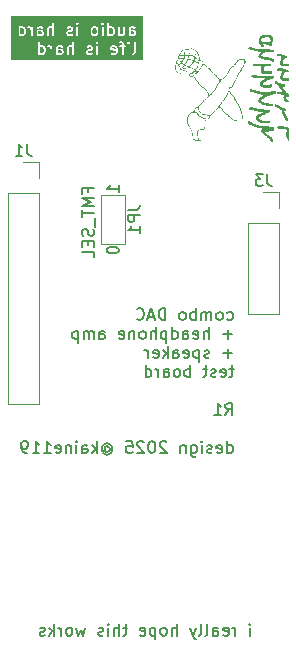
<source format=gbo>
%TF.GenerationSoftware,KiCad,Pcbnew,7.0.5*%
%TF.CreationDate,2025-04-30T23:03:42+08:00*%
%TF.ProjectId,audio-test-board,61756469-6f2d-4746-9573-742d626f6172,rev?*%
%TF.SameCoordinates,Original*%
%TF.FileFunction,Legend,Bot*%
%TF.FilePolarity,Positive*%
%FSLAX46Y46*%
G04 Gerber Fmt 4.6, Leading zero omitted, Abs format (unit mm)*
G04 Created by KiCad (PCBNEW 7.0.5) date 2025-04-30 23:03:42*
%MOMM*%
%LPD*%
G01*
G04 APERTURE LIST*
%ADD10C,0.150000*%
%ADD11C,0.120000*%
%ADD12C,2.000000*%
%ADD13R,1.500000X1.000000*%
%ADD14R,1.700000X1.700000*%
%ADD15O,1.700000X1.700000*%
G04 APERTURE END LIST*
D10*
G36*
X163095307Y-99025011D02*
G01*
X163125712Y-99055416D01*
X163159971Y-99123932D01*
X163159971Y-99374236D01*
X163125712Y-99442753D01*
X163095304Y-99473161D01*
X163026790Y-99507419D01*
X162871725Y-99507419D01*
X162833781Y-99488447D01*
X162833781Y-99009723D01*
X162871723Y-98990752D01*
X163026789Y-98990752D01*
X163095307Y-99025011D01*
G37*
G36*
X164386220Y-99279180D02*
G01*
X164392764Y-99276466D01*
X164598218Y-99276466D01*
X164655260Y-99304987D01*
X164683781Y-99362027D01*
X164683781Y-99421855D01*
X164655259Y-99478898D01*
X164598219Y-99507419D01*
X164395535Y-99507419D01*
X164357591Y-99488447D01*
X164357591Y-99276466D01*
X164371137Y-99276466D01*
X164386220Y-99279180D01*
G37*
G36*
X169226689Y-99019273D02*
G01*
X169255210Y-99076313D01*
X169255210Y-99157599D01*
X168929020Y-99092361D01*
X168929020Y-99076314D01*
X168957541Y-99019272D01*
X169014581Y-98990752D01*
X169169647Y-98990752D01*
X169226689Y-99019273D01*
G37*
G36*
X161428641Y-97415011D02*
G01*
X161459046Y-97445416D01*
X161493305Y-97513932D01*
X161493305Y-97764236D01*
X161459046Y-97832753D01*
X161428638Y-97863161D01*
X161360124Y-97897419D01*
X161205059Y-97897419D01*
X161167115Y-97878447D01*
X161167115Y-97399723D01*
X161205057Y-97380752D01*
X161360123Y-97380752D01*
X161428641Y-97415011D01*
G37*
G36*
X162719554Y-97669180D02*
G01*
X162726098Y-97666466D01*
X162931552Y-97666466D01*
X162988594Y-97694987D01*
X163017115Y-97752027D01*
X163017115Y-97811855D01*
X162988593Y-97868898D01*
X162931553Y-97897419D01*
X162728869Y-97897419D01*
X162690925Y-97878447D01*
X162690925Y-97666466D01*
X162704471Y-97666466D01*
X162719554Y-97669180D01*
G37*
G36*
X167571499Y-97415011D02*
G01*
X167601904Y-97445416D01*
X167636163Y-97513932D01*
X167636163Y-97764236D01*
X167601904Y-97832753D01*
X167571496Y-97863161D01*
X167502982Y-97897419D01*
X167395536Y-97897419D01*
X167327018Y-97863160D01*
X167296610Y-97832751D01*
X167262354Y-97764237D01*
X167262354Y-97513934D01*
X167296613Y-97445416D01*
X167327018Y-97415010D01*
X167395534Y-97380752D01*
X167502981Y-97380752D01*
X167571499Y-97415011D01*
G37*
G36*
X168952451Y-97415011D02*
G01*
X168982856Y-97445416D01*
X169017115Y-97513932D01*
X169017115Y-97764236D01*
X168982856Y-97832753D01*
X168952448Y-97863161D01*
X168883934Y-97897419D01*
X168728869Y-97897419D01*
X168690925Y-97878447D01*
X168690925Y-97399723D01*
X168728867Y-97380752D01*
X168883933Y-97380752D01*
X168952451Y-97415011D01*
G37*
G36*
X170529078Y-97669180D02*
G01*
X170535622Y-97666466D01*
X170741076Y-97666466D01*
X170798118Y-97694987D01*
X170826639Y-97752027D01*
X170826639Y-97811855D01*
X170798117Y-97868898D01*
X170741077Y-97897419D01*
X170538393Y-97897419D01*
X170500449Y-97878447D01*
X170500449Y-97666466D01*
X170513995Y-97666466D01*
X170529078Y-97669180D01*
G37*
G36*
X171558657Y-100080457D02*
G01*
X160409847Y-100080457D01*
X160409847Y-98966126D01*
X162680664Y-98966126D01*
X162683780Y-98975505D01*
X162683781Y-99533489D01*
X162683052Y-99554165D01*
X162683781Y-99555392D01*
X162683781Y-99593201D01*
X162693024Y-99624679D01*
X162726310Y-99653521D01*
X162769905Y-99659789D01*
X162807090Y-99642807D01*
X162816870Y-99647697D01*
X162831997Y-99657419D01*
X162847327Y-99657419D01*
X162862410Y-99660133D01*
X162868954Y-99657419D01*
X163040455Y-99657419D01*
X163058339Y-99659350D01*
X163072052Y-99652493D01*
X163086755Y-99648176D01*
X163091393Y-99642822D01*
X163164861Y-99606087D01*
X163177195Y-99603405D01*
X163191826Y-99588772D01*
X163206939Y-99574716D01*
X163207301Y-99573296D01*
X163233735Y-99546862D01*
X163244586Y-99540418D01*
X163253842Y-99521904D01*
X163263732Y-99503794D01*
X163263627Y-99502334D01*
X163300249Y-99429090D01*
X163309971Y-99413964D01*
X163309971Y-99398634D01*
X163312685Y-99383551D01*
X163309971Y-99377007D01*
X163309971Y-99110258D01*
X163311901Y-99092384D01*
X163305046Y-99078674D01*
X163300728Y-99063968D01*
X163295373Y-99059328D01*
X163258639Y-98985859D01*
X163255957Y-98973529D01*
X163241337Y-98958909D01*
X163227268Y-98943784D01*
X163225849Y-98943421D01*
X163209304Y-98926876D01*
X163443316Y-98926876D01*
X163461612Y-98966940D01*
X163498664Y-98990752D01*
X163598218Y-98990752D01*
X163666736Y-99025011D01*
X163697141Y-99055416D01*
X163731400Y-99123932D01*
X163731400Y-99593201D01*
X163740643Y-99624679D01*
X163773929Y-99653521D01*
X163817524Y-99659789D01*
X163857588Y-99641493D01*
X163881400Y-99604441D01*
X163881400Y-99110258D01*
X163883330Y-99092384D01*
X163881400Y-99088523D01*
X163881400Y-99067000D01*
X164204877Y-99067000D01*
X164207591Y-99073543D01*
X164207591Y-99152536D01*
X164206862Y-99173212D01*
X164207591Y-99174439D01*
X164207591Y-99533489D01*
X164206862Y-99554165D01*
X164207591Y-99555392D01*
X164207591Y-99593201D01*
X164216834Y-99624679D01*
X164250120Y-99653521D01*
X164293715Y-99659789D01*
X164330900Y-99642807D01*
X164340680Y-99647697D01*
X164355807Y-99657419D01*
X164371137Y-99657419D01*
X164386220Y-99660133D01*
X164392764Y-99657419D01*
X164611884Y-99657419D01*
X164629768Y-99659350D01*
X164643481Y-99652493D01*
X164658184Y-99648176D01*
X164662822Y-99642822D01*
X164727613Y-99610426D01*
X164730528Y-99610529D01*
X164747135Y-99600665D01*
X164754346Y-99597060D01*
X164756360Y-99595186D01*
X164768396Y-99588038D01*
X164772178Y-99580473D01*
X164778368Y-99574716D01*
X164781833Y-99561162D01*
X164824058Y-99476712D01*
X164833781Y-99461583D01*
X164833781Y-99446252D01*
X164836495Y-99431170D01*
X164833781Y-99424626D01*
X164833781Y-99348353D01*
X164835711Y-99330479D01*
X164828856Y-99316769D01*
X164824538Y-99302063D01*
X164819183Y-99297423D01*
X164786788Y-99232632D01*
X164786891Y-99229720D01*
X164777031Y-99213119D01*
X164773422Y-99205900D01*
X164771546Y-99203883D01*
X164764400Y-99191851D01*
X164756835Y-99188068D01*
X164751078Y-99181879D01*
X164737524Y-99178413D01*
X164653075Y-99136189D01*
X164637946Y-99126466D01*
X164622616Y-99126466D01*
X164607533Y-99123752D01*
X164600989Y-99126466D01*
X164395535Y-99126466D01*
X164357591Y-99107494D01*
X164357591Y-99076314D01*
X164362248Y-99067000D01*
X165109639Y-99067000D01*
X165112353Y-99073543D01*
X165112353Y-99593201D01*
X165121596Y-99624679D01*
X165154882Y-99653521D01*
X165198477Y-99659789D01*
X165238541Y-99641493D01*
X165262353Y-99604441D01*
X165262353Y-99076314D01*
X165290874Y-99019272D01*
X165347914Y-98990752D01*
X165455361Y-98990752D01*
X165523879Y-99025011D01*
X165540924Y-99042056D01*
X165540924Y-99593201D01*
X165550167Y-99624679D01*
X165583453Y-99653521D01*
X165627048Y-99659789D01*
X165667112Y-99641493D01*
X165690924Y-99604441D01*
X165690924Y-99400333D01*
X166728687Y-99400333D01*
X166731401Y-99406876D01*
X166731401Y-99435520D01*
X166729470Y-99453405D01*
X166736326Y-99467118D01*
X166740644Y-99481821D01*
X166745997Y-99486459D01*
X166778393Y-99551251D01*
X166778291Y-99554165D01*
X166788152Y-99570769D01*
X166791760Y-99577984D01*
X166793634Y-99579998D01*
X166800782Y-99592034D01*
X166808346Y-99595816D01*
X166814104Y-99602006D01*
X166827657Y-99605471D01*
X166912109Y-99647697D01*
X166927236Y-99657419D01*
X166942566Y-99657419D01*
X166957649Y-99660133D01*
X166964193Y-99657419D01*
X167135694Y-99657419D01*
X167153578Y-99659350D01*
X167167291Y-99652493D01*
X167181994Y-99648176D01*
X167186632Y-99642822D01*
X167278156Y-99597060D01*
X167282305Y-99593201D01*
X167588543Y-99593201D01*
X167597786Y-99624679D01*
X167631072Y-99653521D01*
X167674667Y-99659789D01*
X167714731Y-99641493D01*
X167738543Y-99604441D01*
X167738543Y-99149581D01*
X168775971Y-99149581D01*
X168779020Y-99162545D01*
X168779020Y-99164629D01*
X168781480Y-99173008D01*
X168786054Y-99192456D01*
X168787641Y-99193991D01*
X168788263Y-99196107D01*
X168803346Y-99209176D01*
X168817717Y-99223072D01*
X168819882Y-99223505D01*
X168821549Y-99224949D01*
X168841302Y-99227789D01*
X169255210Y-99310570D01*
X169255210Y-99421855D01*
X169226688Y-99478898D01*
X169169648Y-99507419D01*
X169014583Y-99507419D01*
X168925536Y-99462896D01*
X168893248Y-99457086D01*
X168852565Y-99473959D01*
X168827462Y-99510149D01*
X168825910Y-99554165D01*
X168848401Y-99592034D01*
X168959728Y-99647697D01*
X168974855Y-99657419D01*
X168990185Y-99657419D01*
X169005268Y-99660133D01*
X169011812Y-99657419D01*
X169183313Y-99657419D01*
X169201197Y-99659350D01*
X169214910Y-99652493D01*
X169229613Y-99648176D01*
X169234251Y-99642822D01*
X169299042Y-99610426D01*
X169301957Y-99610529D01*
X169318564Y-99600665D01*
X169325775Y-99597060D01*
X169327789Y-99595186D01*
X169339825Y-99588038D01*
X169343607Y-99580473D01*
X169349797Y-99574716D01*
X169353262Y-99561162D01*
X169395487Y-99476712D01*
X169405210Y-99461583D01*
X169405210Y-99446252D01*
X169407924Y-99431170D01*
X169405210Y-99424626D01*
X169405210Y-99261964D01*
X169408259Y-99253350D01*
X169405210Y-99240386D01*
X169405210Y-99062639D01*
X169407140Y-99044765D01*
X169400285Y-99031055D01*
X169395967Y-99016349D01*
X169390612Y-99011709D01*
X169358217Y-98946918D01*
X169358320Y-98944006D01*
X169348460Y-98927405D01*
X169348196Y-98926876D01*
X169538555Y-98926876D01*
X169556851Y-98966940D01*
X169593903Y-98990752D01*
X169779020Y-98990752D01*
X169779020Y-99593201D01*
X169788263Y-99624679D01*
X169821549Y-99653521D01*
X169865144Y-99659789D01*
X169905208Y-99641493D01*
X169929020Y-99604441D01*
X169929020Y-99593201D01*
X170255210Y-99593201D01*
X170264453Y-99624679D01*
X170297739Y-99653521D01*
X170341334Y-99659789D01*
X170381398Y-99641493D01*
X170405210Y-99604441D01*
X170405210Y-99585174D01*
X170633046Y-99585174D01*
X170646936Y-99626970D01*
X170681218Y-99654622D01*
X170725007Y-99659350D01*
X170822852Y-99610426D01*
X170825767Y-99610529D01*
X170842374Y-99600665D01*
X170849585Y-99597060D01*
X170851599Y-99595186D01*
X170863635Y-99588038D01*
X170867417Y-99580473D01*
X170873607Y-99574716D01*
X170877072Y-99561162D01*
X170919297Y-99476712D01*
X170929020Y-99461583D01*
X170929020Y-99446252D01*
X170931734Y-99431170D01*
X170929019Y-99424626D01*
X170929020Y-98571637D01*
X170919777Y-98540159D01*
X170886491Y-98511317D01*
X170842896Y-98505049D01*
X170802832Y-98523345D01*
X170779020Y-98560397D01*
X170779020Y-99421855D01*
X170750498Y-99478898D01*
X170667978Y-99520159D01*
X170643957Y-99542503D01*
X170633046Y-99585174D01*
X170405210Y-99585174D01*
X170405210Y-98904970D01*
X170395967Y-98873492D01*
X170362681Y-98844650D01*
X170319086Y-98838382D01*
X170279022Y-98856678D01*
X170255210Y-98893730D01*
X170255210Y-99593201D01*
X169929020Y-99593201D01*
X169929020Y-98990752D01*
X170007659Y-98990752D01*
X170039137Y-98981509D01*
X170067979Y-98948223D01*
X170074247Y-98904628D01*
X170055951Y-98864564D01*
X170018899Y-98840752D01*
X169929020Y-98840752D01*
X169929020Y-98729306D01*
X169930950Y-98711432D01*
X169924095Y-98697722D01*
X169919777Y-98683016D01*
X169914422Y-98678376D01*
X169887465Y-98624462D01*
X170204624Y-98624462D01*
X170208165Y-98640742D01*
X170209354Y-98657354D01*
X170212772Y-98661920D01*
X170213986Y-98667499D01*
X170225768Y-98679281D01*
X170235748Y-98692613D01*
X170241093Y-98694606D01*
X170263641Y-98717154D01*
X170264453Y-98719917D01*
X170275002Y-98729057D01*
X170283367Y-98740232D01*
X170291322Y-98743199D01*
X170297739Y-98748759D01*
X170306143Y-98749967D01*
X170313595Y-98754036D01*
X170319285Y-98753629D01*
X170324634Y-98755624D01*
X170332931Y-98753818D01*
X170341334Y-98755027D01*
X170349058Y-98751499D01*
X170357526Y-98750894D01*
X170362092Y-98747475D01*
X170367671Y-98746262D01*
X170373675Y-98740257D01*
X170381398Y-98736731D01*
X170385989Y-98729586D01*
X170392784Y-98724500D01*
X170394777Y-98719155D01*
X170427073Y-98686859D01*
X170440403Y-98676881D01*
X170446224Y-98661274D01*
X170454208Y-98646653D01*
X170453800Y-98640962D01*
X170455796Y-98635614D01*
X170452253Y-98619330D01*
X170451066Y-98602722D01*
X170447647Y-98598155D01*
X170446434Y-98592577D01*
X170434650Y-98580793D01*
X170424672Y-98567464D01*
X170419327Y-98565470D01*
X170396778Y-98542921D01*
X170395967Y-98540159D01*
X170385416Y-98531016D01*
X170377053Y-98519845D01*
X170369098Y-98516878D01*
X170362681Y-98511317D01*
X170354278Y-98510108D01*
X170346825Y-98506039D01*
X170341132Y-98506446D01*
X170335786Y-98504452D01*
X170327488Y-98506257D01*
X170319086Y-98505049D01*
X170311362Y-98508576D01*
X170302894Y-98509182D01*
X170298327Y-98512600D01*
X170292749Y-98513814D01*
X170286744Y-98519818D01*
X170279022Y-98523345D01*
X170274431Y-98530488D01*
X170267635Y-98535576D01*
X170265641Y-98540921D01*
X170233347Y-98573215D01*
X170220016Y-98583195D01*
X170214194Y-98598802D01*
X170206211Y-98613423D01*
X170206618Y-98619115D01*
X170204624Y-98624462D01*
X169887465Y-98624462D01*
X169882027Y-98613585D01*
X169882130Y-98610673D01*
X169872270Y-98594072D01*
X169868661Y-98586853D01*
X169866785Y-98584836D01*
X169859639Y-98572804D01*
X169852074Y-98569021D01*
X169846317Y-98562832D01*
X169832763Y-98559366D01*
X169748314Y-98517142D01*
X169733185Y-98507419D01*
X169717855Y-98507419D01*
X169702772Y-98504705D01*
X169696228Y-98507419D01*
X169605143Y-98507419D01*
X169573665Y-98516662D01*
X169544823Y-98549948D01*
X169538555Y-98593543D01*
X169556851Y-98633607D01*
X169593903Y-98657419D01*
X169693457Y-98657419D01*
X169750499Y-98685940D01*
X169779020Y-98742980D01*
X169779020Y-98840752D01*
X169605143Y-98840752D01*
X169573665Y-98849995D01*
X169544823Y-98883281D01*
X169538555Y-98926876D01*
X169348196Y-98926876D01*
X169344851Y-98920186D01*
X169342975Y-98918169D01*
X169335829Y-98906137D01*
X169328264Y-98902354D01*
X169322507Y-98896165D01*
X169308953Y-98892699D01*
X169224504Y-98850475D01*
X169209375Y-98840752D01*
X169194045Y-98840752D01*
X169178962Y-98838038D01*
X169172418Y-98840752D01*
X169000908Y-98840752D01*
X168983033Y-98838822D01*
X168969323Y-98845676D01*
X168954617Y-98849995D01*
X168949977Y-98855349D01*
X168885186Y-98887744D01*
X168882274Y-98887642D01*
X168865673Y-98897501D01*
X168858454Y-98901111D01*
X168856437Y-98902986D01*
X168844405Y-98910133D01*
X168840622Y-98917697D01*
X168834433Y-98923455D01*
X168830967Y-98937008D01*
X168788743Y-99021457D01*
X168779020Y-99036587D01*
X168779020Y-99051917D01*
X168776306Y-99067000D01*
X168779020Y-99073543D01*
X168779020Y-99140966D01*
X168775971Y-99149581D01*
X167738543Y-99149581D01*
X167738543Y-98904970D01*
X167729300Y-98873492D01*
X167696014Y-98844650D01*
X167652419Y-98838382D01*
X167612355Y-98856678D01*
X167588543Y-98893730D01*
X167588543Y-99593201D01*
X167282305Y-99593201D01*
X167302178Y-99574716D01*
X167313089Y-99532045D01*
X167299199Y-99490250D01*
X167264917Y-99462598D01*
X167221128Y-99457870D01*
X167122029Y-99507419D01*
X166966964Y-99507419D01*
X166909922Y-99478898D01*
X166881401Y-99421856D01*
X166881401Y-99409648D01*
X166909922Y-99352605D01*
X166966962Y-99324085D01*
X167088075Y-99324085D01*
X167105959Y-99326016D01*
X167119672Y-99319159D01*
X167134375Y-99314842D01*
X167139013Y-99309488D01*
X167203804Y-99277092D01*
X167206718Y-99277195D01*
X167223322Y-99267333D01*
X167230537Y-99263726D01*
X167232551Y-99261851D01*
X167244587Y-99254704D01*
X167248369Y-99247139D01*
X167254559Y-99241382D01*
X167258024Y-99227828D01*
X167300250Y-99143376D01*
X167309972Y-99128250D01*
X167309972Y-99112920D01*
X167312686Y-99097837D01*
X167309972Y-99091293D01*
X167309972Y-99062639D01*
X167311902Y-99044765D01*
X167305047Y-99031055D01*
X167300729Y-99016349D01*
X167295374Y-99011709D01*
X167262979Y-98946918D01*
X167263082Y-98944006D01*
X167253222Y-98927405D01*
X167249613Y-98920186D01*
X167247737Y-98918169D01*
X167240591Y-98906137D01*
X167233026Y-98902354D01*
X167227269Y-98896165D01*
X167213715Y-98892699D01*
X167129266Y-98850475D01*
X167114137Y-98840752D01*
X167098807Y-98840752D01*
X167083724Y-98838038D01*
X167077180Y-98840752D01*
X166953289Y-98840752D01*
X166935414Y-98838822D01*
X166921704Y-98845676D01*
X166906998Y-98849995D01*
X166902358Y-98855349D01*
X166810835Y-98901111D01*
X166786814Y-98923455D01*
X166775903Y-98966126D01*
X166789793Y-99007922D01*
X166824075Y-99035574D01*
X166867864Y-99040302D01*
X166966962Y-98990752D01*
X167074409Y-98990752D01*
X167131451Y-99019273D01*
X167159972Y-99076313D01*
X167159972Y-99088522D01*
X167131450Y-99145564D01*
X167074410Y-99174085D01*
X166953289Y-99174085D01*
X166935414Y-99172155D01*
X166921704Y-99179009D01*
X166906998Y-99183328D01*
X166902358Y-99188682D01*
X166837567Y-99221077D01*
X166834655Y-99220975D01*
X166818054Y-99230834D01*
X166810835Y-99234444D01*
X166808818Y-99236319D01*
X166796786Y-99243466D01*
X166793003Y-99251030D01*
X166786814Y-99256788D01*
X166783348Y-99270341D01*
X166741124Y-99354790D01*
X166731401Y-99369920D01*
X166731401Y-99385250D01*
X166728687Y-99400333D01*
X165690924Y-99400333D01*
X165690924Y-99024520D01*
X165693891Y-99016566D01*
X165690924Y-99002926D01*
X165690924Y-98624462D01*
X167537957Y-98624462D01*
X167541498Y-98640742D01*
X167542687Y-98657354D01*
X167546105Y-98661920D01*
X167547319Y-98667499D01*
X167559101Y-98679281D01*
X167569081Y-98692613D01*
X167574426Y-98694606D01*
X167596974Y-98717154D01*
X167597786Y-98719917D01*
X167608335Y-98729057D01*
X167616700Y-98740232D01*
X167624655Y-98743199D01*
X167631072Y-98748759D01*
X167639476Y-98749967D01*
X167646928Y-98754036D01*
X167652618Y-98753629D01*
X167657967Y-98755624D01*
X167666264Y-98753818D01*
X167674667Y-98755027D01*
X167682391Y-98751499D01*
X167690859Y-98750894D01*
X167695425Y-98747475D01*
X167701004Y-98746262D01*
X167707008Y-98740257D01*
X167714731Y-98736731D01*
X167719322Y-98729586D01*
X167726117Y-98724500D01*
X167728110Y-98719155D01*
X167760406Y-98686859D01*
X167773736Y-98676881D01*
X167779557Y-98661274D01*
X167787541Y-98646653D01*
X167787133Y-98640962D01*
X167789129Y-98635614D01*
X167785586Y-98619330D01*
X167784399Y-98602722D01*
X167780980Y-98598155D01*
X167779767Y-98592577D01*
X167767983Y-98580793D01*
X167758005Y-98567464D01*
X167752660Y-98565470D01*
X167730111Y-98542921D01*
X167729300Y-98540159D01*
X167718749Y-98531016D01*
X167710386Y-98519845D01*
X167702431Y-98516878D01*
X167696014Y-98511317D01*
X167687611Y-98510108D01*
X167680158Y-98506039D01*
X167674465Y-98506446D01*
X167669119Y-98504452D01*
X167660821Y-98506257D01*
X167652419Y-98505049D01*
X167644695Y-98508576D01*
X167636227Y-98509182D01*
X167631660Y-98512600D01*
X167626082Y-98513814D01*
X167620077Y-98519818D01*
X167612355Y-98523345D01*
X167607764Y-98530488D01*
X167600968Y-98535576D01*
X167598974Y-98540921D01*
X167566680Y-98573215D01*
X167553349Y-98583195D01*
X167547527Y-98598802D01*
X167539544Y-98613423D01*
X167539951Y-98619115D01*
X167537957Y-98624462D01*
X165690924Y-98624462D01*
X165690924Y-98571637D01*
X165681681Y-98540159D01*
X165648395Y-98511317D01*
X165604800Y-98505049D01*
X165564736Y-98523345D01*
X165540924Y-98560397D01*
X165540924Y-98865827D01*
X165510218Y-98850475D01*
X165495089Y-98840752D01*
X165479759Y-98840752D01*
X165464676Y-98838038D01*
X165458132Y-98840752D01*
X165334241Y-98840752D01*
X165316366Y-98838822D01*
X165302656Y-98845676D01*
X165287950Y-98849995D01*
X165283310Y-98855349D01*
X165218519Y-98887744D01*
X165215607Y-98887642D01*
X165199006Y-98897501D01*
X165191787Y-98901111D01*
X165189770Y-98902986D01*
X165177738Y-98910133D01*
X165173955Y-98917697D01*
X165167766Y-98923455D01*
X165164300Y-98937008D01*
X165122076Y-99021457D01*
X165112353Y-99036587D01*
X165112353Y-99051917D01*
X165109639Y-99067000D01*
X164362248Y-99067000D01*
X164386112Y-99019272D01*
X164443152Y-98990752D01*
X164598218Y-98990752D01*
X164687264Y-99035275D01*
X164719553Y-99041085D01*
X164760236Y-99024212D01*
X164785338Y-98988022D01*
X164786891Y-98944006D01*
X164764400Y-98906137D01*
X164653075Y-98850475D01*
X164637946Y-98840752D01*
X164622616Y-98840752D01*
X164607533Y-98838038D01*
X164600989Y-98840752D01*
X164429479Y-98840752D01*
X164411604Y-98838822D01*
X164397894Y-98845676D01*
X164383188Y-98849995D01*
X164378548Y-98855349D01*
X164313757Y-98887744D01*
X164310845Y-98887642D01*
X164294244Y-98897501D01*
X164287025Y-98901111D01*
X164285008Y-98902986D01*
X164272976Y-98910133D01*
X164269193Y-98917697D01*
X164263004Y-98923455D01*
X164259538Y-98937008D01*
X164217314Y-99021457D01*
X164207591Y-99036587D01*
X164207591Y-99051917D01*
X164204877Y-99067000D01*
X163881400Y-99067000D01*
X163881400Y-98904970D01*
X163872157Y-98873492D01*
X163838871Y-98844650D01*
X163795276Y-98838382D01*
X163755212Y-98856678D01*
X163733664Y-98890206D01*
X163727777Y-98886991D01*
X163726316Y-98887095D01*
X163653075Y-98850475D01*
X163637946Y-98840752D01*
X163622616Y-98840752D01*
X163607533Y-98838038D01*
X163600989Y-98840752D01*
X163509904Y-98840752D01*
X163478426Y-98849995D01*
X163449584Y-98883281D01*
X163443316Y-98926876D01*
X163209304Y-98926876D01*
X163199414Y-98916986D01*
X163192971Y-98906137D01*
X163174470Y-98896886D01*
X163156348Y-98886991D01*
X163154887Y-98887095D01*
X163081646Y-98850475D01*
X163066517Y-98840752D01*
X163051187Y-98840752D01*
X163036104Y-98838038D01*
X163029560Y-98840752D01*
X162858050Y-98840752D01*
X162840175Y-98838822D01*
X162833781Y-98842018D01*
X162833781Y-98571637D01*
X162824538Y-98540159D01*
X162791252Y-98511317D01*
X162747657Y-98505049D01*
X162707593Y-98523345D01*
X162683781Y-98560397D01*
X162683781Y-98953935D01*
X162680664Y-98966126D01*
X160409847Y-98966126D01*
X160409847Y-97356126D01*
X161013998Y-97356126D01*
X161017115Y-97365505D01*
X161017115Y-97923489D01*
X161016386Y-97944165D01*
X161017115Y-97945392D01*
X161017115Y-97983201D01*
X161026358Y-98014679D01*
X161059644Y-98043521D01*
X161103239Y-98049789D01*
X161140424Y-98032807D01*
X161150204Y-98037697D01*
X161165331Y-98047419D01*
X161180661Y-98047419D01*
X161195744Y-98050133D01*
X161202288Y-98047419D01*
X161373789Y-98047419D01*
X161391673Y-98049350D01*
X161405386Y-98042493D01*
X161420089Y-98038176D01*
X161424727Y-98032822D01*
X161498195Y-97996087D01*
X161510529Y-97993405D01*
X161525160Y-97978772D01*
X161540273Y-97964716D01*
X161540635Y-97963296D01*
X161567069Y-97936862D01*
X161577920Y-97930418D01*
X161587176Y-97911904D01*
X161597066Y-97893794D01*
X161596961Y-97892334D01*
X161633583Y-97819090D01*
X161643305Y-97803964D01*
X161643305Y-97788634D01*
X161646019Y-97773551D01*
X161643305Y-97767007D01*
X161643305Y-97500258D01*
X161645235Y-97482384D01*
X161638380Y-97468674D01*
X161634062Y-97453968D01*
X161628707Y-97449328D01*
X161591973Y-97375859D01*
X161589291Y-97363529D01*
X161574671Y-97348909D01*
X161560602Y-97333784D01*
X161559183Y-97333421D01*
X161542638Y-97316876D01*
X161776650Y-97316876D01*
X161794946Y-97356940D01*
X161831998Y-97380752D01*
X161931552Y-97380752D01*
X162000070Y-97415011D01*
X162030475Y-97445416D01*
X162064734Y-97513932D01*
X162064734Y-97983201D01*
X162073977Y-98014679D01*
X162107263Y-98043521D01*
X162150858Y-98049789D01*
X162190922Y-98031493D01*
X162214734Y-97994441D01*
X162214734Y-97500258D01*
X162216664Y-97482384D01*
X162214734Y-97478523D01*
X162214734Y-97457000D01*
X162538211Y-97457000D01*
X162540925Y-97463543D01*
X162540925Y-97542536D01*
X162540196Y-97563212D01*
X162540925Y-97564439D01*
X162540925Y-97923489D01*
X162540196Y-97944165D01*
X162540925Y-97945392D01*
X162540925Y-97983201D01*
X162550168Y-98014679D01*
X162583454Y-98043521D01*
X162627049Y-98049789D01*
X162664234Y-98032807D01*
X162674014Y-98037697D01*
X162689141Y-98047419D01*
X162704471Y-98047419D01*
X162719554Y-98050133D01*
X162726098Y-98047419D01*
X162945218Y-98047419D01*
X162963102Y-98049350D01*
X162976815Y-98042493D01*
X162991518Y-98038176D01*
X162996156Y-98032822D01*
X163060947Y-98000426D01*
X163063862Y-98000529D01*
X163080469Y-97990665D01*
X163087680Y-97987060D01*
X163089694Y-97985186D01*
X163101730Y-97978038D01*
X163105512Y-97970473D01*
X163111702Y-97964716D01*
X163115167Y-97951162D01*
X163157392Y-97866712D01*
X163167115Y-97851583D01*
X163167115Y-97836252D01*
X163169829Y-97821170D01*
X163167115Y-97814626D01*
X163167115Y-97738353D01*
X163169045Y-97720479D01*
X163162190Y-97706769D01*
X163157872Y-97692063D01*
X163152517Y-97687423D01*
X163120122Y-97622632D01*
X163120225Y-97619720D01*
X163110365Y-97603119D01*
X163106756Y-97595900D01*
X163104880Y-97593883D01*
X163097734Y-97581851D01*
X163090169Y-97578068D01*
X163084412Y-97571879D01*
X163070858Y-97568413D01*
X162986409Y-97526189D01*
X162971280Y-97516466D01*
X162955950Y-97516466D01*
X162940867Y-97513752D01*
X162934323Y-97516466D01*
X162728869Y-97516466D01*
X162690925Y-97497494D01*
X162690925Y-97466314D01*
X162695582Y-97457000D01*
X163442973Y-97457000D01*
X163445687Y-97463543D01*
X163445687Y-97983201D01*
X163454930Y-98014679D01*
X163488216Y-98043521D01*
X163531811Y-98049789D01*
X163571875Y-98031493D01*
X163595687Y-97994441D01*
X163595687Y-97466314D01*
X163624208Y-97409272D01*
X163681248Y-97380752D01*
X163788695Y-97380752D01*
X163857213Y-97415011D01*
X163874258Y-97432055D01*
X163874258Y-97983201D01*
X163883501Y-98014679D01*
X163916787Y-98043521D01*
X163960382Y-98049789D01*
X164000446Y-98031493D01*
X164024258Y-97994441D01*
X164024258Y-97790333D01*
X165062021Y-97790333D01*
X165064735Y-97796876D01*
X165064735Y-97825520D01*
X165062804Y-97843405D01*
X165069660Y-97857118D01*
X165073978Y-97871821D01*
X165079331Y-97876459D01*
X165111727Y-97941251D01*
X165111625Y-97944165D01*
X165121486Y-97960769D01*
X165125094Y-97967984D01*
X165126968Y-97969998D01*
X165134116Y-97982034D01*
X165141680Y-97985816D01*
X165147438Y-97992006D01*
X165160991Y-97995471D01*
X165245443Y-98037697D01*
X165260570Y-98047419D01*
X165275900Y-98047419D01*
X165290983Y-98050133D01*
X165297527Y-98047419D01*
X165469028Y-98047419D01*
X165486912Y-98049350D01*
X165500625Y-98042493D01*
X165515328Y-98038176D01*
X165519966Y-98032822D01*
X165611490Y-97987060D01*
X165615639Y-97983201D01*
X165921877Y-97983201D01*
X165931120Y-98014679D01*
X165964406Y-98043521D01*
X166008001Y-98049789D01*
X166048065Y-98031493D01*
X166071877Y-97994441D01*
X166071877Y-97504619D01*
X167109640Y-97504619D01*
X167112354Y-97511162D01*
X167112354Y-97777901D01*
X167110423Y-97795786D01*
X167117279Y-97809499D01*
X167121597Y-97824202D01*
X167126950Y-97828840D01*
X167163685Y-97902309D01*
X167166368Y-97914640D01*
X167180987Y-97929260D01*
X167195057Y-97944386D01*
X167196475Y-97944748D01*
X167222909Y-97971183D01*
X167229354Y-97982034D01*
X167247865Y-97991289D01*
X167265976Y-98001179D01*
X167267435Y-98001074D01*
X167340681Y-98037697D01*
X167355808Y-98047419D01*
X167371138Y-98047419D01*
X167386221Y-98050133D01*
X167392765Y-98047419D01*
X167516647Y-98047419D01*
X167534531Y-98049350D01*
X167548244Y-98042493D01*
X167562947Y-98038176D01*
X167567585Y-98032822D01*
X167641053Y-97996087D01*
X167653387Y-97993405D01*
X167663590Y-97983201D01*
X168064734Y-97983201D01*
X168073977Y-98014679D01*
X168107263Y-98043521D01*
X168150858Y-98049789D01*
X168190922Y-98031493D01*
X168214734Y-97994441D01*
X168214734Y-97356126D01*
X168537808Y-97356126D01*
X168540925Y-97365505D01*
X168540925Y-97923489D01*
X168540196Y-97944165D01*
X168540925Y-97945392D01*
X168540925Y-97983201D01*
X168550168Y-98014679D01*
X168583454Y-98043521D01*
X168627049Y-98049789D01*
X168664234Y-98032807D01*
X168674014Y-98037697D01*
X168689141Y-98047419D01*
X168704471Y-98047419D01*
X168719554Y-98050133D01*
X168726098Y-98047419D01*
X168897599Y-98047419D01*
X168915483Y-98049350D01*
X168929196Y-98042493D01*
X168943899Y-98038176D01*
X168948537Y-98032822D01*
X169022005Y-97996087D01*
X169034339Y-97993405D01*
X169048970Y-97978772D01*
X169064083Y-97964716D01*
X169064445Y-97963296D01*
X169090879Y-97936862D01*
X169101730Y-97930418D01*
X169110986Y-97911904D01*
X169120876Y-97893794D01*
X169120771Y-97892334D01*
X169131137Y-97871603D01*
X169442720Y-97871603D01*
X169445687Y-97885242D01*
X169445687Y-97983201D01*
X169454930Y-98014679D01*
X169488216Y-98043521D01*
X169531811Y-98049789D01*
X169571875Y-98031493D01*
X169582115Y-98015557D01*
X169626395Y-98037697D01*
X169641522Y-98047419D01*
X169656852Y-98047419D01*
X169671935Y-98050133D01*
X169678479Y-98047419D01*
X169802361Y-98047419D01*
X169820245Y-98049350D01*
X169833958Y-98042493D01*
X169848661Y-98038176D01*
X169853299Y-98032822D01*
X169918090Y-98000426D01*
X169921005Y-98000529D01*
X169937612Y-97990665D01*
X169944823Y-97987060D01*
X169946837Y-97985186D01*
X169958873Y-97978038D01*
X169962655Y-97970473D01*
X169968845Y-97964716D01*
X169972310Y-97951162D01*
X170014535Y-97866712D01*
X170024258Y-97851583D01*
X170024258Y-97836252D01*
X170026972Y-97821170D01*
X170024258Y-97814626D01*
X170024258Y-97457000D01*
X170347735Y-97457000D01*
X170350449Y-97463543D01*
X170350449Y-97542536D01*
X170349720Y-97563212D01*
X170350449Y-97564439D01*
X170350449Y-97923489D01*
X170349720Y-97944165D01*
X170350449Y-97945392D01*
X170350449Y-97983201D01*
X170359692Y-98014679D01*
X170392978Y-98043521D01*
X170436573Y-98049789D01*
X170473758Y-98032807D01*
X170483538Y-98037697D01*
X170498665Y-98047419D01*
X170513995Y-98047419D01*
X170529078Y-98050133D01*
X170535622Y-98047419D01*
X170754742Y-98047419D01*
X170772626Y-98049350D01*
X170786339Y-98042493D01*
X170801042Y-98038176D01*
X170805680Y-98032822D01*
X170870471Y-98000426D01*
X170873386Y-98000529D01*
X170889993Y-97990665D01*
X170897204Y-97987060D01*
X170899218Y-97985186D01*
X170911254Y-97978038D01*
X170915036Y-97970473D01*
X170921226Y-97964716D01*
X170924691Y-97951162D01*
X170966916Y-97866712D01*
X170976639Y-97851583D01*
X170976639Y-97836252D01*
X170979353Y-97821170D01*
X170976639Y-97814626D01*
X170976639Y-97738353D01*
X170978569Y-97720479D01*
X170971714Y-97706769D01*
X170967396Y-97692063D01*
X170962041Y-97687423D01*
X170929646Y-97622632D01*
X170929749Y-97619720D01*
X170919889Y-97603119D01*
X170916280Y-97595900D01*
X170914404Y-97593883D01*
X170907258Y-97581851D01*
X170899693Y-97578068D01*
X170893936Y-97571879D01*
X170880382Y-97568413D01*
X170795933Y-97526189D01*
X170780804Y-97516466D01*
X170765474Y-97516466D01*
X170750391Y-97513752D01*
X170743847Y-97516466D01*
X170538393Y-97516466D01*
X170500449Y-97497494D01*
X170500449Y-97466314D01*
X170528970Y-97409272D01*
X170586010Y-97380752D01*
X170741076Y-97380752D01*
X170830122Y-97425275D01*
X170862411Y-97431085D01*
X170903094Y-97414212D01*
X170928196Y-97378022D01*
X170929749Y-97334006D01*
X170907258Y-97296137D01*
X170795933Y-97240475D01*
X170780804Y-97230752D01*
X170765474Y-97230752D01*
X170750391Y-97228038D01*
X170743847Y-97230752D01*
X170572337Y-97230752D01*
X170554462Y-97228822D01*
X170540752Y-97235676D01*
X170526046Y-97239995D01*
X170521406Y-97245349D01*
X170456615Y-97277744D01*
X170453703Y-97277642D01*
X170437102Y-97287501D01*
X170429883Y-97291111D01*
X170427866Y-97292986D01*
X170415834Y-97300133D01*
X170412051Y-97307697D01*
X170405862Y-97313455D01*
X170402396Y-97327008D01*
X170360172Y-97411457D01*
X170350449Y-97426587D01*
X170350449Y-97441917D01*
X170347735Y-97457000D01*
X170024258Y-97457000D01*
X170024258Y-97294970D01*
X170015015Y-97263492D01*
X169981729Y-97234650D01*
X169938134Y-97228382D01*
X169898070Y-97246678D01*
X169874258Y-97283730D01*
X169874258Y-97811855D01*
X169845736Y-97868898D01*
X169788696Y-97897419D01*
X169681250Y-97897419D01*
X169612732Y-97863160D01*
X169595687Y-97846114D01*
X169595687Y-97294970D01*
X169586444Y-97263492D01*
X169553158Y-97234650D01*
X169509563Y-97228382D01*
X169469499Y-97246678D01*
X169445687Y-97283730D01*
X169445687Y-97863648D01*
X169442720Y-97871603D01*
X169131137Y-97871603D01*
X169157393Y-97819090D01*
X169167115Y-97803964D01*
X169167115Y-97788634D01*
X169169829Y-97773551D01*
X169167115Y-97767007D01*
X169167115Y-97500258D01*
X169169045Y-97482384D01*
X169162190Y-97468674D01*
X169157872Y-97453968D01*
X169152517Y-97449328D01*
X169115783Y-97375859D01*
X169113101Y-97363529D01*
X169098481Y-97348909D01*
X169084412Y-97333784D01*
X169082993Y-97333421D01*
X169056558Y-97306986D01*
X169050115Y-97296137D01*
X169031614Y-97286886D01*
X169013492Y-97276991D01*
X169012031Y-97277095D01*
X168938790Y-97240475D01*
X168923661Y-97230752D01*
X168908331Y-97230752D01*
X168893248Y-97228038D01*
X168886704Y-97230752D01*
X168715194Y-97230752D01*
X168697319Y-97228822D01*
X168690925Y-97232018D01*
X168690925Y-96961637D01*
X168681682Y-96930159D01*
X168648396Y-96901317D01*
X168604801Y-96895049D01*
X168564737Y-96913345D01*
X168540925Y-96950397D01*
X168540925Y-97343935D01*
X168537808Y-97356126D01*
X168214734Y-97356126D01*
X168214734Y-97294970D01*
X168205491Y-97263492D01*
X168172205Y-97234650D01*
X168128610Y-97228382D01*
X168088546Y-97246678D01*
X168064734Y-97283730D01*
X168064734Y-97983201D01*
X167663590Y-97983201D01*
X167668018Y-97978772D01*
X167683131Y-97964716D01*
X167683493Y-97963296D01*
X167709927Y-97936862D01*
X167720778Y-97930418D01*
X167730034Y-97911904D01*
X167739924Y-97893794D01*
X167739819Y-97892334D01*
X167776441Y-97819090D01*
X167786163Y-97803964D01*
X167786163Y-97788634D01*
X167788877Y-97773551D01*
X167786163Y-97767007D01*
X167786163Y-97500258D01*
X167788093Y-97482384D01*
X167781238Y-97468674D01*
X167776920Y-97453968D01*
X167771565Y-97449328D01*
X167734831Y-97375859D01*
X167732149Y-97363529D01*
X167717529Y-97348909D01*
X167703460Y-97333784D01*
X167702041Y-97333421D01*
X167675606Y-97306986D01*
X167669163Y-97296137D01*
X167650662Y-97286886D01*
X167632540Y-97276991D01*
X167631079Y-97277095D01*
X167557838Y-97240475D01*
X167542709Y-97230752D01*
X167527379Y-97230752D01*
X167512296Y-97228038D01*
X167505752Y-97230752D01*
X167381861Y-97230752D01*
X167363986Y-97228822D01*
X167350276Y-97235676D01*
X167335570Y-97239995D01*
X167330930Y-97245349D01*
X167257461Y-97282083D01*
X167245131Y-97284766D01*
X167230511Y-97299385D01*
X167215386Y-97313455D01*
X167215023Y-97314873D01*
X167188588Y-97341308D01*
X167177739Y-97347752D01*
X167168488Y-97366252D01*
X167158593Y-97384375D01*
X167158697Y-97385835D01*
X167122077Y-97459076D01*
X167112354Y-97474206D01*
X167112354Y-97489536D01*
X167109640Y-97504619D01*
X166071877Y-97504619D01*
X166071877Y-97294970D01*
X166062634Y-97263492D01*
X166029348Y-97234650D01*
X165985753Y-97228382D01*
X165945689Y-97246678D01*
X165921877Y-97283730D01*
X165921877Y-97983201D01*
X165615639Y-97983201D01*
X165635512Y-97964716D01*
X165646423Y-97922045D01*
X165632533Y-97880250D01*
X165598251Y-97852598D01*
X165554462Y-97847870D01*
X165455363Y-97897419D01*
X165300298Y-97897419D01*
X165243256Y-97868898D01*
X165214735Y-97811856D01*
X165214735Y-97799648D01*
X165243256Y-97742605D01*
X165300296Y-97714085D01*
X165421409Y-97714085D01*
X165439293Y-97716016D01*
X165453006Y-97709159D01*
X165467709Y-97704842D01*
X165472347Y-97699488D01*
X165537138Y-97667092D01*
X165540052Y-97667195D01*
X165556656Y-97657333D01*
X165563871Y-97653726D01*
X165565885Y-97651851D01*
X165577921Y-97644704D01*
X165581703Y-97637139D01*
X165587893Y-97631382D01*
X165591358Y-97617828D01*
X165633584Y-97533376D01*
X165643306Y-97518250D01*
X165643306Y-97502920D01*
X165646020Y-97487837D01*
X165643306Y-97481293D01*
X165643306Y-97452639D01*
X165645236Y-97434765D01*
X165638381Y-97421055D01*
X165634063Y-97406349D01*
X165628708Y-97401709D01*
X165596313Y-97336918D01*
X165596416Y-97334006D01*
X165586556Y-97317405D01*
X165582947Y-97310186D01*
X165581071Y-97308169D01*
X165573925Y-97296137D01*
X165566360Y-97292354D01*
X165560603Y-97286165D01*
X165547049Y-97282699D01*
X165462600Y-97240475D01*
X165447471Y-97230752D01*
X165432141Y-97230752D01*
X165417058Y-97228038D01*
X165410514Y-97230752D01*
X165286623Y-97230752D01*
X165268748Y-97228822D01*
X165255038Y-97235676D01*
X165240332Y-97239995D01*
X165235692Y-97245349D01*
X165144169Y-97291111D01*
X165120148Y-97313455D01*
X165109237Y-97356126D01*
X165123127Y-97397922D01*
X165157409Y-97425574D01*
X165201198Y-97430302D01*
X165300296Y-97380752D01*
X165407743Y-97380752D01*
X165464785Y-97409273D01*
X165493306Y-97466313D01*
X165493306Y-97478522D01*
X165464784Y-97535564D01*
X165407744Y-97564085D01*
X165286623Y-97564085D01*
X165268748Y-97562155D01*
X165255038Y-97569009D01*
X165240332Y-97573328D01*
X165235692Y-97578682D01*
X165170901Y-97611077D01*
X165167989Y-97610975D01*
X165151388Y-97620834D01*
X165144169Y-97624444D01*
X165142152Y-97626319D01*
X165130120Y-97633466D01*
X165126337Y-97641030D01*
X165120148Y-97646788D01*
X165116682Y-97660341D01*
X165074458Y-97744790D01*
X165064735Y-97759920D01*
X165064735Y-97775250D01*
X165062021Y-97790333D01*
X164024258Y-97790333D01*
X164024258Y-97414520D01*
X164027225Y-97406566D01*
X164024258Y-97392926D01*
X164024258Y-97014462D01*
X165871291Y-97014462D01*
X165874832Y-97030742D01*
X165876021Y-97047354D01*
X165879439Y-97051920D01*
X165880653Y-97057499D01*
X165892435Y-97069281D01*
X165902415Y-97082613D01*
X165907760Y-97084606D01*
X165930308Y-97107154D01*
X165931120Y-97109917D01*
X165941669Y-97119057D01*
X165950034Y-97130232D01*
X165957989Y-97133199D01*
X165964406Y-97138759D01*
X165972810Y-97139967D01*
X165980262Y-97144036D01*
X165985952Y-97143629D01*
X165991301Y-97145624D01*
X165999598Y-97143818D01*
X166008001Y-97145027D01*
X166015725Y-97141499D01*
X166024193Y-97140894D01*
X166028759Y-97137475D01*
X166034338Y-97136262D01*
X166040342Y-97130257D01*
X166048065Y-97126731D01*
X166052656Y-97119586D01*
X166059451Y-97114500D01*
X166061444Y-97109155D01*
X166093740Y-97076859D01*
X166107070Y-97066881D01*
X166112891Y-97051274D01*
X166120875Y-97036653D01*
X166120467Y-97030962D01*
X166122463Y-97025614D01*
X166120037Y-97014462D01*
X168014148Y-97014462D01*
X168017689Y-97030742D01*
X168018878Y-97047354D01*
X168022296Y-97051920D01*
X168023510Y-97057499D01*
X168035292Y-97069281D01*
X168045272Y-97082613D01*
X168050617Y-97084606D01*
X168073165Y-97107154D01*
X168073977Y-97109917D01*
X168084526Y-97119057D01*
X168092891Y-97130232D01*
X168100846Y-97133199D01*
X168107263Y-97138759D01*
X168115667Y-97139967D01*
X168123119Y-97144036D01*
X168128809Y-97143629D01*
X168134158Y-97145624D01*
X168142455Y-97143818D01*
X168150858Y-97145027D01*
X168158582Y-97141499D01*
X168167050Y-97140894D01*
X168171616Y-97137475D01*
X168177195Y-97136262D01*
X168183199Y-97130257D01*
X168190922Y-97126731D01*
X168195513Y-97119586D01*
X168202308Y-97114500D01*
X168204301Y-97109155D01*
X168236597Y-97076859D01*
X168249927Y-97066881D01*
X168255748Y-97051274D01*
X168263732Y-97036653D01*
X168263324Y-97030962D01*
X168265320Y-97025614D01*
X168261777Y-97009330D01*
X168260590Y-96992722D01*
X168257171Y-96988155D01*
X168255958Y-96982577D01*
X168244174Y-96970793D01*
X168234196Y-96957464D01*
X168228851Y-96955470D01*
X168206302Y-96932921D01*
X168205491Y-96930159D01*
X168194940Y-96921016D01*
X168186577Y-96909845D01*
X168178622Y-96906878D01*
X168172205Y-96901317D01*
X168163802Y-96900108D01*
X168156349Y-96896039D01*
X168150656Y-96896446D01*
X168145310Y-96894452D01*
X168137012Y-96896257D01*
X168128610Y-96895049D01*
X168120886Y-96898576D01*
X168112418Y-96899182D01*
X168107851Y-96902600D01*
X168102273Y-96903814D01*
X168096268Y-96909818D01*
X168088546Y-96913345D01*
X168083955Y-96920488D01*
X168077159Y-96925576D01*
X168075165Y-96930921D01*
X168042871Y-96963215D01*
X168029540Y-96973195D01*
X168023718Y-96988802D01*
X168015735Y-97003423D01*
X168016142Y-97009115D01*
X168014148Y-97014462D01*
X166120037Y-97014462D01*
X166118920Y-97009330D01*
X166117733Y-96992722D01*
X166114314Y-96988155D01*
X166113101Y-96982577D01*
X166101317Y-96970793D01*
X166091339Y-96957464D01*
X166085994Y-96955470D01*
X166063445Y-96932921D01*
X166062634Y-96930159D01*
X166052083Y-96921016D01*
X166043720Y-96909845D01*
X166035765Y-96906878D01*
X166029348Y-96901317D01*
X166020945Y-96900108D01*
X166013492Y-96896039D01*
X166007799Y-96896446D01*
X166002453Y-96894452D01*
X165994155Y-96896257D01*
X165985753Y-96895049D01*
X165978029Y-96898576D01*
X165969561Y-96899182D01*
X165964994Y-96902600D01*
X165959416Y-96903814D01*
X165953411Y-96909818D01*
X165945689Y-96913345D01*
X165941098Y-96920488D01*
X165934302Y-96925576D01*
X165932308Y-96930921D01*
X165900014Y-96963215D01*
X165886683Y-96973195D01*
X165880861Y-96988802D01*
X165872878Y-97003423D01*
X165873285Y-97009115D01*
X165871291Y-97014462D01*
X164024258Y-97014462D01*
X164024258Y-96961637D01*
X164015015Y-96930159D01*
X163981729Y-96901317D01*
X163938134Y-96895049D01*
X163898070Y-96913345D01*
X163874258Y-96950397D01*
X163874258Y-97255827D01*
X163843552Y-97240475D01*
X163828423Y-97230752D01*
X163813093Y-97230752D01*
X163798010Y-97228038D01*
X163791466Y-97230752D01*
X163667575Y-97230752D01*
X163649700Y-97228822D01*
X163635990Y-97235676D01*
X163621284Y-97239995D01*
X163616644Y-97245349D01*
X163551853Y-97277744D01*
X163548941Y-97277642D01*
X163532340Y-97287501D01*
X163525121Y-97291111D01*
X163523104Y-97292986D01*
X163511072Y-97300133D01*
X163507289Y-97307697D01*
X163501100Y-97313455D01*
X163497634Y-97327008D01*
X163455410Y-97411457D01*
X163445687Y-97426587D01*
X163445687Y-97441917D01*
X163442973Y-97457000D01*
X162695582Y-97457000D01*
X162719446Y-97409272D01*
X162776486Y-97380752D01*
X162931552Y-97380752D01*
X163020598Y-97425275D01*
X163052887Y-97431085D01*
X163093570Y-97414212D01*
X163118672Y-97378022D01*
X163120225Y-97334006D01*
X163097734Y-97296137D01*
X162986409Y-97240475D01*
X162971280Y-97230752D01*
X162955950Y-97230752D01*
X162940867Y-97228038D01*
X162934323Y-97230752D01*
X162762813Y-97230752D01*
X162744938Y-97228822D01*
X162731228Y-97235676D01*
X162716522Y-97239995D01*
X162711882Y-97245349D01*
X162647091Y-97277744D01*
X162644179Y-97277642D01*
X162627578Y-97287501D01*
X162620359Y-97291111D01*
X162618342Y-97292986D01*
X162606310Y-97300133D01*
X162602527Y-97307697D01*
X162596338Y-97313455D01*
X162592872Y-97327008D01*
X162550648Y-97411457D01*
X162540925Y-97426587D01*
X162540925Y-97441917D01*
X162538211Y-97457000D01*
X162214734Y-97457000D01*
X162214734Y-97294970D01*
X162205491Y-97263492D01*
X162172205Y-97234650D01*
X162128610Y-97228382D01*
X162088546Y-97246678D01*
X162066998Y-97280206D01*
X162061111Y-97276991D01*
X162059650Y-97277095D01*
X161986409Y-97240475D01*
X161971280Y-97230752D01*
X161955950Y-97230752D01*
X161940867Y-97228038D01*
X161934323Y-97230752D01*
X161843238Y-97230752D01*
X161811760Y-97239995D01*
X161782918Y-97273281D01*
X161776650Y-97316876D01*
X161542638Y-97316876D01*
X161532748Y-97306986D01*
X161526305Y-97296137D01*
X161507804Y-97286886D01*
X161489682Y-97276991D01*
X161488221Y-97277095D01*
X161414980Y-97240475D01*
X161399851Y-97230752D01*
X161384521Y-97230752D01*
X161369438Y-97228038D01*
X161362894Y-97230752D01*
X161191384Y-97230752D01*
X161173509Y-97228822D01*
X161167115Y-97232018D01*
X161167115Y-96961637D01*
X161157872Y-96930159D01*
X161124586Y-96901317D01*
X161080991Y-96895049D01*
X161040927Y-96913345D01*
X161017115Y-96950397D01*
X161017115Y-97343935D01*
X161013998Y-97356126D01*
X160409847Y-97356126D01*
X160409847Y-96359743D01*
X171558657Y-96359743D01*
X171558657Y-100080457D01*
G37*
X180607220Y-148815419D02*
X180607220Y-148148752D01*
X180607220Y-147815419D02*
X180654839Y-147863038D01*
X180654839Y-147863038D02*
X180607220Y-147910657D01*
X180607220Y-147910657D02*
X180559601Y-147863038D01*
X180559601Y-147863038D02*
X180607220Y-147815419D01*
X180607220Y-147815419D02*
X180607220Y-147910657D01*
X179369125Y-148815419D02*
X179369125Y-148148752D01*
X179369125Y-148339228D02*
X179321506Y-148243990D01*
X179321506Y-148243990D02*
X179273887Y-148196371D01*
X179273887Y-148196371D02*
X179178649Y-148148752D01*
X179178649Y-148148752D02*
X179083411Y-148148752D01*
X178369125Y-148767800D02*
X178464363Y-148815419D01*
X178464363Y-148815419D02*
X178654839Y-148815419D01*
X178654839Y-148815419D02*
X178750077Y-148767800D01*
X178750077Y-148767800D02*
X178797696Y-148672561D01*
X178797696Y-148672561D02*
X178797696Y-148291609D01*
X178797696Y-148291609D02*
X178750077Y-148196371D01*
X178750077Y-148196371D02*
X178654839Y-148148752D01*
X178654839Y-148148752D02*
X178464363Y-148148752D01*
X178464363Y-148148752D02*
X178369125Y-148196371D01*
X178369125Y-148196371D02*
X178321506Y-148291609D01*
X178321506Y-148291609D02*
X178321506Y-148386847D01*
X178321506Y-148386847D02*
X178797696Y-148482085D01*
X177464363Y-148815419D02*
X177464363Y-148291609D01*
X177464363Y-148291609D02*
X177511982Y-148196371D01*
X177511982Y-148196371D02*
X177607220Y-148148752D01*
X177607220Y-148148752D02*
X177797696Y-148148752D01*
X177797696Y-148148752D02*
X177892934Y-148196371D01*
X177464363Y-148767800D02*
X177559601Y-148815419D01*
X177559601Y-148815419D02*
X177797696Y-148815419D01*
X177797696Y-148815419D02*
X177892934Y-148767800D01*
X177892934Y-148767800D02*
X177940553Y-148672561D01*
X177940553Y-148672561D02*
X177940553Y-148577323D01*
X177940553Y-148577323D02*
X177892934Y-148482085D01*
X177892934Y-148482085D02*
X177797696Y-148434466D01*
X177797696Y-148434466D02*
X177559601Y-148434466D01*
X177559601Y-148434466D02*
X177464363Y-148386847D01*
X176845315Y-148815419D02*
X176940553Y-148767800D01*
X176940553Y-148767800D02*
X176988172Y-148672561D01*
X176988172Y-148672561D02*
X176988172Y-147815419D01*
X176321505Y-148815419D02*
X176416743Y-148767800D01*
X176416743Y-148767800D02*
X176464362Y-148672561D01*
X176464362Y-148672561D02*
X176464362Y-147815419D01*
X176035790Y-148148752D02*
X175797695Y-148815419D01*
X175559600Y-148148752D02*
X175797695Y-148815419D01*
X175797695Y-148815419D02*
X175892933Y-149053514D01*
X175892933Y-149053514D02*
X175940552Y-149101133D01*
X175940552Y-149101133D02*
X176035790Y-149148752D01*
X174416742Y-148815419D02*
X174416742Y-147815419D01*
X173988171Y-148815419D02*
X173988171Y-148291609D01*
X173988171Y-148291609D02*
X174035790Y-148196371D01*
X174035790Y-148196371D02*
X174131028Y-148148752D01*
X174131028Y-148148752D02*
X174273885Y-148148752D01*
X174273885Y-148148752D02*
X174369123Y-148196371D01*
X174369123Y-148196371D02*
X174416742Y-148243990D01*
X173369123Y-148815419D02*
X173464361Y-148767800D01*
X173464361Y-148767800D02*
X173511980Y-148720180D01*
X173511980Y-148720180D02*
X173559599Y-148624942D01*
X173559599Y-148624942D02*
X173559599Y-148339228D01*
X173559599Y-148339228D02*
X173511980Y-148243990D01*
X173511980Y-148243990D02*
X173464361Y-148196371D01*
X173464361Y-148196371D02*
X173369123Y-148148752D01*
X173369123Y-148148752D02*
X173226266Y-148148752D01*
X173226266Y-148148752D02*
X173131028Y-148196371D01*
X173131028Y-148196371D02*
X173083409Y-148243990D01*
X173083409Y-148243990D02*
X173035790Y-148339228D01*
X173035790Y-148339228D02*
X173035790Y-148624942D01*
X173035790Y-148624942D02*
X173083409Y-148720180D01*
X173083409Y-148720180D02*
X173131028Y-148767800D01*
X173131028Y-148767800D02*
X173226266Y-148815419D01*
X173226266Y-148815419D02*
X173369123Y-148815419D01*
X172607218Y-148148752D02*
X172607218Y-149148752D01*
X172607218Y-148196371D02*
X172511980Y-148148752D01*
X172511980Y-148148752D02*
X172321504Y-148148752D01*
X172321504Y-148148752D02*
X172226266Y-148196371D01*
X172226266Y-148196371D02*
X172178647Y-148243990D01*
X172178647Y-148243990D02*
X172131028Y-148339228D01*
X172131028Y-148339228D02*
X172131028Y-148624942D01*
X172131028Y-148624942D02*
X172178647Y-148720180D01*
X172178647Y-148720180D02*
X172226266Y-148767800D01*
X172226266Y-148767800D02*
X172321504Y-148815419D01*
X172321504Y-148815419D02*
X172511980Y-148815419D01*
X172511980Y-148815419D02*
X172607218Y-148767800D01*
X171321504Y-148767800D02*
X171416742Y-148815419D01*
X171416742Y-148815419D02*
X171607218Y-148815419D01*
X171607218Y-148815419D02*
X171702456Y-148767800D01*
X171702456Y-148767800D02*
X171750075Y-148672561D01*
X171750075Y-148672561D02*
X171750075Y-148291609D01*
X171750075Y-148291609D02*
X171702456Y-148196371D01*
X171702456Y-148196371D02*
X171607218Y-148148752D01*
X171607218Y-148148752D02*
X171416742Y-148148752D01*
X171416742Y-148148752D02*
X171321504Y-148196371D01*
X171321504Y-148196371D02*
X171273885Y-148291609D01*
X171273885Y-148291609D02*
X171273885Y-148386847D01*
X171273885Y-148386847D02*
X171750075Y-148482085D01*
X170226265Y-148148752D02*
X169845313Y-148148752D01*
X170083408Y-147815419D02*
X170083408Y-148672561D01*
X170083408Y-148672561D02*
X170035789Y-148767800D01*
X170035789Y-148767800D02*
X169940551Y-148815419D01*
X169940551Y-148815419D02*
X169845313Y-148815419D01*
X169511979Y-148815419D02*
X169511979Y-147815419D01*
X169083408Y-148815419D02*
X169083408Y-148291609D01*
X169083408Y-148291609D02*
X169131027Y-148196371D01*
X169131027Y-148196371D02*
X169226265Y-148148752D01*
X169226265Y-148148752D02*
X169369122Y-148148752D01*
X169369122Y-148148752D02*
X169464360Y-148196371D01*
X169464360Y-148196371D02*
X169511979Y-148243990D01*
X168607217Y-148815419D02*
X168607217Y-148148752D01*
X168607217Y-147815419D02*
X168654836Y-147863038D01*
X168654836Y-147863038D02*
X168607217Y-147910657D01*
X168607217Y-147910657D02*
X168559598Y-147863038D01*
X168559598Y-147863038D02*
X168607217Y-147815419D01*
X168607217Y-147815419D02*
X168607217Y-147910657D01*
X168178646Y-148767800D02*
X168083408Y-148815419D01*
X168083408Y-148815419D02*
X167892932Y-148815419D01*
X167892932Y-148815419D02*
X167797694Y-148767800D01*
X167797694Y-148767800D02*
X167750075Y-148672561D01*
X167750075Y-148672561D02*
X167750075Y-148624942D01*
X167750075Y-148624942D02*
X167797694Y-148529704D01*
X167797694Y-148529704D02*
X167892932Y-148482085D01*
X167892932Y-148482085D02*
X168035789Y-148482085D01*
X168035789Y-148482085D02*
X168131027Y-148434466D01*
X168131027Y-148434466D02*
X168178646Y-148339228D01*
X168178646Y-148339228D02*
X168178646Y-148291609D01*
X168178646Y-148291609D02*
X168131027Y-148196371D01*
X168131027Y-148196371D02*
X168035789Y-148148752D01*
X168035789Y-148148752D02*
X167892932Y-148148752D01*
X167892932Y-148148752D02*
X167797694Y-148196371D01*
X166654836Y-148148752D02*
X166464360Y-148815419D01*
X166464360Y-148815419D02*
X166273884Y-148339228D01*
X166273884Y-148339228D02*
X166083408Y-148815419D01*
X166083408Y-148815419D02*
X165892932Y-148148752D01*
X165369122Y-148815419D02*
X165464360Y-148767800D01*
X165464360Y-148767800D02*
X165511979Y-148720180D01*
X165511979Y-148720180D02*
X165559598Y-148624942D01*
X165559598Y-148624942D02*
X165559598Y-148339228D01*
X165559598Y-148339228D02*
X165511979Y-148243990D01*
X165511979Y-148243990D02*
X165464360Y-148196371D01*
X165464360Y-148196371D02*
X165369122Y-148148752D01*
X165369122Y-148148752D02*
X165226265Y-148148752D01*
X165226265Y-148148752D02*
X165131027Y-148196371D01*
X165131027Y-148196371D02*
X165083408Y-148243990D01*
X165083408Y-148243990D02*
X165035789Y-148339228D01*
X165035789Y-148339228D02*
X165035789Y-148624942D01*
X165035789Y-148624942D02*
X165083408Y-148720180D01*
X165083408Y-148720180D02*
X165131027Y-148767800D01*
X165131027Y-148767800D02*
X165226265Y-148815419D01*
X165226265Y-148815419D02*
X165369122Y-148815419D01*
X164607217Y-148815419D02*
X164607217Y-148148752D01*
X164607217Y-148339228D02*
X164559598Y-148243990D01*
X164559598Y-148243990D02*
X164511979Y-148196371D01*
X164511979Y-148196371D02*
X164416741Y-148148752D01*
X164416741Y-148148752D02*
X164321503Y-148148752D01*
X163988169Y-148815419D02*
X163988169Y-147815419D01*
X163892931Y-148434466D02*
X163607217Y-148815419D01*
X163607217Y-148148752D02*
X163988169Y-148529704D01*
X163226264Y-148767800D02*
X163131026Y-148815419D01*
X163131026Y-148815419D02*
X162940550Y-148815419D01*
X162940550Y-148815419D02*
X162845312Y-148767800D01*
X162845312Y-148767800D02*
X162797693Y-148672561D01*
X162797693Y-148672561D02*
X162797693Y-148624942D01*
X162797693Y-148624942D02*
X162845312Y-148529704D01*
X162845312Y-148529704D02*
X162940550Y-148482085D01*
X162940550Y-148482085D02*
X163083407Y-148482085D01*
X163083407Y-148482085D02*
X163178645Y-148434466D01*
X163178645Y-148434466D02*
X163226264Y-148339228D01*
X163226264Y-148339228D02*
X163226264Y-148291609D01*
X163226264Y-148291609D02*
X163178645Y-148196371D01*
X163178645Y-148196371D02*
X163083407Y-148148752D01*
X163083407Y-148148752D02*
X162940550Y-148148752D01*
X162940550Y-148148752D02*
X162845312Y-148196371D01*
X166878809Y-111261712D02*
X166878809Y-110928379D01*
X167402619Y-110928379D02*
X166402619Y-110928379D01*
X166402619Y-110928379D02*
X166402619Y-111404569D01*
X167402619Y-111785522D02*
X166402619Y-111785522D01*
X166402619Y-111785522D02*
X167116904Y-112118855D01*
X167116904Y-112118855D02*
X166402619Y-112452188D01*
X166402619Y-112452188D02*
X167402619Y-112452188D01*
X166402619Y-112785522D02*
X166402619Y-113356950D01*
X167402619Y-113071236D02*
X166402619Y-113071236D01*
X167497857Y-113452189D02*
X167497857Y-114214093D01*
X167355000Y-114404570D02*
X167402619Y-114547427D01*
X167402619Y-114547427D02*
X167402619Y-114785522D01*
X167402619Y-114785522D02*
X167355000Y-114880760D01*
X167355000Y-114880760D02*
X167307380Y-114928379D01*
X167307380Y-114928379D02*
X167212142Y-114975998D01*
X167212142Y-114975998D02*
X167116904Y-114975998D01*
X167116904Y-114975998D02*
X167021666Y-114928379D01*
X167021666Y-114928379D02*
X166974047Y-114880760D01*
X166974047Y-114880760D02*
X166926428Y-114785522D01*
X166926428Y-114785522D02*
X166878809Y-114595046D01*
X166878809Y-114595046D02*
X166831190Y-114499808D01*
X166831190Y-114499808D02*
X166783571Y-114452189D01*
X166783571Y-114452189D02*
X166688333Y-114404570D01*
X166688333Y-114404570D02*
X166593095Y-114404570D01*
X166593095Y-114404570D02*
X166497857Y-114452189D01*
X166497857Y-114452189D02*
X166450238Y-114499808D01*
X166450238Y-114499808D02*
X166402619Y-114595046D01*
X166402619Y-114595046D02*
X166402619Y-114833141D01*
X166402619Y-114833141D02*
X166450238Y-114975998D01*
X166878809Y-115404570D02*
X166878809Y-115737903D01*
X167402619Y-115880760D02*
X167402619Y-115404570D01*
X167402619Y-115404570D02*
X166402619Y-115404570D01*
X166402619Y-115404570D02*
X166402619Y-115880760D01*
X167402619Y-116785522D02*
X167402619Y-116309332D01*
X167402619Y-116309332D02*
X166402619Y-116309332D01*
X178680449Y-122046800D02*
X178775687Y-122094419D01*
X178775687Y-122094419D02*
X178966163Y-122094419D01*
X178966163Y-122094419D02*
X179061401Y-122046800D01*
X179061401Y-122046800D02*
X179109020Y-121999180D01*
X179109020Y-121999180D02*
X179156639Y-121903942D01*
X179156639Y-121903942D02*
X179156639Y-121618228D01*
X179156639Y-121618228D02*
X179109020Y-121522990D01*
X179109020Y-121522990D02*
X179061401Y-121475371D01*
X179061401Y-121475371D02*
X178966163Y-121427752D01*
X178966163Y-121427752D02*
X178775687Y-121427752D01*
X178775687Y-121427752D02*
X178680449Y-121475371D01*
X178109020Y-122094419D02*
X178204258Y-122046800D01*
X178204258Y-122046800D02*
X178251877Y-121999180D01*
X178251877Y-121999180D02*
X178299496Y-121903942D01*
X178299496Y-121903942D02*
X178299496Y-121618228D01*
X178299496Y-121618228D02*
X178251877Y-121522990D01*
X178251877Y-121522990D02*
X178204258Y-121475371D01*
X178204258Y-121475371D02*
X178109020Y-121427752D01*
X178109020Y-121427752D02*
X177966163Y-121427752D01*
X177966163Y-121427752D02*
X177870925Y-121475371D01*
X177870925Y-121475371D02*
X177823306Y-121522990D01*
X177823306Y-121522990D02*
X177775687Y-121618228D01*
X177775687Y-121618228D02*
X177775687Y-121903942D01*
X177775687Y-121903942D02*
X177823306Y-121999180D01*
X177823306Y-121999180D02*
X177870925Y-122046800D01*
X177870925Y-122046800D02*
X177966163Y-122094419D01*
X177966163Y-122094419D02*
X178109020Y-122094419D01*
X177347115Y-122094419D02*
X177347115Y-121427752D01*
X177347115Y-121522990D02*
X177299496Y-121475371D01*
X177299496Y-121475371D02*
X177204258Y-121427752D01*
X177204258Y-121427752D02*
X177061401Y-121427752D01*
X177061401Y-121427752D02*
X176966163Y-121475371D01*
X176966163Y-121475371D02*
X176918544Y-121570609D01*
X176918544Y-121570609D02*
X176918544Y-122094419D01*
X176918544Y-121570609D02*
X176870925Y-121475371D01*
X176870925Y-121475371D02*
X176775687Y-121427752D01*
X176775687Y-121427752D02*
X176632830Y-121427752D01*
X176632830Y-121427752D02*
X176537591Y-121475371D01*
X176537591Y-121475371D02*
X176489972Y-121570609D01*
X176489972Y-121570609D02*
X176489972Y-122094419D01*
X176013782Y-122094419D02*
X176013782Y-121094419D01*
X176013782Y-121475371D02*
X175918544Y-121427752D01*
X175918544Y-121427752D02*
X175728068Y-121427752D01*
X175728068Y-121427752D02*
X175632830Y-121475371D01*
X175632830Y-121475371D02*
X175585211Y-121522990D01*
X175585211Y-121522990D02*
X175537592Y-121618228D01*
X175537592Y-121618228D02*
X175537592Y-121903942D01*
X175537592Y-121903942D02*
X175585211Y-121999180D01*
X175585211Y-121999180D02*
X175632830Y-122046800D01*
X175632830Y-122046800D02*
X175728068Y-122094419D01*
X175728068Y-122094419D02*
X175918544Y-122094419D01*
X175918544Y-122094419D02*
X176013782Y-122046800D01*
X174966163Y-122094419D02*
X175061401Y-122046800D01*
X175061401Y-122046800D02*
X175109020Y-121999180D01*
X175109020Y-121999180D02*
X175156639Y-121903942D01*
X175156639Y-121903942D02*
X175156639Y-121618228D01*
X175156639Y-121618228D02*
X175109020Y-121522990D01*
X175109020Y-121522990D02*
X175061401Y-121475371D01*
X175061401Y-121475371D02*
X174966163Y-121427752D01*
X174966163Y-121427752D02*
X174823306Y-121427752D01*
X174823306Y-121427752D02*
X174728068Y-121475371D01*
X174728068Y-121475371D02*
X174680449Y-121522990D01*
X174680449Y-121522990D02*
X174632830Y-121618228D01*
X174632830Y-121618228D02*
X174632830Y-121903942D01*
X174632830Y-121903942D02*
X174680449Y-121999180D01*
X174680449Y-121999180D02*
X174728068Y-122046800D01*
X174728068Y-122046800D02*
X174823306Y-122094419D01*
X174823306Y-122094419D02*
X174966163Y-122094419D01*
X173442353Y-122094419D02*
X173442353Y-121094419D01*
X173442353Y-121094419D02*
X173204258Y-121094419D01*
X173204258Y-121094419D02*
X173061401Y-121142038D01*
X173061401Y-121142038D02*
X172966163Y-121237276D01*
X172966163Y-121237276D02*
X172918544Y-121332514D01*
X172918544Y-121332514D02*
X172870925Y-121522990D01*
X172870925Y-121522990D02*
X172870925Y-121665847D01*
X172870925Y-121665847D02*
X172918544Y-121856323D01*
X172918544Y-121856323D02*
X172966163Y-121951561D01*
X172966163Y-121951561D02*
X173061401Y-122046800D01*
X173061401Y-122046800D02*
X173204258Y-122094419D01*
X173204258Y-122094419D02*
X173442353Y-122094419D01*
X172489972Y-121808704D02*
X172013782Y-121808704D01*
X172585210Y-122094419D02*
X172251877Y-121094419D01*
X172251877Y-121094419D02*
X171918544Y-122094419D01*
X171013782Y-121999180D02*
X171061401Y-122046800D01*
X171061401Y-122046800D02*
X171204258Y-122094419D01*
X171204258Y-122094419D02*
X171299496Y-122094419D01*
X171299496Y-122094419D02*
X171442353Y-122046800D01*
X171442353Y-122046800D02*
X171537591Y-121951561D01*
X171537591Y-121951561D02*
X171585210Y-121856323D01*
X171585210Y-121856323D02*
X171632829Y-121665847D01*
X171632829Y-121665847D02*
X171632829Y-121522990D01*
X171632829Y-121522990D02*
X171585210Y-121332514D01*
X171585210Y-121332514D02*
X171537591Y-121237276D01*
X171537591Y-121237276D02*
X171442353Y-121142038D01*
X171442353Y-121142038D02*
X171299496Y-121094419D01*
X171299496Y-121094419D02*
X171204258Y-121094419D01*
X171204258Y-121094419D02*
X171061401Y-121142038D01*
X171061401Y-121142038D02*
X171013782Y-121189657D01*
X179109020Y-123323466D02*
X178347116Y-123323466D01*
X178728068Y-123704419D02*
X178728068Y-122942514D01*
X177109020Y-123704419D02*
X177109020Y-122704419D01*
X176680449Y-123704419D02*
X176680449Y-123180609D01*
X176680449Y-123180609D02*
X176728068Y-123085371D01*
X176728068Y-123085371D02*
X176823306Y-123037752D01*
X176823306Y-123037752D02*
X176966163Y-123037752D01*
X176966163Y-123037752D02*
X177061401Y-123085371D01*
X177061401Y-123085371D02*
X177109020Y-123132990D01*
X175823306Y-123656800D02*
X175918544Y-123704419D01*
X175918544Y-123704419D02*
X176109020Y-123704419D01*
X176109020Y-123704419D02*
X176204258Y-123656800D01*
X176204258Y-123656800D02*
X176251877Y-123561561D01*
X176251877Y-123561561D02*
X176251877Y-123180609D01*
X176251877Y-123180609D02*
X176204258Y-123085371D01*
X176204258Y-123085371D02*
X176109020Y-123037752D01*
X176109020Y-123037752D02*
X175918544Y-123037752D01*
X175918544Y-123037752D02*
X175823306Y-123085371D01*
X175823306Y-123085371D02*
X175775687Y-123180609D01*
X175775687Y-123180609D02*
X175775687Y-123275847D01*
X175775687Y-123275847D02*
X176251877Y-123371085D01*
X174918544Y-123704419D02*
X174918544Y-123180609D01*
X174918544Y-123180609D02*
X174966163Y-123085371D01*
X174966163Y-123085371D02*
X175061401Y-123037752D01*
X175061401Y-123037752D02*
X175251877Y-123037752D01*
X175251877Y-123037752D02*
X175347115Y-123085371D01*
X174918544Y-123656800D02*
X175013782Y-123704419D01*
X175013782Y-123704419D02*
X175251877Y-123704419D01*
X175251877Y-123704419D02*
X175347115Y-123656800D01*
X175347115Y-123656800D02*
X175394734Y-123561561D01*
X175394734Y-123561561D02*
X175394734Y-123466323D01*
X175394734Y-123466323D02*
X175347115Y-123371085D01*
X175347115Y-123371085D02*
X175251877Y-123323466D01*
X175251877Y-123323466D02*
X175013782Y-123323466D01*
X175013782Y-123323466D02*
X174918544Y-123275847D01*
X174013782Y-123704419D02*
X174013782Y-122704419D01*
X174013782Y-123656800D02*
X174109020Y-123704419D01*
X174109020Y-123704419D02*
X174299496Y-123704419D01*
X174299496Y-123704419D02*
X174394734Y-123656800D01*
X174394734Y-123656800D02*
X174442353Y-123609180D01*
X174442353Y-123609180D02*
X174489972Y-123513942D01*
X174489972Y-123513942D02*
X174489972Y-123228228D01*
X174489972Y-123228228D02*
X174442353Y-123132990D01*
X174442353Y-123132990D02*
X174394734Y-123085371D01*
X174394734Y-123085371D02*
X174299496Y-123037752D01*
X174299496Y-123037752D02*
X174109020Y-123037752D01*
X174109020Y-123037752D02*
X174013782Y-123085371D01*
X173537591Y-123037752D02*
X173537591Y-124037752D01*
X173537591Y-123085371D02*
X173442353Y-123037752D01*
X173442353Y-123037752D02*
X173251877Y-123037752D01*
X173251877Y-123037752D02*
X173156639Y-123085371D01*
X173156639Y-123085371D02*
X173109020Y-123132990D01*
X173109020Y-123132990D02*
X173061401Y-123228228D01*
X173061401Y-123228228D02*
X173061401Y-123513942D01*
X173061401Y-123513942D02*
X173109020Y-123609180D01*
X173109020Y-123609180D02*
X173156639Y-123656800D01*
X173156639Y-123656800D02*
X173251877Y-123704419D01*
X173251877Y-123704419D02*
X173442353Y-123704419D01*
X173442353Y-123704419D02*
X173537591Y-123656800D01*
X172632829Y-123704419D02*
X172632829Y-122704419D01*
X172204258Y-123704419D02*
X172204258Y-123180609D01*
X172204258Y-123180609D02*
X172251877Y-123085371D01*
X172251877Y-123085371D02*
X172347115Y-123037752D01*
X172347115Y-123037752D02*
X172489972Y-123037752D01*
X172489972Y-123037752D02*
X172585210Y-123085371D01*
X172585210Y-123085371D02*
X172632829Y-123132990D01*
X171585210Y-123704419D02*
X171680448Y-123656800D01*
X171680448Y-123656800D02*
X171728067Y-123609180D01*
X171728067Y-123609180D02*
X171775686Y-123513942D01*
X171775686Y-123513942D02*
X171775686Y-123228228D01*
X171775686Y-123228228D02*
X171728067Y-123132990D01*
X171728067Y-123132990D02*
X171680448Y-123085371D01*
X171680448Y-123085371D02*
X171585210Y-123037752D01*
X171585210Y-123037752D02*
X171442353Y-123037752D01*
X171442353Y-123037752D02*
X171347115Y-123085371D01*
X171347115Y-123085371D02*
X171299496Y-123132990D01*
X171299496Y-123132990D02*
X171251877Y-123228228D01*
X171251877Y-123228228D02*
X171251877Y-123513942D01*
X171251877Y-123513942D02*
X171299496Y-123609180D01*
X171299496Y-123609180D02*
X171347115Y-123656800D01*
X171347115Y-123656800D02*
X171442353Y-123704419D01*
X171442353Y-123704419D02*
X171585210Y-123704419D01*
X170823305Y-123037752D02*
X170823305Y-123704419D01*
X170823305Y-123132990D02*
X170775686Y-123085371D01*
X170775686Y-123085371D02*
X170680448Y-123037752D01*
X170680448Y-123037752D02*
X170537591Y-123037752D01*
X170537591Y-123037752D02*
X170442353Y-123085371D01*
X170442353Y-123085371D02*
X170394734Y-123180609D01*
X170394734Y-123180609D02*
X170394734Y-123704419D01*
X169537591Y-123656800D02*
X169632829Y-123704419D01*
X169632829Y-123704419D02*
X169823305Y-123704419D01*
X169823305Y-123704419D02*
X169918543Y-123656800D01*
X169918543Y-123656800D02*
X169966162Y-123561561D01*
X169966162Y-123561561D02*
X169966162Y-123180609D01*
X169966162Y-123180609D02*
X169918543Y-123085371D01*
X169918543Y-123085371D02*
X169823305Y-123037752D01*
X169823305Y-123037752D02*
X169632829Y-123037752D01*
X169632829Y-123037752D02*
X169537591Y-123085371D01*
X169537591Y-123085371D02*
X169489972Y-123180609D01*
X169489972Y-123180609D02*
X169489972Y-123275847D01*
X169489972Y-123275847D02*
X169966162Y-123371085D01*
X167870924Y-123704419D02*
X167870924Y-123180609D01*
X167870924Y-123180609D02*
X167918543Y-123085371D01*
X167918543Y-123085371D02*
X168013781Y-123037752D01*
X168013781Y-123037752D02*
X168204257Y-123037752D01*
X168204257Y-123037752D02*
X168299495Y-123085371D01*
X167870924Y-123656800D02*
X167966162Y-123704419D01*
X167966162Y-123704419D02*
X168204257Y-123704419D01*
X168204257Y-123704419D02*
X168299495Y-123656800D01*
X168299495Y-123656800D02*
X168347114Y-123561561D01*
X168347114Y-123561561D02*
X168347114Y-123466323D01*
X168347114Y-123466323D02*
X168299495Y-123371085D01*
X168299495Y-123371085D02*
X168204257Y-123323466D01*
X168204257Y-123323466D02*
X167966162Y-123323466D01*
X167966162Y-123323466D02*
X167870924Y-123275847D01*
X167394733Y-123704419D02*
X167394733Y-123037752D01*
X167394733Y-123132990D02*
X167347114Y-123085371D01*
X167347114Y-123085371D02*
X167251876Y-123037752D01*
X167251876Y-123037752D02*
X167109019Y-123037752D01*
X167109019Y-123037752D02*
X167013781Y-123085371D01*
X167013781Y-123085371D02*
X166966162Y-123180609D01*
X166966162Y-123180609D02*
X166966162Y-123704419D01*
X166966162Y-123180609D02*
X166918543Y-123085371D01*
X166918543Y-123085371D02*
X166823305Y-123037752D01*
X166823305Y-123037752D02*
X166680448Y-123037752D01*
X166680448Y-123037752D02*
X166585209Y-123085371D01*
X166585209Y-123085371D02*
X166537590Y-123180609D01*
X166537590Y-123180609D02*
X166537590Y-123704419D01*
X166061400Y-123037752D02*
X166061400Y-124037752D01*
X166061400Y-123085371D02*
X165966162Y-123037752D01*
X165966162Y-123037752D02*
X165775686Y-123037752D01*
X165775686Y-123037752D02*
X165680448Y-123085371D01*
X165680448Y-123085371D02*
X165632829Y-123132990D01*
X165632829Y-123132990D02*
X165585210Y-123228228D01*
X165585210Y-123228228D02*
X165585210Y-123513942D01*
X165585210Y-123513942D02*
X165632829Y-123609180D01*
X165632829Y-123609180D02*
X165680448Y-123656800D01*
X165680448Y-123656800D02*
X165775686Y-123704419D01*
X165775686Y-123704419D02*
X165966162Y-123704419D01*
X165966162Y-123704419D02*
X166061400Y-123656800D01*
X179109020Y-124933466D02*
X178347116Y-124933466D01*
X178728068Y-125314419D02*
X178728068Y-124552514D01*
X177156639Y-125266800D02*
X177061401Y-125314419D01*
X177061401Y-125314419D02*
X176870925Y-125314419D01*
X176870925Y-125314419D02*
X176775687Y-125266800D01*
X176775687Y-125266800D02*
X176728068Y-125171561D01*
X176728068Y-125171561D02*
X176728068Y-125123942D01*
X176728068Y-125123942D02*
X176775687Y-125028704D01*
X176775687Y-125028704D02*
X176870925Y-124981085D01*
X176870925Y-124981085D02*
X177013782Y-124981085D01*
X177013782Y-124981085D02*
X177109020Y-124933466D01*
X177109020Y-124933466D02*
X177156639Y-124838228D01*
X177156639Y-124838228D02*
X177156639Y-124790609D01*
X177156639Y-124790609D02*
X177109020Y-124695371D01*
X177109020Y-124695371D02*
X177013782Y-124647752D01*
X177013782Y-124647752D02*
X176870925Y-124647752D01*
X176870925Y-124647752D02*
X176775687Y-124695371D01*
X176299496Y-124647752D02*
X176299496Y-125647752D01*
X176299496Y-124695371D02*
X176204258Y-124647752D01*
X176204258Y-124647752D02*
X176013782Y-124647752D01*
X176013782Y-124647752D02*
X175918544Y-124695371D01*
X175918544Y-124695371D02*
X175870925Y-124742990D01*
X175870925Y-124742990D02*
X175823306Y-124838228D01*
X175823306Y-124838228D02*
X175823306Y-125123942D01*
X175823306Y-125123942D02*
X175870925Y-125219180D01*
X175870925Y-125219180D02*
X175918544Y-125266800D01*
X175918544Y-125266800D02*
X176013782Y-125314419D01*
X176013782Y-125314419D02*
X176204258Y-125314419D01*
X176204258Y-125314419D02*
X176299496Y-125266800D01*
X175013782Y-125266800D02*
X175109020Y-125314419D01*
X175109020Y-125314419D02*
X175299496Y-125314419D01*
X175299496Y-125314419D02*
X175394734Y-125266800D01*
X175394734Y-125266800D02*
X175442353Y-125171561D01*
X175442353Y-125171561D02*
X175442353Y-124790609D01*
X175442353Y-124790609D02*
X175394734Y-124695371D01*
X175394734Y-124695371D02*
X175299496Y-124647752D01*
X175299496Y-124647752D02*
X175109020Y-124647752D01*
X175109020Y-124647752D02*
X175013782Y-124695371D01*
X175013782Y-124695371D02*
X174966163Y-124790609D01*
X174966163Y-124790609D02*
X174966163Y-124885847D01*
X174966163Y-124885847D02*
X175442353Y-124981085D01*
X174109020Y-125314419D02*
X174109020Y-124790609D01*
X174109020Y-124790609D02*
X174156639Y-124695371D01*
X174156639Y-124695371D02*
X174251877Y-124647752D01*
X174251877Y-124647752D02*
X174442353Y-124647752D01*
X174442353Y-124647752D02*
X174537591Y-124695371D01*
X174109020Y-125266800D02*
X174204258Y-125314419D01*
X174204258Y-125314419D02*
X174442353Y-125314419D01*
X174442353Y-125314419D02*
X174537591Y-125266800D01*
X174537591Y-125266800D02*
X174585210Y-125171561D01*
X174585210Y-125171561D02*
X174585210Y-125076323D01*
X174585210Y-125076323D02*
X174537591Y-124981085D01*
X174537591Y-124981085D02*
X174442353Y-124933466D01*
X174442353Y-124933466D02*
X174204258Y-124933466D01*
X174204258Y-124933466D02*
X174109020Y-124885847D01*
X173632829Y-125314419D02*
X173632829Y-124314419D01*
X173537591Y-124933466D02*
X173251877Y-125314419D01*
X173251877Y-124647752D02*
X173632829Y-125028704D01*
X172442353Y-125266800D02*
X172537591Y-125314419D01*
X172537591Y-125314419D02*
X172728067Y-125314419D01*
X172728067Y-125314419D02*
X172823305Y-125266800D01*
X172823305Y-125266800D02*
X172870924Y-125171561D01*
X172870924Y-125171561D02*
X172870924Y-124790609D01*
X172870924Y-124790609D02*
X172823305Y-124695371D01*
X172823305Y-124695371D02*
X172728067Y-124647752D01*
X172728067Y-124647752D02*
X172537591Y-124647752D01*
X172537591Y-124647752D02*
X172442353Y-124695371D01*
X172442353Y-124695371D02*
X172394734Y-124790609D01*
X172394734Y-124790609D02*
X172394734Y-124885847D01*
X172394734Y-124885847D02*
X172870924Y-124981085D01*
X171966162Y-125314419D02*
X171966162Y-124647752D01*
X171966162Y-124838228D02*
X171918543Y-124742990D01*
X171918543Y-124742990D02*
X171870924Y-124695371D01*
X171870924Y-124695371D02*
X171775686Y-124647752D01*
X171775686Y-124647752D02*
X171680448Y-124647752D01*
X179251877Y-126257752D02*
X178870925Y-126257752D01*
X179109020Y-125924419D02*
X179109020Y-126781561D01*
X179109020Y-126781561D02*
X179061401Y-126876800D01*
X179061401Y-126876800D02*
X178966163Y-126924419D01*
X178966163Y-126924419D02*
X178870925Y-126924419D01*
X178156639Y-126876800D02*
X178251877Y-126924419D01*
X178251877Y-126924419D02*
X178442353Y-126924419D01*
X178442353Y-126924419D02*
X178537591Y-126876800D01*
X178537591Y-126876800D02*
X178585210Y-126781561D01*
X178585210Y-126781561D02*
X178585210Y-126400609D01*
X178585210Y-126400609D02*
X178537591Y-126305371D01*
X178537591Y-126305371D02*
X178442353Y-126257752D01*
X178442353Y-126257752D02*
X178251877Y-126257752D01*
X178251877Y-126257752D02*
X178156639Y-126305371D01*
X178156639Y-126305371D02*
X178109020Y-126400609D01*
X178109020Y-126400609D02*
X178109020Y-126495847D01*
X178109020Y-126495847D02*
X178585210Y-126591085D01*
X177728067Y-126876800D02*
X177632829Y-126924419D01*
X177632829Y-126924419D02*
X177442353Y-126924419D01*
X177442353Y-126924419D02*
X177347115Y-126876800D01*
X177347115Y-126876800D02*
X177299496Y-126781561D01*
X177299496Y-126781561D02*
X177299496Y-126733942D01*
X177299496Y-126733942D02*
X177347115Y-126638704D01*
X177347115Y-126638704D02*
X177442353Y-126591085D01*
X177442353Y-126591085D02*
X177585210Y-126591085D01*
X177585210Y-126591085D02*
X177680448Y-126543466D01*
X177680448Y-126543466D02*
X177728067Y-126448228D01*
X177728067Y-126448228D02*
X177728067Y-126400609D01*
X177728067Y-126400609D02*
X177680448Y-126305371D01*
X177680448Y-126305371D02*
X177585210Y-126257752D01*
X177585210Y-126257752D02*
X177442353Y-126257752D01*
X177442353Y-126257752D02*
X177347115Y-126305371D01*
X177013781Y-126257752D02*
X176632829Y-126257752D01*
X176870924Y-125924419D02*
X176870924Y-126781561D01*
X176870924Y-126781561D02*
X176823305Y-126876800D01*
X176823305Y-126876800D02*
X176728067Y-126924419D01*
X176728067Y-126924419D02*
X176632829Y-126924419D01*
X175537590Y-126924419D02*
X175537590Y-125924419D01*
X175537590Y-126305371D02*
X175442352Y-126257752D01*
X175442352Y-126257752D02*
X175251876Y-126257752D01*
X175251876Y-126257752D02*
X175156638Y-126305371D01*
X175156638Y-126305371D02*
X175109019Y-126352990D01*
X175109019Y-126352990D02*
X175061400Y-126448228D01*
X175061400Y-126448228D02*
X175061400Y-126733942D01*
X175061400Y-126733942D02*
X175109019Y-126829180D01*
X175109019Y-126829180D02*
X175156638Y-126876800D01*
X175156638Y-126876800D02*
X175251876Y-126924419D01*
X175251876Y-126924419D02*
X175442352Y-126924419D01*
X175442352Y-126924419D02*
X175537590Y-126876800D01*
X174489971Y-126924419D02*
X174585209Y-126876800D01*
X174585209Y-126876800D02*
X174632828Y-126829180D01*
X174632828Y-126829180D02*
X174680447Y-126733942D01*
X174680447Y-126733942D02*
X174680447Y-126448228D01*
X174680447Y-126448228D02*
X174632828Y-126352990D01*
X174632828Y-126352990D02*
X174585209Y-126305371D01*
X174585209Y-126305371D02*
X174489971Y-126257752D01*
X174489971Y-126257752D02*
X174347114Y-126257752D01*
X174347114Y-126257752D02*
X174251876Y-126305371D01*
X174251876Y-126305371D02*
X174204257Y-126352990D01*
X174204257Y-126352990D02*
X174156638Y-126448228D01*
X174156638Y-126448228D02*
X174156638Y-126733942D01*
X174156638Y-126733942D02*
X174204257Y-126829180D01*
X174204257Y-126829180D02*
X174251876Y-126876800D01*
X174251876Y-126876800D02*
X174347114Y-126924419D01*
X174347114Y-126924419D02*
X174489971Y-126924419D01*
X173299495Y-126924419D02*
X173299495Y-126400609D01*
X173299495Y-126400609D02*
X173347114Y-126305371D01*
X173347114Y-126305371D02*
X173442352Y-126257752D01*
X173442352Y-126257752D02*
X173632828Y-126257752D01*
X173632828Y-126257752D02*
X173728066Y-126305371D01*
X173299495Y-126876800D02*
X173394733Y-126924419D01*
X173394733Y-126924419D02*
X173632828Y-126924419D01*
X173632828Y-126924419D02*
X173728066Y-126876800D01*
X173728066Y-126876800D02*
X173775685Y-126781561D01*
X173775685Y-126781561D02*
X173775685Y-126686323D01*
X173775685Y-126686323D02*
X173728066Y-126591085D01*
X173728066Y-126591085D02*
X173632828Y-126543466D01*
X173632828Y-126543466D02*
X173394733Y-126543466D01*
X173394733Y-126543466D02*
X173299495Y-126495847D01*
X172823304Y-126924419D02*
X172823304Y-126257752D01*
X172823304Y-126448228D02*
X172775685Y-126352990D01*
X172775685Y-126352990D02*
X172728066Y-126305371D01*
X172728066Y-126305371D02*
X172632828Y-126257752D01*
X172632828Y-126257752D02*
X172537590Y-126257752D01*
X171775685Y-126924419D02*
X171775685Y-125924419D01*
X171775685Y-126876800D02*
X171870923Y-126924419D01*
X171870923Y-126924419D02*
X172061399Y-126924419D01*
X172061399Y-126924419D02*
X172156637Y-126876800D01*
X172156637Y-126876800D02*
X172204256Y-126829180D01*
X172204256Y-126829180D02*
X172251875Y-126733942D01*
X172251875Y-126733942D02*
X172251875Y-126448228D01*
X172251875Y-126448228D02*
X172204256Y-126352990D01*
X172204256Y-126352990D02*
X172156637Y-126305371D01*
X172156637Y-126305371D02*
X172061399Y-126257752D01*
X172061399Y-126257752D02*
X171870923Y-126257752D01*
X171870923Y-126257752D02*
X171775685Y-126305371D01*
X178537592Y-130144419D02*
X178870925Y-129668228D01*
X179109020Y-130144419D02*
X179109020Y-129144419D01*
X179109020Y-129144419D02*
X178728068Y-129144419D01*
X178728068Y-129144419D02*
X178632830Y-129192038D01*
X178632830Y-129192038D02*
X178585211Y-129239657D01*
X178585211Y-129239657D02*
X178537592Y-129334895D01*
X178537592Y-129334895D02*
X178537592Y-129477752D01*
X178537592Y-129477752D02*
X178585211Y-129572990D01*
X178585211Y-129572990D02*
X178632830Y-129620609D01*
X178632830Y-129620609D02*
X178728068Y-129668228D01*
X178728068Y-129668228D02*
X179109020Y-129668228D01*
X177585211Y-130144419D02*
X178156639Y-130144419D01*
X177870925Y-130144419D02*
X177870925Y-129144419D01*
X177870925Y-129144419D02*
X177966163Y-129287276D01*
X177966163Y-129287276D02*
X178061401Y-129382514D01*
X178061401Y-129382514D02*
X178156639Y-129430133D01*
X178680449Y-133364419D02*
X178680449Y-132364419D01*
X178680449Y-133316800D02*
X178775687Y-133364419D01*
X178775687Y-133364419D02*
X178966163Y-133364419D01*
X178966163Y-133364419D02*
X179061401Y-133316800D01*
X179061401Y-133316800D02*
X179109020Y-133269180D01*
X179109020Y-133269180D02*
X179156639Y-133173942D01*
X179156639Y-133173942D02*
X179156639Y-132888228D01*
X179156639Y-132888228D02*
X179109020Y-132792990D01*
X179109020Y-132792990D02*
X179061401Y-132745371D01*
X179061401Y-132745371D02*
X178966163Y-132697752D01*
X178966163Y-132697752D02*
X178775687Y-132697752D01*
X178775687Y-132697752D02*
X178680449Y-132745371D01*
X177823306Y-133316800D02*
X177918544Y-133364419D01*
X177918544Y-133364419D02*
X178109020Y-133364419D01*
X178109020Y-133364419D02*
X178204258Y-133316800D01*
X178204258Y-133316800D02*
X178251877Y-133221561D01*
X178251877Y-133221561D02*
X178251877Y-132840609D01*
X178251877Y-132840609D02*
X178204258Y-132745371D01*
X178204258Y-132745371D02*
X178109020Y-132697752D01*
X178109020Y-132697752D02*
X177918544Y-132697752D01*
X177918544Y-132697752D02*
X177823306Y-132745371D01*
X177823306Y-132745371D02*
X177775687Y-132840609D01*
X177775687Y-132840609D02*
X177775687Y-132935847D01*
X177775687Y-132935847D02*
X178251877Y-133031085D01*
X177394734Y-133316800D02*
X177299496Y-133364419D01*
X177299496Y-133364419D02*
X177109020Y-133364419D01*
X177109020Y-133364419D02*
X177013782Y-133316800D01*
X177013782Y-133316800D02*
X176966163Y-133221561D01*
X176966163Y-133221561D02*
X176966163Y-133173942D01*
X176966163Y-133173942D02*
X177013782Y-133078704D01*
X177013782Y-133078704D02*
X177109020Y-133031085D01*
X177109020Y-133031085D02*
X177251877Y-133031085D01*
X177251877Y-133031085D02*
X177347115Y-132983466D01*
X177347115Y-132983466D02*
X177394734Y-132888228D01*
X177394734Y-132888228D02*
X177394734Y-132840609D01*
X177394734Y-132840609D02*
X177347115Y-132745371D01*
X177347115Y-132745371D02*
X177251877Y-132697752D01*
X177251877Y-132697752D02*
X177109020Y-132697752D01*
X177109020Y-132697752D02*
X177013782Y-132745371D01*
X176537591Y-133364419D02*
X176537591Y-132697752D01*
X176537591Y-132364419D02*
X176585210Y-132412038D01*
X176585210Y-132412038D02*
X176537591Y-132459657D01*
X176537591Y-132459657D02*
X176489972Y-132412038D01*
X176489972Y-132412038D02*
X176537591Y-132364419D01*
X176537591Y-132364419D02*
X176537591Y-132459657D01*
X175632830Y-132697752D02*
X175632830Y-133507276D01*
X175632830Y-133507276D02*
X175680449Y-133602514D01*
X175680449Y-133602514D02*
X175728068Y-133650133D01*
X175728068Y-133650133D02*
X175823306Y-133697752D01*
X175823306Y-133697752D02*
X175966163Y-133697752D01*
X175966163Y-133697752D02*
X176061401Y-133650133D01*
X175632830Y-133316800D02*
X175728068Y-133364419D01*
X175728068Y-133364419D02*
X175918544Y-133364419D01*
X175918544Y-133364419D02*
X176013782Y-133316800D01*
X176013782Y-133316800D02*
X176061401Y-133269180D01*
X176061401Y-133269180D02*
X176109020Y-133173942D01*
X176109020Y-133173942D02*
X176109020Y-132888228D01*
X176109020Y-132888228D02*
X176061401Y-132792990D01*
X176061401Y-132792990D02*
X176013782Y-132745371D01*
X176013782Y-132745371D02*
X175918544Y-132697752D01*
X175918544Y-132697752D02*
X175728068Y-132697752D01*
X175728068Y-132697752D02*
X175632830Y-132745371D01*
X175156639Y-132697752D02*
X175156639Y-133364419D01*
X175156639Y-132792990D02*
X175109020Y-132745371D01*
X175109020Y-132745371D02*
X175013782Y-132697752D01*
X175013782Y-132697752D02*
X174870925Y-132697752D01*
X174870925Y-132697752D02*
X174775687Y-132745371D01*
X174775687Y-132745371D02*
X174728068Y-132840609D01*
X174728068Y-132840609D02*
X174728068Y-133364419D01*
X173537591Y-132459657D02*
X173489972Y-132412038D01*
X173489972Y-132412038D02*
X173394734Y-132364419D01*
X173394734Y-132364419D02*
X173156639Y-132364419D01*
X173156639Y-132364419D02*
X173061401Y-132412038D01*
X173061401Y-132412038D02*
X173013782Y-132459657D01*
X173013782Y-132459657D02*
X172966163Y-132554895D01*
X172966163Y-132554895D02*
X172966163Y-132650133D01*
X172966163Y-132650133D02*
X173013782Y-132792990D01*
X173013782Y-132792990D02*
X173585210Y-133364419D01*
X173585210Y-133364419D02*
X172966163Y-133364419D01*
X172347115Y-132364419D02*
X172251877Y-132364419D01*
X172251877Y-132364419D02*
X172156639Y-132412038D01*
X172156639Y-132412038D02*
X172109020Y-132459657D01*
X172109020Y-132459657D02*
X172061401Y-132554895D01*
X172061401Y-132554895D02*
X172013782Y-132745371D01*
X172013782Y-132745371D02*
X172013782Y-132983466D01*
X172013782Y-132983466D02*
X172061401Y-133173942D01*
X172061401Y-133173942D02*
X172109020Y-133269180D01*
X172109020Y-133269180D02*
X172156639Y-133316800D01*
X172156639Y-133316800D02*
X172251877Y-133364419D01*
X172251877Y-133364419D02*
X172347115Y-133364419D01*
X172347115Y-133364419D02*
X172442353Y-133316800D01*
X172442353Y-133316800D02*
X172489972Y-133269180D01*
X172489972Y-133269180D02*
X172537591Y-133173942D01*
X172537591Y-133173942D02*
X172585210Y-132983466D01*
X172585210Y-132983466D02*
X172585210Y-132745371D01*
X172585210Y-132745371D02*
X172537591Y-132554895D01*
X172537591Y-132554895D02*
X172489972Y-132459657D01*
X172489972Y-132459657D02*
X172442353Y-132412038D01*
X172442353Y-132412038D02*
X172347115Y-132364419D01*
X171632829Y-132459657D02*
X171585210Y-132412038D01*
X171585210Y-132412038D02*
X171489972Y-132364419D01*
X171489972Y-132364419D02*
X171251877Y-132364419D01*
X171251877Y-132364419D02*
X171156639Y-132412038D01*
X171156639Y-132412038D02*
X171109020Y-132459657D01*
X171109020Y-132459657D02*
X171061401Y-132554895D01*
X171061401Y-132554895D02*
X171061401Y-132650133D01*
X171061401Y-132650133D02*
X171109020Y-132792990D01*
X171109020Y-132792990D02*
X171680448Y-133364419D01*
X171680448Y-133364419D02*
X171061401Y-133364419D01*
X170156639Y-132364419D02*
X170632829Y-132364419D01*
X170632829Y-132364419D02*
X170680448Y-132840609D01*
X170680448Y-132840609D02*
X170632829Y-132792990D01*
X170632829Y-132792990D02*
X170537591Y-132745371D01*
X170537591Y-132745371D02*
X170299496Y-132745371D01*
X170299496Y-132745371D02*
X170204258Y-132792990D01*
X170204258Y-132792990D02*
X170156639Y-132840609D01*
X170156639Y-132840609D02*
X170109020Y-132935847D01*
X170109020Y-132935847D02*
X170109020Y-133173942D01*
X170109020Y-133173942D02*
X170156639Y-133269180D01*
X170156639Y-133269180D02*
X170204258Y-133316800D01*
X170204258Y-133316800D02*
X170299496Y-133364419D01*
X170299496Y-133364419D02*
X170537591Y-133364419D01*
X170537591Y-133364419D02*
X170632829Y-133316800D01*
X170632829Y-133316800D02*
X170680448Y-133269180D01*
X168299496Y-132888228D02*
X168347115Y-132840609D01*
X168347115Y-132840609D02*
X168442353Y-132792990D01*
X168442353Y-132792990D02*
X168537591Y-132792990D01*
X168537591Y-132792990D02*
X168632829Y-132840609D01*
X168632829Y-132840609D02*
X168680448Y-132888228D01*
X168680448Y-132888228D02*
X168728067Y-132983466D01*
X168728067Y-132983466D02*
X168728067Y-133078704D01*
X168728067Y-133078704D02*
X168680448Y-133173942D01*
X168680448Y-133173942D02*
X168632829Y-133221561D01*
X168632829Y-133221561D02*
X168537591Y-133269180D01*
X168537591Y-133269180D02*
X168442353Y-133269180D01*
X168442353Y-133269180D02*
X168347115Y-133221561D01*
X168347115Y-133221561D02*
X168299496Y-133173942D01*
X168299496Y-132792990D02*
X168299496Y-133173942D01*
X168299496Y-133173942D02*
X168251877Y-133221561D01*
X168251877Y-133221561D02*
X168204258Y-133221561D01*
X168204258Y-133221561D02*
X168109019Y-133173942D01*
X168109019Y-133173942D02*
X168061400Y-133078704D01*
X168061400Y-133078704D02*
X168061400Y-132840609D01*
X168061400Y-132840609D02*
X168156639Y-132697752D01*
X168156639Y-132697752D02*
X168299496Y-132602514D01*
X168299496Y-132602514D02*
X168489972Y-132554895D01*
X168489972Y-132554895D02*
X168680448Y-132602514D01*
X168680448Y-132602514D02*
X168823305Y-132697752D01*
X168823305Y-132697752D02*
X168918543Y-132840609D01*
X168918543Y-132840609D02*
X168966162Y-133031085D01*
X168966162Y-133031085D02*
X168918543Y-133221561D01*
X168918543Y-133221561D02*
X168823305Y-133364419D01*
X168823305Y-133364419D02*
X168680448Y-133459657D01*
X168680448Y-133459657D02*
X168489972Y-133507276D01*
X168489972Y-133507276D02*
X168299496Y-133459657D01*
X168299496Y-133459657D02*
X168156639Y-133364419D01*
X167632829Y-133364419D02*
X167632829Y-132364419D01*
X167537591Y-132983466D02*
X167251877Y-133364419D01*
X167251877Y-132697752D02*
X167632829Y-133078704D01*
X166394734Y-133364419D02*
X166394734Y-132840609D01*
X166394734Y-132840609D02*
X166442353Y-132745371D01*
X166442353Y-132745371D02*
X166537591Y-132697752D01*
X166537591Y-132697752D02*
X166728067Y-132697752D01*
X166728067Y-132697752D02*
X166823305Y-132745371D01*
X166394734Y-133316800D02*
X166489972Y-133364419D01*
X166489972Y-133364419D02*
X166728067Y-133364419D01*
X166728067Y-133364419D02*
X166823305Y-133316800D01*
X166823305Y-133316800D02*
X166870924Y-133221561D01*
X166870924Y-133221561D02*
X166870924Y-133126323D01*
X166870924Y-133126323D02*
X166823305Y-133031085D01*
X166823305Y-133031085D02*
X166728067Y-132983466D01*
X166728067Y-132983466D02*
X166489972Y-132983466D01*
X166489972Y-132983466D02*
X166394734Y-132935847D01*
X165918543Y-133364419D02*
X165918543Y-132697752D01*
X165918543Y-132364419D02*
X165966162Y-132412038D01*
X165966162Y-132412038D02*
X165918543Y-132459657D01*
X165918543Y-132459657D02*
X165870924Y-132412038D01*
X165870924Y-132412038D02*
X165918543Y-132364419D01*
X165918543Y-132364419D02*
X165918543Y-132459657D01*
X165442353Y-132697752D02*
X165442353Y-133364419D01*
X165442353Y-132792990D02*
X165394734Y-132745371D01*
X165394734Y-132745371D02*
X165299496Y-132697752D01*
X165299496Y-132697752D02*
X165156639Y-132697752D01*
X165156639Y-132697752D02*
X165061401Y-132745371D01*
X165061401Y-132745371D02*
X165013782Y-132840609D01*
X165013782Y-132840609D02*
X165013782Y-133364419D01*
X164156639Y-133316800D02*
X164251877Y-133364419D01*
X164251877Y-133364419D02*
X164442353Y-133364419D01*
X164442353Y-133364419D02*
X164537591Y-133316800D01*
X164537591Y-133316800D02*
X164585210Y-133221561D01*
X164585210Y-133221561D02*
X164585210Y-132840609D01*
X164585210Y-132840609D02*
X164537591Y-132745371D01*
X164537591Y-132745371D02*
X164442353Y-132697752D01*
X164442353Y-132697752D02*
X164251877Y-132697752D01*
X164251877Y-132697752D02*
X164156639Y-132745371D01*
X164156639Y-132745371D02*
X164109020Y-132840609D01*
X164109020Y-132840609D02*
X164109020Y-132935847D01*
X164109020Y-132935847D02*
X164585210Y-133031085D01*
X163156639Y-133364419D02*
X163728067Y-133364419D01*
X163442353Y-133364419D02*
X163442353Y-132364419D01*
X163442353Y-132364419D02*
X163537591Y-132507276D01*
X163537591Y-132507276D02*
X163632829Y-132602514D01*
X163632829Y-132602514D02*
X163728067Y-132650133D01*
X162204258Y-133364419D02*
X162775686Y-133364419D01*
X162489972Y-133364419D02*
X162489972Y-132364419D01*
X162489972Y-132364419D02*
X162585210Y-132507276D01*
X162585210Y-132507276D02*
X162680448Y-132602514D01*
X162680448Y-132602514D02*
X162775686Y-132650133D01*
X161728067Y-133364419D02*
X161537591Y-133364419D01*
X161537591Y-133364419D02*
X161442353Y-133316800D01*
X161442353Y-133316800D02*
X161394734Y-133269180D01*
X161394734Y-133269180D02*
X161299496Y-133126323D01*
X161299496Y-133126323D02*
X161251877Y-132935847D01*
X161251877Y-132935847D02*
X161251877Y-132554895D01*
X161251877Y-132554895D02*
X161299496Y-132459657D01*
X161299496Y-132459657D02*
X161347115Y-132412038D01*
X161347115Y-132412038D02*
X161442353Y-132364419D01*
X161442353Y-132364419D02*
X161632829Y-132364419D01*
X161632829Y-132364419D02*
X161728067Y-132412038D01*
X161728067Y-132412038D02*
X161775686Y-132459657D01*
X161775686Y-132459657D02*
X161823305Y-132554895D01*
X161823305Y-132554895D02*
X161823305Y-132792990D01*
X161823305Y-132792990D02*
X161775686Y-132888228D01*
X161775686Y-132888228D02*
X161728067Y-132935847D01*
X161728067Y-132935847D02*
X161632829Y-132983466D01*
X161632829Y-132983466D02*
X161442353Y-132983466D01*
X161442353Y-132983466D02*
X161347115Y-132935847D01*
X161347115Y-132935847D02*
X161299496Y-132888228D01*
X161299496Y-132888228D02*
X161251877Y-132792990D01*
%TO.C,JP1*%
X170291619Y-112750266D02*
X171005904Y-112750266D01*
X171005904Y-112750266D02*
X171148761Y-112702647D01*
X171148761Y-112702647D02*
X171244000Y-112607409D01*
X171244000Y-112607409D02*
X171291619Y-112464552D01*
X171291619Y-112464552D02*
X171291619Y-112369314D01*
X171291619Y-113226457D02*
X170291619Y-113226457D01*
X170291619Y-113226457D02*
X170291619Y-113607409D01*
X170291619Y-113607409D02*
X170339238Y-113702647D01*
X170339238Y-113702647D02*
X170386857Y-113750266D01*
X170386857Y-113750266D02*
X170482095Y-113797885D01*
X170482095Y-113797885D02*
X170624952Y-113797885D01*
X170624952Y-113797885D02*
X170720190Y-113750266D01*
X170720190Y-113750266D02*
X170767809Y-113702647D01*
X170767809Y-113702647D02*
X170815428Y-113607409D01*
X170815428Y-113607409D02*
X170815428Y-113226457D01*
X171291619Y-114750266D02*
X171291619Y-114178838D01*
X171291619Y-114464552D02*
X170291619Y-114464552D01*
X170291619Y-114464552D02*
X170434476Y-114369314D01*
X170434476Y-114369314D02*
X170529714Y-114274076D01*
X170529714Y-114274076D02*
X170577333Y-114178838D01*
X168491619Y-116135981D02*
X168491619Y-116231219D01*
X168491619Y-116231219D02*
X168539238Y-116326457D01*
X168539238Y-116326457D02*
X168586857Y-116374076D01*
X168586857Y-116374076D02*
X168682095Y-116421695D01*
X168682095Y-116421695D02*
X168872571Y-116469314D01*
X168872571Y-116469314D02*
X169110666Y-116469314D01*
X169110666Y-116469314D02*
X169301142Y-116421695D01*
X169301142Y-116421695D02*
X169396380Y-116374076D01*
X169396380Y-116374076D02*
X169444000Y-116326457D01*
X169444000Y-116326457D02*
X169491619Y-116231219D01*
X169491619Y-116231219D02*
X169491619Y-116135981D01*
X169491619Y-116135981D02*
X169444000Y-116040743D01*
X169444000Y-116040743D02*
X169396380Y-115993124D01*
X169396380Y-115993124D02*
X169301142Y-115945505D01*
X169301142Y-115945505D02*
X169110666Y-115897886D01*
X169110666Y-115897886D02*
X168872571Y-115897886D01*
X168872571Y-115897886D02*
X168682095Y-115945505D01*
X168682095Y-115945505D02*
X168586857Y-115993124D01*
X168586857Y-115993124D02*
X168539238Y-116040743D01*
X168539238Y-116040743D02*
X168491619Y-116135981D01*
X169491619Y-111269314D02*
X169491619Y-110697886D01*
X169491619Y-110983600D02*
X168491619Y-110983600D01*
X168491619Y-110983600D02*
X168634476Y-110888362D01*
X168634476Y-110888362D02*
X168729714Y-110793124D01*
X168729714Y-110793124D02*
X168777333Y-110697886D01*
%TO.C,J3*%
X182090133Y-109748419D02*
X182090133Y-110462704D01*
X182090133Y-110462704D02*
X182137752Y-110605561D01*
X182137752Y-110605561D02*
X182232990Y-110700800D01*
X182232990Y-110700800D02*
X182375847Y-110748419D01*
X182375847Y-110748419D02*
X182471085Y-110748419D01*
X181709180Y-109748419D02*
X181090133Y-109748419D01*
X181090133Y-109748419D02*
X181423466Y-110129371D01*
X181423466Y-110129371D02*
X181280609Y-110129371D01*
X181280609Y-110129371D02*
X181185371Y-110176990D01*
X181185371Y-110176990D02*
X181137752Y-110224609D01*
X181137752Y-110224609D02*
X181090133Y-110319847D01*
X181090133Y-110319847D02*
X181090133Y-110557942D01*
X181090133Y-110557942D02*
X181137752Y-110653180D01*
X181137752Y-110653180D02*
X181185371Y-110700800D01*
X181185371Y-110700800D02*
X181280609Y-110748419D01*
X181280609Y-110748419D02*
X181566323Y-110748419D01*
X181566323Y-110748419D02*
X181661561Y-110700800D01*
X181661561Y-110700800D02*
X181709180Y-110653180D01*
%TO.C,J1*%
X161770133Y-107208419D02*
X161770133Y-107922704D01*
X161770133Y-107922704D02*
X161817752Y-108065561D01*
X161817752Y-108065561D02*
X161912990Y-108160800D01*
X161912990Y-108160800D02*
X162055847Y-108208419D01*
X162055847Y-108208419D02*
X162151085Y-108208419D01*
X160770133Y-108208419D02*
X161341561Y-108208419D01*
X161055847Y-108208419D02*
X161055847Y-107208419D01*
X161055847Y-107208419D02*
X161151085Y-107351276D01*
X161151085Y-107351276D02*
X161246323Y-107446514D01*
X161246323Y-107446514D02*
X161341561Y-107494133D01*
D11*
%TO.C,JP1*%
X168036800Y-115633600D02*
X170036800Y-115633600D01*
X170036800Y-115633600D02*
X170036800Y-111533600D01*
X168036800Y-111533600D02*
X168036800Y-115633600D01*
X170036800Y-111533600D02*
X168036800Y-111533600D01*
%TO.C,J3*%
X183086800Y-121573600D02*
X180426800Y-121573600D01*
X183086800Y-113893600D02*
X183086800Y-121573600D01*
X183086800Y-113893600D02*
X180426800Y-113893600D01*
X183086800Y-112623600D02*
X183086800Y-111293600D01*
X183086800Y-111293600D02*
X181756800Y-111293600D01*
X180426800Y-113893600D02*
X180426800Y-121573600D01*
%TO.C,G\u002A\u002A\u002A*%
G36*
X183338542Y-105685743D02*
G01*
X183423467Y-105691933D01*
X183490887Y-105701573D01*
X183523841Y-105708328D01*
X183614116Y-105727377D01*
X183680099Y-105742670D01*
X183729924Y-105756376D01*
X183771723Y-105770667D01*
X183813631Y-105787715D01*
X183895373Y-105822754D01*
X183894834Y-106368894D01*
X183894294Y-106915035D01*
X183859199Y-106844085D01*
X183853689Y-106833056D01*
X183804373Y-106742409D01*
X183754464Y-106663094D01*
X183710727Y-106605960D01*
X183686030Y-106558711D01*
X183678251Y-106485030D01*
X183678743Y-106465884D01*
X183683546Y-106393890D01*
X183692312Y-106303498D01*
X183703652Y-106206894D01*
X183716180Y-106116261D01*
X183728506Y-106043785D01*
X183732552Y-106006680D01*
X183719371Y-105984663D01*
X183680156Y-105966987D01*
X183669741Y-105963322D01*
X183583304Y-105939627D01*
X183477448Y-105921773D01*
X183346887Y-105909053D01*
X183186333Y-105900756D01*
X183167038Y-105900010D01*
X183078301Y-105895028D01*
X183003370Y-105888360D01*
X182949465Y-105880771D01*
X182923809Y-105873023D01*
X182922186Y-105871604D01*
X182904478Y-105834532D01*
X182905975Y-105784858D01*
X182923951Y-105736938D01*
X182955683Y-105705125D01*
X182956955Y-105704512D01*
X182998426Y-105694322D01*
X183066053Y-105687293D01*
X183151103Y-105683481D01*
X183244843Y-105682945D01*
X183338542Y-105685743D01*
G37*
G36*
X183255779Y-100787601D02*
G01*
X183391157Y-100796690D01*
X183507538Y-100815926D01*
X183599656Y-100844228D01*
X183662243Y-100880515D01*
X183666484Y-100883807D01*
X183707255Y-100903145D01*
X183759884Y-100916526D01*
X183779166Y-100919858D01*
X183837885Y-100939490D01*
X183868942Y-100972742D01*
X183878029Y-101024832D01*
X183877288Y-101045854D01*
X183867009Y-101085276D01*
X183839825Y-101109092D01*
X183789653Y-101120914D01*
X183710410Y-101124354D01*
X183636616Y-101127662D01*
X183577541Y-101141467D01*
X183532716Y-101171572D01*
X183493773Y-101223802D01*
X183452344Y-101303982D01*
X183428317Y-101359392D01*
X183405696Y-101437854D01*
X183399132Y-101518422D01*
X183399118Y-101620412D01*
X183647442Y-101620412D01*
X183895766Y-101620412D01*
X183895766Y-101727956D01*
X183895766Y-101835500D01*
X183577082Y-101829946D01*
X183514286Y-101828933D01*
X183403646Y-101826607D01*
X183321996Y-101821460D01*
X183264948Y-101810310D01*
X183228114Y-101789981D01*
X183207104Y-101757292D01*
X183197531Y-101709065D01*
X183195005Y-101642121D01*
X183195138Y-101553282D01*
X183195412Y-101471870D01*
X183197636Y-101405489D01*
X183203928Y-101354785D01*
X183216407Y-101309320D01*
X183237192Y-101258653D01*
X183268403Y-101192347D01*
X183286635Y-101155655D01*
X183321852Y-101091816D01*
X183352957Y-101043813D01*
X183374827Y-101019946D01*
X183380891Y-101014389D01*
X183371324Y-101007872D01*
X183335997Y-101003539D01*
X183271679Y-101001069D01*
X183175138Y-101000141D01*
X183133289Y-100999950D01*
X183039578Y-100997880D01*
X182974684Y-100991981D01*
X182933727Y-100980262D01*
X182911830Y-100960736D01*
X182904112Y-100931414D01*
X182905694Y-100890306D01*
X182911339Y-100860148D01*
X182928908Y-100829504D01*
X182962385Y-100808535D01*
X183016630Y-100795575D01*
X183096502Y-100788957D01*
X183206861Y-100787014D01*
X183255779Y-100787601D01*
G37*
G36*
X183133057Y-99566976D02*
G01*
X183210419Y-99570091D01*
X183266480Y-99575550D01*
X183307235Y-99585883D01*
X183342994Y-99603753D01*
X183384072Y-99631826D01*
X183417513Y-99654531D01*
X183466694Y-99679388D01*
X183523199Y-99694497D01*
X183601103Y-99704574D01*
X183652023Y-99710381D01*
X183720630Y-99724007D01*
X183762594Y-99744503D01*
X183783603Y-99775359D01*
X183789342Y-99820063D01*
X183787555Y-99849168D01*
X183772234Y-99886856D01*
X183735449Y-99909256D01*
X183670275Y-99922315D01*
X183634099Y-99928456D01*
X183547293Y-99956781D01*
X183477962Y-99999125D01*
X183434971Y-100050649D01*
X183432328Y-100056656D01*
X183419121Y-100106254D01*
X183408461Y-100177576D01*
X183402166Y-100259064D01*
X183395589Y-100414267D01*
X183617621Y-100414267D01*
X183622391Y-100414269D01*
X183709317Y-100415182D01*
X183784438Y-100417506D01*
X183839866Y-100420903D01*
X183867710Y-100425033D01*
X183881542Y-100436001D01*
X183892519Y-100469749D01*
X183895766Y-100531458D01*
X183895766Y-100627116D01*
X183586569Y-100627116D01*
X183277372Y-100627116D01*
X183236388Y-100569559D01*
X183223105Y-100549133D01*
X183208379Y-100516078D01*
X183198876Y-100473167D01*
X183192951Y-100411860D01*
X183188956Y-100323619D01*
X183187815Y-100285663D01*
X183187513Y-100201549D01*
X183192362Y-100136174D01*
X183203687Y-100077408D01*
X183222808Y-100013124D01*
X183223896Y-100009839D01*
X183246405Y-99946329D01*
X183267148Y-99895041D01*
X183281760Y-99866808D01*
X183284390Y-99863069D01*
X183286441Y-99838679D01*
X183259113Y-99809161D01*
X183234908Y-99793836D01*
X183198223Y-99782783D01*
X183143599Y-99777238D01*
X183062314Y-99775719D01*
X183057798Y-99775716D01*
X182971606Y-99773257D01*
X182915119Y-99764152D01*
X182882970Y-99745347D01*
X182869793Y-99713789D01*
X182870220Y-99666423D01*
X182870742Y-99661581D01*
X182882685Y-99619585D01*
X182909985Y-99590982D01*
X182957545Y-99573916D01*
X183030268Y-99566532D01*
X183133057Y-99566976D01*
G37*
G36*
X181837202Y-100414926D02*
G01*
X181985334Y-100415609D01*
X182104600Y-100417272D01*
X182198191Y-100420348D01*
X182269301Y-100425270D01*
X182321120Y-100432471D01*
X182356842Y-100442384D01*
X182379658Y-100455442D01*
X182392761Y-100472079D01*
X182399344Y-100492727D01*
X182402598Y-100517820D01*
X182404448Y-100544533D01*
X182401277Y-100577313D01*
X182386455Y-100600076D01*
X182355220Y-100614635D01*
X182302811Y-100622805D01*
X182224464Y-100626401D01*
X182115417Y-100627237D01*
X181864831Y-100627358D01*
X181824921Y-100685981D01*
X181806743Y-100716834D01*
X181793246Y-100756863D01*
X181786715Y-100810555D01*
X181785012Y-100888766D01*
X181785012Y-101032927D01*
X182119350Y-101038436D01*
X182147771Y-101038932D01*
X182268657Y-101041924D01*
X182358739Y-101046038D01*
X182421897Y-101051591D01*
X182462013Y-101058902D01*
X182482967Y-101068289D01*
X182497660Y-101087950D01*
X182510542Y-101135983D01*
X182508607Y-101188122D01*
X182490962Y-101226641D01*
X182488880Y-101228282D01*
X182464080Y-101235712D01*
X182414104Y-101241250D01*
X182336383Y-101245030D01*
X182228350Y-101247189D01*
X182087435Y-101247860D01*
X182059276Y-101247847D01*
X181938063Y-101247454D01*
X181846205Y-101246220D01*
X181778604Y-101243743D01*
X181730161Y-101239623D01*
X181695776Y-101233459D01*
X181670351Y-101224852D01*
X181648786Y-101213399D01*
X181619641Y-101190317D01*
X181597103Y-101156413D01*
X181582333Y-101107824D01*
X181574358Y-101039407D01*
X181572207Y-100946017D01*
X181574907Y-100822509D01*
X181581595Y-100627116D01*
X181250909Y-100627116D01*
X181155293Y-100626934D01*
X181054021Y-100625466D01*
X180980736Y-100621424D01*
X180931139Y-100613528D01*
X180900930Y-100600500D01*
X180885808Y-100581059D01*
X180881474Y-100553925D01*
X180883627Y-100517820D01*
X180883814Y-100515910D01*
X180887197Y-100491142D01*
X180894132Y-100470789D01*
X180907812Y-100454417D01*
X180931428Y-100441593D01*
X180968172Y-100431883D01*
X181021238Y-100424856D01*
X181093817Y-100420077D01*
X181189102Y-100417114D01*
X181310285Y-100415534D01*
X181460557Y-100414904D01*
X181643113Y-100414790D01*
X181657010Y-100414790D01*
X181837202Y-100414926D01*
G37*
G36*
X182819921Y-103838684D02*
G01*
X182877431Y-103854735D01*
X182955920Y-103887705D01*
X183049513Y-103934709D01*
X183152333Y-103992864D01*
X183258504Y-104059289D01*
X183282982Y-104075324D01*
X183353624Y-104120193D01*
X183405408Y-104149153D01*
X183446313Y-104165632D01*
X183484315Y-104173060D01*
X183527391Y-104174863D01*
X183589670Y-104178023D01*
X183657767Y-104194745D01*
X183698472Y-104227502D01*
X183715168Y-104278155D01*
X183716018Y-104313176D01*
X183701276Y-104357037D01*
X183662019Y-104380497D01*
X183593926Y-104387451D01*
X183509279Y-104387451D01*
X183522318Y-104445098D01*
X183536111Y-104486418D01*
X183561557Y-104545965D01*
X183594293Y-104614989D01*
X183630033Y-104685086D01*
X183664490Y-104747855D01*
X183693381Y-104794893D01*
X183712417Y-104817798D01*
X183731563Y-104837778D01*
X183758294Y-104881554D01*
X183780342Y-104931252D01*
X183789736Y-104971077D01*
X183799997Y-105003671D01*
X183824817Y-105043736D01*
X183839095Y-105066424D01*
X183856806Y-105122205D01*
X183857170Y-105177404D01*
X183839007Y-105217563D01*
X183831064Y-105223709D01*
X183787596Y-105236765D01*
X183732794Y-105236141D01*
X183683491Y-105221417D01*
X183679414Y-105218707D01*
X183653315Y-105188976D01*
X183621698Y-105140407D01*
X183591064Y-105084641D01*
X183567916Y-105033318D01*
X183558755Y-104998082D01*
X183554200Y-104982785D01*
X183531271Y-104954320D01*
X183520847Y-104943058D01*
X183494453Y-104902615D01*
X183467973Y-104850158D01*
X183451284Y-104813390D01*
X183416845Y-104741040D01*
X183382071Y-104671250D01*
X183350589Y-104605284D01*
X183324495Y-104529842D01*
X183319441Y-104470708D01*
X183334231Y-104421631D01*
X183341425Y-104407284D01*
X183346324Y-104386593D01*
X183336086Y-104367672D01*
X183305688Y-104343732D01*
X183250104Y-104307986D01*
X183191426Y-104270747D01*
X183125122Y-104227981D01*
X183073530Y-104193988D01*
X183062008Y-104186520D01*
X183006672Y-104153942D01*
X182935405Y-104115167D01*
X182860680Y-104077046D01*
X182800619Y-104046960D01*
X182754028Y-104020448D01*
X182727752Y-103998361D01*
X182715355Y-103975033D01*
X182710397Y-103944798D01*
X182716550Y-103888992D01*
X182749195Y-103850849D01*
X182806651Y-103837591D01*
X182819921Y-103838684D01*
G37*
G36*
X175888035Y-101450470D02*
G01*
X175914446Y-101481129D01*
X175948511Y-101527793D01*
X175984177Y-101582036D01*
X176015387Y-101635432D01*
X176017128Y-101638550D01*
X176041274Y-101675366D01*
X176079414Y-101728019D01*
X176124110Y-101786200D01*
X176129365Y-101792871D01*
X176174266Y-101852197D01*
X176212094Y-101905909D01*
X176235131Y-101943105D01*
X176235225Y-101943287D01*
X176260045Y-101980275D01*
X176301175Y-102031167D01*
X176349763Y-102085005D01*
X176353038Y-102088444D01*
X176398496Y-102138767D01*
X176433573Y-102182116D01*
X176450912Y-102209442D01*
X176470352Y-102233640D01*
X176511383Y-102268798D01*
X176564933Y-102306998D01*
X176566290Y-102307887D01*
X176618294Y-102343231D01*
X176656842Y-102371826D01*
X176673676Y-102387556D01*
X176675099Y-102390046D01*
X176697463Y-102400859D01*
X176709860Y-102405614D01*
X176744117Y-102428141D01*
X176787864Y-102462940D01*
X176816979Y-102486371D01*
X176857958Y-102514178D01*
X176883806Y-102525021D01*
X176896329Y-102529752D01*
X176908119Y-102556061D01*
X176908292Y-102557962D01*
X176920824Y-102589161D01*
X176949153Y-102637561D01*
X176987701Y-102693527D01*
X177009531Y-102723623D01*
X177079695Y-102832546D01*
X177123101Y-102924881D01*
X177141383Y-103003932D01*
X177141906Y-103011408D01*
X177140184Y-103052399D01*
X177131320Y-103072609D01*
X177111584Y-103067257D01*
X177093015Y-103038843D01*
X177084865Y-102998908D01*
X177084609Y-102995110D01*
X177074104Y-102957937D01*
X177052458Y-102906153D01*
X177025527Y-102851731D01*
X176999164Y-102806644D01*
X176979225Y-102782867D01*
X176979153Y-102782821D01*
X176962457Y-102762455D01*
X176935520Y-102719726D01*
X176904138Y-102663825D01*
X176873667Y-102611421D01*
X176832571Y-102560136D01*
X176789765Y-102531844D01*
X176740673Y-102503392D01*
X176700443Y-102466961D01*
X176684967Y-102451134D01*
X176638601Y-102416504D01*
X176582772Y-102384755D01*
X176551239Y-102366876D01*
X176486592Y-102318292D01*
X176432004Y-102263616D01*
X176406857Y-102233979D01*
X176351358Y-102172909D01*
X176300339Y-102121387D01*
X176280110Y-102100629D01*
X176240258Y-102049464D01*
X176216126Y-102003932D01*
X176205082Y-101979962D01*
X176170880Y-101929311D01*
X176126812Y-101879742D01*
X176098543Y-101850318D01*
X176067777Y-101811668D01*
X176055822Y-101786621D01*
X176054227Y-101776509D01*
X176038323Y-101762311D01*
X176036067Y-101761902D01*
X176017123Y-101743020D01*
X175996427Y-101704665D01*
X175996403Y-101704607D01*
X175968037Y-101653996D01*
X175934108Y-101613229D01*
X175908247Y-101585315D01*
X175896185Y-101561413D01*
X175890110Y-101543580D01*
X175867842Y-101512067D01*
X175852400Y-101484984D01*
X175854202Y-101455711D01*
X175877138Y-101443038D01*
X175888035Y-101450470D01*
G37*
G36*
X180935731Y-101346197D02*
G01*
X181017300Y-101357499D01*
X181124165Y-101376100D01*
X181260981Y-101402245D01*
X181266687Y-101403338D01*
X181318016Y-101411298D01*
X181380866Y-101417704D01*
X181459229Y-101422717D01*
X181557095Y-101426495D01*
X181678456Y-101429197D01*
X181827304Y-101430983D01*
X182007630Y-101432012D01*
X182172108Y-101432825D01*
X182309288Y-101434105D01*
X182417603Y-101435977D01*
X182500403Y-101438586D01*
X182561035Y-101442075D01*
X182602850Y-101446588D01*
X182629194Y-101452267D01*
X182643417Y-101459257D01*
X182644725Y-101460390D01*
X182663926Y-101496363D01*
X182668496Y-101545600D01*
X182659102Y-101592629D01*
X182636409Y-101621979D01*
X182617697Y-101629481D01*
X182569597Y-101645755D01*
X182502121Y-101667012D01*
X182423560Y-101690581D01*
X182358675Y-101710200D01*
X182214916Y-101757894D01*
X182079174Y-101808465D01*
X181956730Y-101859627D01*
X181852867Y-101909099D01*
X181772869Y-101954595D01*
X181722019Y-101993832D01*
X181710665Y-102005627D01*
X181677756Y-102045434D01*
X181665669Y-102077605D01*
X181669094Y-102114215D01*
X181673939Y-102130711D01*
X181699285Y-102168273D01*
X181745043Y-102194932D01*
X181814815Y-102211709D01*
X181912200Y-102219626D01*
X182040798Y-102219705D01*
X182252240Y-102214616D01*
X182280652Y-102163288D01*
X182317745Y-102116732D01*
X182368749Y-102094271D01*
X182425430Y-102105692D01*
X182445453Y-102118636D01*
X182464928Y-102149898D01*
X182473484Y-102204322D01*
X182474733Y-102241968D01*
X182467739Y-102278238D01*
X182445823Y-102313089D01*
X182403276Y-102359110D01*
X182327486Y-102436334D01*
X182041345Y-102436334D01*
X181942886Y-102436194D01*
X181861989Y-102435122D01*
X181803050Y-102432134D01*
X181758985Y-102426247D01*
X181722712Y-102416479D01*
X181687146Y-102401847D01*
X181645205Y-102381367D01*
X181629820Y-102373562D01*
X181559339Y-102331689D01*
X181513396Y-102287354D01*
X181483823Y-102230211D01*
X181462452Y-102149917D01*
X181455278Y-102110967D01*
X181451471Y-102041632D01*
X181466048Y-101982060D01*
X181502474Y-101922086D01*
X181564218Y-101851544D01*
X181630864Y-101788218D01*
X181701682Y-101739488D01*
X181789323Y-101698610D01*
X181917763Y-101647018D01*
X181589761Y-101638091D01*
X181488500Y-101634688D01*
X181394232Y-101630220D01*
X181317371Y-101625203D01*
X181263938Y-101620030D01*
X181239953Y-101615099D01*
X181225978Y-101609604D01*
X181176436Y-101598428D01*
X181097067Y-101585204D01*
X180991326Y-101570483D01*
X180862666Y-101554819D01*
X180841157Y-101551816D01*
X180791062Y-101540602D01*
X180760676Y-101527650D01*
X180746132Y-101502927D01*
X180739197Y-101456367D01*
X180744082Y-101408139D01*
X180760775Y-101375686D01*
X180769277Y-101369026D01*
X180796230Y-101353607D01*
X180829852Y-101344498D01*
X180874800Y-101341946D01*
X180935731Y-101346197D01*
G37*
G36*
X180729620Y-102554279D02*
G01*
X180799443Y-102567629D01*
X180892365Y-102592291D01*
X181013434Y-102628859D01*
X181042557Y-102637906D01*
X181237040Y-102695434D01*
X181406949Y-102739645D01*
X181559040Y-102771801D01*
X181700070Y-102793165D01*
X181836795Y-102804996D01*
X181975972Y-102808558D01*
X182109327Y-102805881D01*
X182238209Y-102796438D01*
X182334873Y-102780389D01*
X182456507Y-102753042D01*
X182585916Y-102730062D01*
X182688373Y-102719685D01*
X182761878Y-102722094D01*
X182804435Y-102737472D01*
X182823106Y-102763995D01*
X182831783Y-102814366D01*
X182821592Y-102866403D01*
X182793560Y-102904346D01*
X182783417Y-102910032D01*
X182740149Y-102928606D01*
X182673235Y-102953805D01*
X182589673Y-102983051D01*
X182496459Y-103013767D01*
X182470253Y-103022204D01*
X182363886Y-103057519D01*
X182258680Y-103093915D01*
X182165552Y-103127560D01*
X182095417Y-103154618D01*
X182074051Y-103163302D01*
X182004491Y-103190889D01*
X181945904Y-103213160D01*
X181909174Y-103225946D01*
X181898642Y-103229755D01*
X181852104Y-103254033D01*
X181802750Y-103287728D01*
X181766930Y-103313591D01*
X181704033Y-103354581D01*
X181638679Y-103393477D01*
X181597906Y-103416929D01*
X181548639Y-103449422D01*
X181526502Y-103473896D01*
X181528294Y-103494843D01*
X181550811Y-103516755D01*
X181592005Y-103546062D01*
X181746976Y-103632592D01*
X181927706Y-103700311D01*
X182135970Y-103749792D01*
X182373542Y-103781605D01*
X182400368Y-103784368D01*
X182470615Y-103794560D01*
X182525641Y-103806734D01*
X182555351Y-103818824D01*
X182571968Y-103843049D01*
X182582126Y-103891824D01*
X182577262Y-103942839D01*
X182557182Y-103978999D01*
X182526306Y-103990301D01*
X182465966Y-103995916D01*
X182385031Y-103995125D01*
X182290836Y-103988623D01*
X182190714Y-103977105D01*
X182091999Y-103961265D01*
X182002027Y-103941798D01*
X181928131Y-103919400D01*
X181894832Y-103907698D01*
X181821152Y-103884403D01*
X181748048Y-103863811D01*
X181740998Y-103861931D01*
X181669190Y-103836708D01*
X181589729Y-103797186D01*
X181496569Y-103740012D01*
X181383662Y-103661836D01*
X181365294Y-103647940D01*
X181319776Y-103600520D01*
X181299016Y-103548190D01*
X181296063Y-103523946D01*
X181307240Y-103440545D01*
X181347474Y-103358622D01*
X181412457Y-103285133D01*
X181497879Y-103227039D01*
X181525674Y-103212041D01*
X181596345Y-103169347D01*
X181660850Y-103125308D01*
X181692611Y-103102538D01*
X181745367Y-103067768D01*
X181785012Y-103045281D01*
X181793046Y-103041510D01*
X181814694Y-103029627D01*
X181807056Y-103024765D01*
X181767040Y-103023110D01*
X181741229Y-103021337D01*
X181667876Y-103010876D01*
X181570758Y-102992495D01*
X181456650Y-102967768D01*
X181332326Y-102938270D01*
X181204559Y-102905575D01*
X181080124Y-102871257D01*
X180965794Y-102836890D01*
X180923244Y-102823611D01*
X180833257Y-102796765D01*
X180755476Y-102775191D01*
X180697064Y-102760826D01*
X180665186Y-102755608D01*
X180633667Y-102751054D01*
X180600152Y-102734323D01*
X180587107Y-102711332D01*
X180579582Y-102663612D01*
X180584888Y-102614168D01*
X180602729Y-102580510D01*
X180608224Y-102576152D01*
X180639061Y-102559135D01*
X180677843Y-102551646D01*
X180729620Y-102554279D01*
G37*
G36*
X182027084Y-97969925D02*
G01*
X182107201Y-97971119D01*
X182392565Y-97975370D01*
X182470143Y-98063572D01*
X182493727Y-98091658D01*
X182535021Y-98154432D01*
X182548968Y-98205471D01*
X182553710Y-98250382D01*
X182565459Y-98294644D01*
X182571287Y-98315324D01*
X182578580Y-98367235D01*
X182581950Y-98429360D01*
X182581957Y-98429958D01*
X182579641Y-98493389D01*
X182568656Y-98533614D01*
X182545807Y-98562391D01*
X182513014Y-98594622D01*
X182472310Y-98645977D01*
X182452347Y-98688717D01*
X182456854Y-98716388D01*
X182467763Y-98734845D01*
X182475979Y-98781411D01*
X182471832Y-98831771D01*
X182455487Y-98867563D01*
X182450881Y-98871438D01*
X182409621Y-98885555D01*
X182352146Y-98887607D01*
X182292743Y-98878239D01*
X182245698Y-98858097D01*
X182206463Y-98831705D01*
X182144078Y-98797524D01*
X182081487Y-98777121D01*
X182007011Y-98767255D01*
X181908971Y-98764686D01*
X181901244Y-98764673D01*
X181810282Y-98761947D01*
X181747965Y-98754734D01*
X181717610Y-98743401D01*
X181705591Y-98732473D01*
X181694915Y-98729025D01*
X181699598Y-98744280D01*
X181716602Y-98771132D01*
X181742886Y-98802475D01*
X181773439Y-98844890D01*
X181788485Y-98901038D01*
X181777260Y-98950705D01*
X181742030Y-98986169D01*
X181685057Y-98999707D01*
X181658402Y-98995721D01*
X181617330Y-98971982D01*
X181568228Y-98922105D01*
X181540014Y-98887768D01*
X181511949Y-98848938D01*
X181500939Y-98826767D01*
X181498000Y-98816719D01*
X181480053Y-98782011D01*
X181451277Y-98736334D01*
X181430263Y-98699321D01*
X181397366Y-98616720D01*
X181370688Y-98517991D01*
X181356133Y-98447819D01*
X181348916Y-98397258D01*
X181349227Y-98385822D01*
X181566439Y-98385822D01*
X181572389Y-98428097D01*
X181583756Y-98461483D01*
X181589901Y-98511249D01*
X181597381Y-98554987D01*
X181620262Y-98605027D01*
X181650623Y-98648374D01*
X181660937Y-98604681D01*
X181674924Y-98570538D01*
X181705199Y-98543497D01*
X181755480Y-98527692D01*
X181830696Y-98521677D01*
X181935780Y-98524003D01*
X181977295Y-98526232D01*
X182063645Y-98531861D01*
X182140202Y-98538055D01*
X182194138Y-98543830D01*
X182222838Y-98547386D01*
X182262716Y-98546779D01*
X182290846Y-98530536D01*
X182322735Y-98492465D01*
X182351826Y-98449615D01*
X182365198Y-98410811D01*
X182364143Y-98363897D01*
X182350473Y-98296033D01*
X182344489Y-98270887D01*
X182333923Y-98236614D01*
X182318588Y-98212191D01*
X182293366Y-98195964D01*
X182253139Y-98186279D01*
X182192790Y-98181483D01*
X182107201Y-98179922D01*
X181991255Y-98179941D01*
X181953740Y-98180041D01*
X181850959Y-98180871D01*
X181776339Y-98182896D01*
X181724268Y-98186672D01*
X181689134Y-98192757D01*
X181665326Y-98201707D01*
X181647232Y-98214080D01*
X181638253Y-98222384D01*
X181603859Y-98270133D01*
X181578425Y-98328890D01*
X181566439Y-98385822D01*
X181349227Y-98385822D01*
X181350026Y-98356476D01*
X181359850Y-98312829D01*
X181378775Y-98253675D01*
X181385903Y-98233093D01*
X181427889Y-98142581D01*
X181480039Y-98078141D01*
X181480795Y-98077446D01*
X181521753Y-98041341D01*
X181559458Y-98013899D01*
X181599441Y-97994028D01*
X181647232Y-97980632D01*
X181708361Y-97972617D01*
X181788359Y-97968891D01*
X181892757Y-97968358D01*
X182027084Y-97969925D01*
G37*
G36*
X180762533Y-104089680D02*
G01*
X180850923Y-104102182D01*
X180954345Y-104121710D01*
X181062608Y-104146118D01*
X181165520Y-104173260D01*
X181252889Y-104200989D01*
X181321495Y-104220160D01*
X181430183Y-104239274D01*
X181571417Y-104255270D01*
X181746136Y-104268252D01*
X181955280Y-104278322D01*
X182027717Y-104281374D01*
X182135772Y-104287630D01*
X182213098Y-104294971D01*
X182262768Y-104303730D01*
X182287857Y-104314239D01*
X182308478Y-104348064D01*
X182317135Y-104398083D01*
X182316995Y-104407535D01*
X182312930Y-104436541D01*
X182299668Y-104461144D01*
X182272435Y-104484797D01*
X182226458Y-104510949D01*
X182156963Y-104543051D01*
X182059177Y-104584554D01*
X182008511Y-104606434D01*
X181927389Y-104644260D01*
X181857105Y-104680234D01*
X181808768Y-104708842D01*
X181797735Y-104715987D01*
X181739114Y-104747772D01*
X181663785Y-104782431D01*
X181585235Y-104813641D01*
X181509830Y-104844038D01*
X181434704Y-104882795D01*
X181386336Y-104919139D01*
X181337170Y-104970458D01*
X181374848Y-105018358D01*
X181377259Y-105021470D01*
X181402247Y-105060627D01*
X181412526Y-105089848D01*
X181413166Y-105096539D01*
X181424070Y-105114862D01*
X181452725Y-105133562D01*
X181504620Y-105155632D01*
X181585244Y-105184067D01*
X181592985Y-105186638D01*
X181644121Y-105201230D01*
X181697938Y-105211179D01*
X181762627Y-105217304D01*
X181846382Y-105220428D01*
X181957393Y-105221372D01*
X182034170Y-105221824D01*
X182135548Y-105224771D01*
X182208883Y-105231616D01*
X182258781Y-105243693D01*
X182289847Y-105262337D01*
X182306689Y-105288883D01*
X182313911Y-105324664D01*
X182316070Y-105355857D01*
X182313113Y-105383991D01*
X182300208Y-105404407D01*
X182273099Y-105418340D01*
X182227534Y-105427027D01*
X182159258Y-105431702D01*
X182064016Y-105433601D01*
X181937555Y-105433959D01*
X181872139Y-105433823D01*
X181760958Y-105432564D01*
X181678752Y-105429752D01*
X181621152Y-105425095D01*
X181583789Y-105418305D01*
X181562291Y-105409092D01*
X181551930Y-105402754D01*
X181505158Y-105381759D01*
X181448705Y-105363199D01*
X181423778Y-105355492D01*
X181339150Y-105314505D01*
X181268638Y-105258299D01*
X181222918Y-105194835D01*
X181220754Y-105190224D01*
X181192588Y-105136178D01*
X181160261Y-105080969D01*
X181146981Y-105056704D01*
X181124618Y-104987303D01*
X181119526Y-104916845D01*
X181131673Y-104856029D01*
X181161028Y-104815552D01*
X181166836Y-104811401D01*
X181210917Y-104778041D01*
X181258584Y-104739843D01*
X181271359Y-104730100D01*
X181330873Y-104693869D01*
X181408797Y-104654939D01*
X181493203Y-104618952D01*
X181572163Y-104591547D01*
X181577385Y-104589900D01*
X181624976Y-104569814D01*
X181676620Y-104542094D01*
X181736733Y-104505671D01*
X181650014Y-104482819D01*
X181627315Y-104477477D01*
X181547920Y-104464678D01*
X181472157Y-104459184D01*
X181456153Y-104458501D01*
X181388730Y-104449822D01*
X181306528Y-104433342D01*
X181223833Y-104411786D01*
X181220321Y-104410745D01*
X181069299Y-104367665D01*
X180945187Y-104336218D01*
X180841969Y-104315173D01*
X180753632Y-104303300D01*
X180674160Y-104299370D01*
X180632861Y-104298510D01*
X180567099Y-104290990D01*
X180528491Y-104272736D01*
X180511638Y-104240108D01*
X180511141Y-104189468D01*
X180522814Y-104147010D01*
X180557218Y-104112043D01*
X180617530Y-104092441D01*
X180707609Y-104086176D01*
X180762533Y-104089680D01*
G37*
G36*
X180692834Y-98993350D02*
G01*
X180814962Y-99021414D01*
X180858519Y-99033584D01*
X180939041Y-99057542D01*
X181008016Y-99079835D01*
X181054044Y-99096865D01*
X181073037Y-99104224D01*
X181122132Y-99118068D01*
X181186545Y-99130024D01*
X181269636Y-99140410D01*
X181374763Y-99149542D01*
X181505287Y-99157738D01*
X181664567Y-99165315D01*
X181855962Y-99172591D01*
X181924749Y-99175044D01*
X182114721Y-99182743D01*
X182272044Y-99190763D01*
X182398854Y-99199291D01*
X182497288Y-99208517D01*
X182569480Y-99218630D01*
X182617566Y-99229819D01*
X182643682Y-99242272D01*
X182660742Y-99268087D01*
X182670789Y-99316132D01*
X182667259Y-99365616D01*
X182649529Y-99399705D01*
X182628921Y-99405573D01*
X182575624Y-99411678D01*
X182494342Y-99416960D01*
X182389054Y-99421167D01*
X182263740Y-99424049D01*
X182143327Y-99426239D01*
X182047003Y-99428941D01*
X181975013Y-99432625D01*
X181921669Y-99437857D01*
X181881284Y-99445202D01*
X181848168Y-99455226D01*
X181816634Y-99468494D01*
X181770081Y-99494656D01*
X181712259Y-99535239D01*
X181654352Y-99582106D01*
X181603791Y-99628811D01*
X181568005Y-99668908D01*
X181554426Y-99695953D01*
X181555052Y-99698422D01*
X181575665Y-99717602D01*
X181619560Y-99744234D01*
X181678744Y-99773344D01*
X181706593Y-99785485D01*
X181780387Y-99812317D01*
X181848174Y-99825451D01*
X181928082Y-99828932D01*
X181994691Y-99830857D01*
X182069993Y-99836914D01*
X182127472Y-99845666D01*
X182136804Y-99847731D01*
X182195825Y-99860070D01*
X182272468Y-99875354D01*
X182352610Y-99890754D01*
X182400617Y-99900128D01*
X182461269Y-99915092D01*
X182505014Y-99933435D01*
X182543314Y-99960580D01*
X182587631Y-100001949D01*
X182624291Y-100039423D01*
X182654779Y-100078580D01*
X182668619Y-100114564D01*
X182671884Y-100158670D01*
X182671640Y-100169772D01*
X182663423Y-100221912D01*
X182646436Y-100253668D01*
X182618313Y-100267429D01*
X182566839Y-100269914D01*
X182516932Y-100254362D01*
X182484471Y-100223712D01*
X182457279Y-100178295D01*
X182403321Y-100129261D01*
X182329715Y-100104770D01*
X182308543Y-100101165D01*
X182237153Y-100088382D01*
X182166367Y-100075025D01*
X182143035Y-100070992D01*
X182073406Y-100061628D01*
X181988027Y-100052515D01*
X181900306Y-100045158D01*
X181825857Y-100039038D01*
X181758314Y-100029570D01*
X181699435Y-100014192D01*
X181635909Y-99989288D01*
X181554426Y-99951244D01*
X181470452Y-99909045D01*
X181403766Y-99870024D01*
X181359832Y-99834976D01*
X181333146Y-99799421D01*
X181318207Y-99758878D01*
X181319142Y-99706335D01*
X181344291Y-99635502D01*
X181391148Y-99556613D01*
X181456319Y-99476606D01*
X181538097Y-99389180D01*
X181453140Y-99378728D01*
X181444865Y-99377725D01*
X181381038Y-99370474D01*
X181300068Y-99361815D01*
X181217415Y-99353409D01*
X181198040Y-99351315D01*
X181121551Y-99339776D01*
X181055381Y-99325100D01*
X181012075Y-99309941D01*
X181000985Y-99304522D01*
X180942649Y-99281587D01*
X180865232Y-99256395D01*
X180779221Y-99231814D01*
X180695105Y-99210708D01*
X180623371Y-99195943D01*
X180574506Y-99190384D01*
X180573121Y-99190381D01*
X180514416Y-99180511D01*
X180482243Y-99148879D01*
X180472442Y-99091453D01*
X180473478Y-99072123D01*
X180491354Y-99023078D01*
X180532735Y-98993833D01*
X180599327Y-98984040D01*
X180692834Y-98993350D01*
G37*
G36*
X180566576Y-105252772D02*
G01*
X180614918Y-105288934D01*
X180633055Y-105306171D01*
X180686546Y-105342519D01*
X180747464Y-105371414D01*
X180756148Y-105374663D01*
X180811472Y-105396838D01*
X180888094Y-105429047D01*
X180977065Y-105467483D01*
X181069436Y-105508341D01*
X181089101Y-105517048D01*
X181183309Y-105556283D01*
X181273911Y-105590413D01*
X181351444Y-105616029D01*
X181406447Y-105629724D01*
X181426500Y-105633010D01*
X181501154Y-105645481D01*
X181590238Y-105660601D01*
X181678588Y-105675801D01*
X181735325Y-105683905D01*
X181833405Y-105694007D01*
X181951602Y-105703126D01*
X182081270Y-105710615D01*
X182213762Y-105715828D01*
X182296527Y-105718313D01*
X182399530Y-105721837D01*
X182475420Y-105725525D01*
X182529282Y-105730039D01*
X182566201Y-105736043D01*
X182591263Y-105744200D01*
X182609554Y-105755174D01*
X182626157Y-105769628D01*
X182635849Y-105779155D01*
X182658646Y-105810660D01*
X182669269Y-105851160D01*
X182671884Y-105913790D01*
X182671631Y-105932668D01*
X182664069Y-106000562D01*
X182646278Y-106036202D01*
X182609154Y-106056881D01*
X182535732Y-106080870D01*
X182434425Y-106103468D01*
X182309358Y-106123909D01*
X182164655Y-106141429D01*
X182004440Y-106155261D01*
X181860250Y-106165418D01*
X181951359Y-106247559D01*
X182010612Y-106296120D01*
X182088199Y-106352116D01*
X182163242Y-106399911D01*
X182165752Y-106401380D01*
X182233859Y-106447174D01*
X182306684Y-106505549D01*
X182378688Y-106570890D01*
X182444332Y-106637583D01*
X182498078Y-106700013D01*
X182534388Y-106752568D01*
X182547722Y-106789632D01*
X182551752Y-106819647D01*
X182565459Y-106844085D01*
X182575678Y-106859755D01*
X182582610Y-106901226D01*
X182581540Y-106952742D01*
X182573057Y-107000168D01*
X182557749Y-107029367D01*
X182557659Y-107029441D01*
X182522815Y-107042642D01*
X182474888Y-107044842D01*
X182471422Y-107044444D01*
X182416839Y-107019923D01*
X182374266Y-106963166D01*
X182344827Y-106875633D01*
X182330573Y-106843163D01*
X182290574Y-106788603D01*
X182232455Y-106726179D01*
X182162839Y-106662318D01*
X182088346Y-106603450D01*
X182015599Y-106556004D01*
X181963361Y-106523232D01*
X181872700Y-106456706D01*
X181777381Y-106377705D01*
X181688103Y-106295257D01*
X181615561Y-106218390D01*
X181601170Y-106200853D01*
X181562223Y-106138412D01*
X181549134Y-106080647D01*
X181549036Y-106060000D01*
X181554434Y-106021218D01*
X181571542Y-105993218D01*
X181605110Y-105973906D01*
X181659893Y-105961189D01*
X181740643Y-105952973D01*
X181852114Y-105947162D01*
X181892178Y-105945409D01*
X181961757Y-105941725D01*
X182006994Y-105938364D01*
X182024185Y-105935638D01*
X182009627Y-105933859D01*
X181968979Y-105930757D01*
X181896070Y-105922337D01*
X181808365Y-105910192D01*
X181716960Y-105895769D01*
X181647982Y-105884234D01*
X181547753Y-105867705D01*
X181455259Y-105852691D01*
X181384117Y-105841417D01*
X181297402Y-105821712D01*
X181183114Y-105784048D01*
X181055975Y-105732200D01*
X180979111Y-105698552D01*
X180887139Y-105659291D01*
X180804418Y-105624970D01*
X180742479Y-105600436D01*
X180721864Y-105592573D01*
X180621305Y-105550998D01*
X180548078Y-105513481D01*
X180496063Y-105476480D01*
X180459139Y-105436451D01*
X180447299Y-105418328D01*
X180424137Y-105358735D01*
X180421451Y-105301978D01*
X180440515Y-105260133D01*
X180460073Y-105246498D01*
X180510820Y-105237942D01*
X180566576Y-105252772D01*
G37*
G36*
X182873166Y-101892973D02*
G01*
X182958683Y-101944120D01*
X183007251Y-101977834D01*
X183073713Y-102020741D01*
X183128738Y-102048628D01*
X183183018Y-102065429D01*
X183247247Y-102075079D01*
X183332117Y-102081512D01*
X183376243Y-102084471D01*
X183445340Y-102091159D01*
X183491568Y-102100324D01*
X183523423Y-102114029D01*
X183549400Y-102134341D01*
X183562773Y-102148065D01*
X183587420Y-102191632D01*
X183594230Y-102252136D01*
X183593585Y-102270645D01*
X183585813Y-102316777D01*
X183572058Y-102342022D01*
X183543150Y-102356805D01*
X183490138Y-102377235D01*
X183435488Y-102393700D01*
X183396048Y-102400592D01*
X183382512Y-102403770D01*
X183385969Y-102419207D01*
X183413786Y-102452721D01*
X183444439Y-102486358D01*
X183528693Y-102580594D01*
X183591500Y-102654606D01*
X183635594Y-102712162D01*
X183663706Y-102757029D01*
X183678570Y-102792975D01*
X183682917Y-102823766D01*
X183682920Y-102825703D01*
X183685692Y-102855401D01*
X183699054Y-102874798D01*
X183730955Y-102890171D01*
X183789342Y-102907795D01*
X183895766Y-102937657D01*
X183895766Y-103077219D01*
X183895766Y-103216781D01*
X183810469Y-103216781D01*
X183804443Y-103216802D01*
X183732878Y-103222775D01*
X183691570Y-103241700D01*
X183676793Y-103276993D01*
X183684822Y-103332074D01*
X183692893Y-103359552D01*
X183716090Y-103413056D01*
X183750300Y-103448899D01*
X183806020Y-103479883D01*
X183834221Y-103494872D01*
X183863739Y-103524271D01*
X183874805Y-103568279D01*
X183873784Y-103619784D01*
X183854096Y-103654793D01*
X183810208Y-103672837D01*
X183737050Y-103677954D01*
X183725197Y-103677899D01*
X183666429Y-103674156D01*
X183629159Y-103662036D01*
X183601524Y-103638045D01*
X183584570Y-103617123D01*
X183544027Y-103553312D01*
X183507516Y-103471567D01*
X183470927Y-103363241D01*
X183462090Y-103332944D01*
X183443573Y-103244095D01*
X183445100Y-103177982D01*
X183467517Y-103128962D01*
X183511670Y-103091395D01*
X183567624Y-103057276D01*
X183484028Y-103057210D01*
X183455064Y-103055577D01*
X183380792Y-103042858D01*
X183310431Y-103021669D01*
X183247077Y-103001908D01*
X183166761Y-102989835D01*
X183063622Y-102986194D01*
X183056554Y-102986186D01*
X182970840Y-102983643D01*
X182914710Y-102974473D01*
X182882804Y-102955645D01*
X182869761Y-102924130D01*
X182870220Y-102876898D01*
X182876419Y-102846392D01*
X182899377Y-102811617D01*
X182942882Y-102789266D01*
X183011724Y-102777282D01*
X183110695Y-102773606D01*
X183161408Y-102774468D01*
X183263765Y-102784861D01*
X183349093Y-102808399D01*
X183387802Y-102822110D01*
X183429852Y-102834027D01*
X183449448Y-102835353D01*
X183448495Y-102829189D01*
X183429813Y-102804410D01*
X183395104Y-102769258D01*
X183379475Y-102753910D01*
X183335659Y-102703037D01*
X183304714Y-102656251D01*
X183272534Y-102609327D01*
X183233866Y-102573127D01*
X183223794Y-102565715D01*
X183178990Y-102516900D01*
X183136957Y-102450524D01*
X183105469Y-102380454D01*
X183092297Y-102320555D01*
X183089319Y-102288033D01*
X183073586Y-102263223D01*
X183034458Y-102251065D01*
X182986813Y-102233650D01*
X182944815Y-102203244D01*
X182916007Y-102176649D01*
X182866644Y-102137602D01*
X182809349Y-102096505D01*
X182760213Y-102061541D01*
X182726460Y-102030912D01*
X182711037Y-102002864D01*
X182707359Y-101969178D01*
X182707370Y-101966788D01*
X182719099Y-101906901D01*
X182751735Y-101874527D01*
X182803637Y-101869830D01*
X182873166Y-101892973D01*
G37*
G36*
X175647697Y-99112067D02*
G01*
X175671713Y-99112409D01*
X175756552Y-99121432D01*
X175829865Y-99137616D01*
X175883806Y-99160360D01*
X175910526Y-99189063D01*
X175918714Y-99199370D01*
X175951701Y-99223958D01*
X175999834Y-99251699D01*
X176030833Y-99270229D01*
X176083693Y-99311129D01*
X176131680Y-99357699D01*
X176166531Y-99401563D01*
X176179984Y-99434343D01*
X176180329Y-99436623D01*
X176190768Y-99464129D01*
X176212820Y-99512446D01*
X176242503Y-99572756D01*
X176262294Y-99612686D01*
X176299223Y-99697302D01*
X176324708Y-99777718D01*
X176342450Y-99867159D01*
X176356149Y-99978848D01*
X176361134Y-100034531D01*
X176362867Y-100090333D01*
X176357715Y-100124587D01*
X176345154Y-100145206D01*
X176333102Y-100163913D01*
X176331745Y-100199270D01*
X176333476Y-100203479D01*
X176351452Y-100255258D01*
X176351540Y-100282306D01*
X176333868Y-100290105D01*
X176326302Y-100290435D01*
X176306221Y-100298002D01*
X176290649Y-100320626D01*
X176276234Y-100364967D01*
X176259626Y-100437687D01*
X176254161Y-100462403D01*
X176226521Y-100564710D01*
X176193836Y-100657996D01*
X176159456Y-100733562D01*
X176126734Y-100782708D01*
X176102302Y-100813294D01*
X176091297Y-100836474D01*
X176082487Y-100854847D01*
X176056240Y-100883930D01*
X176045993Y-100893349D01*
X176031654Y-100912571D01*
X176037573Y-100933124D01*
X176065109Y-100967859D01*
X176087800Y-100999870D01*
X176106092Y-101043184D01*
X176106160Y-101075561D01*
X176086462Y-101088289D01*
X176081018Y-101086906D01*
X176056524Y-101065106D01*
X176029930Y-101025230D01*
X175995970Y-100962171D01*
X175945906Y-101011927D01*
X175940354Y-101017443D01*
X175891077Y-101066307D01*
X175841961Y-101114895D01*
X175833759Y-101123205D01*
X175791159Y-101171803D01*
X175758489Y-101216885D01*
X175744928Y-101236511D01*
X175712757Y-101259713D01*
X175662183Y-101265663D01*
X175616829Y-101271782D01*
X175569587Y-101300425D01*
X175549057Y-101347551D01*
X175559218Y-101407667D01*
X175567367Y-101425309D01*
X175593385Y-101453616D01*
X175636710Y-101460709D01*
X175643666Y-101460443D01*
X175698365Y-101448261D01*
X175753066Y-101423540D01*
X175773040Y-101410577D01*
X175826108Y-101371313D01*
X175884552Y-101323274D01*
X175941672Y-101272541D01*
X175990768Y-101225191D01*
X176025139Y-101187304D01*
X176038085Y-101164958D01*
X176039728Y-101155585D01*
X176057696Y-101141501D01*
X176065366Y-101140109D01*
X176100171Y-101120392D01*
X176144002Y-101084076D01*
X176187206Y-101039795D01*
X176220130Y-100996186D01*
X176230164Y-100981007D01*
X176268655Y-100931766D01*
X176313267Y-100882874D01*
X176333385Y-100861368D01*
X176363319Y-100822294D01*
X176375096Y-100795654D01*
X176382331Y-100776460D01*
X176410571Y-100751278D01*
X176431772Y-100733233D01*
X176446046Y-100698729D01*
X176457097Y-100667184D01*
X176487119Y-100632838D01*
X176512882Y-100606707D01*
X176543852Y-100552782D01*
X176570866Y-100473842D01*
X176596046Y-100364657D01*
X176598100Y-100354245D01*
X176608185Y-100297186D01*
X176609460Y-100263553D01*
X176600873Y-100243504D01*
X176581375Y-100227192D01*
X176549098Y-100211431D01*
X176498060Y-100201418D01*
X176488986Y-100200837D01*
X176451352Y-100188472D01*
X176419502Y-100166000D01*
X176402411Y-100141372D01*
X176409049Y-100122540D01*
X176426969Y-100119396D01*
X176462251Y-100129648D01*
X176488626Y-100140015D01*
X176538001Y-100148293D01*
X176542691Y-100148542D01*
X176585737Y-100162199D01*
X176631444Y-100190282D01*
X176660693Y-100215392D01*
X176674293Y-100238244D01*
X176673920Y-100270443D01*
X176662485Y-100324578D01*
X176650874Y-100375884D01*
X176644547Y-100419364D01*
X176651914Y-100441204D01*
X176676507Y-100448848D01*
X176721857Y-100449742D01*
X176751860Y-100450929D01*
X176828958Y-100467018D01*
X176885158Y-100499360D01*
X176913848Y-100544688D01*
X176936472Y-100581318D01*
X176994320Y-100615543D01*
X176996908Y-100616602D01*
X177054443Y-100651741D01*
X177095862Y-100697352D01*
X177099472Y-100703251D01*
X177126430Y-100737356D01*
X177148661Y-100751278D01*
X177158563Y-100754944D01*
X177188672Y-100778896D01*
X177225115Y-100817793D01*
X177242217Y-100838218D01*
X177278856Y-100881553D01*
X177304157Y-100910915D01*
X177320160Y-100931025D01*
X177352051Y-100974637D01*
X177388798Y-101027418D01*
X177408683Y-101054248D01*
X177458957Y-101112902D01*
X177521526Y-101178663D01*
X177589303Y-101244732D01*
X177655199Y-101304310D01*
X177712129Y-101350599D01*
X177753004Y-101376799D01*
X177780313Y-101395518D01*
X177804216Y-101429261D01*
X177811260Y-101442510D01*
X177839745Y-101480726D01*
X177883779Y-101532341D01*
X177937305Y-101590037D01*
X177940673Y-101593523D01*
X177999123Y-101651902D01*
X178039162Y-101686325D01*
X178064971Y-101699870D01*
X178066831Y-101699368D01*
X178080732Y-101695614D01*
X178098289Y-101684122D01*
X178125934Y-101694433D01*
X178139057Y-101701824D01*
X178185945Y-101702025D01*
X178248832Y-101677120D01*
X178323498Y-101629136D01*
X178405724Y-101560097D01*
X178429631Y-101537364D01*
X178476779Y-101489519D01*
X178509402Y-101452077D01*
X178521535Y-101431653D01*
X178531031Y-101411214D01*
X178558861Y-101372507D01*
X178598639Y-101325228D01*
X178635327Y-101281111D01*
X178670652Y-101231141D01*
X178689497Y-101194714D01*
X178702172Y-101161804D01*
X178722350Y-101126307D01*
X178723988Y-101124243D01*
X178764999Y-101061067D01*
X178811119Y-100970727D01*
X178812850Y-100967078D01*
X178836107Y-100926544D01*
X178856526Y-100903165D01*
X178866649Y-100892121D01*
X178876074Y-100858178D01*
X178876095Y-100857343D01*
X178888510Y-100827404D01*
X178917661Y-100786231D01*
X178954578Y-100744101D01*
X178990293Y-100711287D01*
X179015836Y-100698066D01*
X179025114Y-100695340D01*
X179059831Y-100672809D01*
X179109843Y-100632118D01*
X179169360Y-100578862D01*
X179232597Y-100518637D01*
X179293763Y-100457037D01*
X179347072Y-100399659D01*
X179386736Y-100352097D01*
X179406966Y-100319947D01*
X179417416Y-100296917D01*
X179446308Y-100247252D01*
X179482969Y-100193591D01*
X179520948Y-100144571D01*
X179553791Y-100108827D01*
X179575048Y-100094993D01*
X179581005Y-100093705D01*
X179610781Y-100075220D01*
X179647652Y-100041781D01*
X179662148Y-100026941D01*
X179684314Y-100008400D01*
X179709962Y-99997065D01*
X179747090Y-99991163D01*
X179803696Y-99988922D01*
X179879340Y-99988604D01*
X179887779Y-99988568D01*
X179939651Y-99989169D01*
X180043952Y-99995048D01*
X180122277Y-100006726D01*
X180171537Y-100023621D01*
X180188644Y-100045153D01*
X180188657Y-100045653D01*
X180199388Y-100071428D01*
X180224118Y-100107890D01*
X180251080Y-100163195D01*
X180259593Y-100241353D01*
X180259320Y-100270678D01*
X180255744Y-100308366D01*
X180245188Y-100322330D01*
X180224118Y-100320440D01*
X180197647Y-100320005D01*
X180188644Y-100343931D01*
X180186054Y-100362525D01*
X180170906Y-100387661D01*
X180160350Y-100401688D01*
X180152754Y-100437485D01*
X180148295Y-100460342D01*
X180129375Y-100509390D01*
X180100735Y-100565035D01*
X180080712Y-100599598D01*
X180043671Y-100664151D01*
X180013758Y-100716990D01*
X180007609Y-100727630D01*
X179977124Y-100773134D01*
X179950485Y-100803414D01*
X179934833Y-100819483D01*
X179922582Y-100844337D01*
X179917821Y-100865553D01*
X179897619Y-100914249D01*
X179866169Y-100977021D01*
X179828490Y-101044934D01*
X179789604Y-101109049D01*
X179754533Y-101160431D01*
X179728296Y-101190142D01*
X179711932Y-101206806D01*
X179677917Y-101253249D01*
X179638863Y-101315898D01*
X179599775Y-101385650D01*
X179565658Y-101453403D01*
X179541518Y-101510053D01*
X179532359Y-101546497D01*
X179532345Y-101547393D01*
X179523413Y-101584116D01*
X179501164Y-101641202D01*
X179470271Y-101708933D01*
X179435409Y-101777592D01*
X179401253Y-101837461D01*
X179372479Y-101878824D01*
X179349336Y-101911100D01*
X179314421Y-101972209D01*
X179283665Y-102038460D01*
X179276004Y-102056586D01*
X179242271Y-102128107D01*
X179199529Y-102210696D01*
X179155161Y-102289907D01*
X179150499Y-102297828D01*
X179108565Y-102366178D01*
X179075073Y-102410128D01*
X179042353Y-102435918D01*
X179002735Y-102449787D01*
X178948550Y-102457974D01*
X178930141Y-102462385D01*
X178910174Y-102479126D01*
X178892819Y-102515164D01*
X178873235Y-102578233D01*
X178869774Y-102590492D01*
X178852192Y-102653842D01*
X178844322Y-102691619D01*
X178846761Y-102711415D01*
X178860102Y-102720817D01*
X178884942Y-102727416D01*
X178914176Y-102740580D01*
X178929286Y-102761886D01*
X178937781Y-102778771D01*
X178966755Y-102816792D01*
X179011434Y-102868596D01*
X179066751Y-102928057D01*
X179092886Y-102955231D01*
X179155210Y-103020564D01*
X179198899Y-103068109D01*
X179228489Y-103103596D01*
X179248513Y-103132755D01*
X179263507Y-103161315D01*
X179278004Y-103195007D01*
X179282471Y-103205476D01*
X179306680Y-103254225D01*
X179328458Y-103287730D01*
X179334299Y-103295501D01*
X179357749Y-103333024D01*
X179389993Y-103389585D01*
X179425861Y-103456236D01*
X179432333Y-103468465D01*
X179479258Y-103551603D01*
X179530826Y-103635801D01*
X179576997Y-103704560D01*
X179581641Y-103711022D01*
X179618419Y-103764809D01*
X179644751Y-103807863D01*
X179655202Y-103831374D01*
X179661211Y-103848164D01*
X179682694Y-103887986D01*
X179714167Y-103938066D01*
X179737375Y-103976718D01*
X179775685Y-104054672D01*
X179804734Y-104130526D01*
X179819841Y-104177081D01*
X179850213Y-104263905D01*
X179880169Y-104343108D01*
X179899826Y-104395921D01*
X179916317Y-104448644D01*
X179922633Y-104481016D01*
X179926311Y-104504669D01*
X179939872Y-104554426D01*
X179959996Y-104614046D01*
X179964238Y-104625974D01*
X179987633Y-104710088D01*
X180007687Y-104817827D01*
X180025025Y-104953133D01*
X180040272Y-105119944D01*
X180043493Y-105162351D01*
X180044831Y-105213673D01*
X180037776Y-105249871D01*
X180017818Y-105273263D01*
X179980448Y-105286166D01*
X179921155Y-105290897D01*
X179835428Y-105289773D01*
X179718758Y-105285110D01*
X179626314Y-105280650D01*
X179498007Y-105270865D01*
X179393286Y-105255619D01*
X179304760Y-105232113D01*
X179225037Y-105197547D01*
X179146723Y-105149119D01*
X179062429Y-105084030D01*
X178964761Y-104999480D01*
X178894732Y-104936952D01*
X178820989Y-104870611D01*
X178768105Y-104822097D01*
X178732756Y-104788192D01*
X178711621Y-104765682D01*
X178701376Y-104751352D01*
X178698699Y-104741985D01*
X178697150Y-104735535D01*
X178676528Y-104724024D01*
X178670520Y-104722128D01*
X178640474Y-104702308D01*
X178595253Y-104665548D01*
X178542118Y-104617600D01*
X178520440Y-104597362D01*
X178471483Y-104553486D01*
X178434613Y-104523022D01*
X178416519Y-104511613D01*
X178416325Y-104511608D01*
X178399587Y-104497053D01*
X178378258Y-104462835D01*
X178359149Y-104430357D01*
X178323520Y-104376940D01*
X178282139Y-104319742D01*
X178246852Y-104272787D01*
X178203068Y-104214001D01*
X178169963Y-104168974D01*
X178123186Y-104108452D01*
X178067444Y-104048850D01*
X178022524Y-104016657D01*
X177990931Y-104014040D01*
X177981177Y-104022432D01*
X177953023Y-104057507D01*
X177915968Y-104111679D01*
X177875427Y-104177296D01*
X177870310Y-104185880D01*
X177813320Y-104271417D01*
X177749246Y-104353612D01*
X177689200Y-104418095D01*
X177654516Y-104450569D01*
X177607819Y-104494694D01*
X177572055Y-104529719D01*
X177538546Y-104564502D01*
X177498616Y-104607899D01*
X177443585Y-104668766D01*
X177429791Y-104683731D01*
X177375154Y-104737802D01*
X177324228Y-104781139D01*
X177286507Y-104805480D01*
X177246809Y-104831004D01*
X177221217Y-104879435D01*
X177220433Y-104882950D01*
X177199595Y-104931358D01*
X177165957Y-104978311D01*
X177162607Y-104981967D01*
X177126599Y-105025772D01*
X177100847Y-105064247D01*
X177097128Y-105070820D01*
X177084992Y-105084815D01*
X177064884Y-105093131D01*
X177029939Y-105096708D01*
X176973297Y-105096487D01*
X176888094Y-105093409D01*
X176794596Y-105088189D01*
X176729548Y-105080845D01*
X176687543Y-105070372D01*
X176662348Y-105055730D01*
X176635575Y-105037308D01*
X176599852Y-105025999D01*
X176584807Y-105023986D01*
X176570208Y-105011546D01*
X176569089Y-105008282D01*
X176547838Y-104989792D01*
X176508127Y-104967490D01*
X176496594Y-104961676D01*
X176460563Y-104938335D01*
X176446046Y-104919861D01*
X176431045Y-104907197D01*
X176394341Y-104901837D01*
X176358054Y-104894836D01*
X176318320Y-104868741D01*
X176268743Y-104817889D01*
X176234933Y-104777971D01*
X176193550Y-104725094D01*
X176165855Y-104684859D01*
X176164581Y-104682725D01*
X176140540Y-104649494D01*
X176122509Y-104635775D01*
X176108508Y-104624260D01*
X176091297Y-104591432D01*
X176090634Y-104589709D01*
X176074485Y-104562391D01*
X176046690Y-104550004D01*
X175995447Y-104547088D01*
X175984053Y-104546870D01*
X175926561Y-104538471D01*
X175889851Y-104520482D01*
X175863596Y-104502688D01*
X175813493Y-104495587D01*
X175768531Y-104516047D01*
X175739411Y-104538566D01*
X175691298Y-104567751D01*
X175643303Y-104591117D01*
X175609650Y-104601056D01*
X175602431Y-104603241D01*
X175573055Y-104626857D01*
X175534573Y-104669803D01*
X175493437Y-104723826D01*
X175456101Y-104780672D01*
X175429017Y-104832087D01*
X175385766Y-104954202D01*
X175357270Y-105083393D01*
X175345535Y-105208311D01*
X175351352Y-105320419D01*
X175375508Y-105411186D01*
X175396771Y-105458682D01*
X175446079Y-105559730D01*
X175494113Y-105646965D01*
X175535620Y-105710564D01*
X175542170Y-105719566D01*
X175566901Y-105760304D01*
X175576912Y-105788829D01*
X175581221Y-105804732D01*
X175600552Y-105845076D01*
X175630156Y-105895183D01*
X175633479Y-105900390D01*
X175683801Y-105990131D01*
X175718811Y-106080290D01*
X175740407Y-106179421D01*
X175750492Y-106296074D01*
X175750966Y-106438802D01*
X175745417Y-106676733D01*
X175816367Y-106738023D01*
X175842731Y-106759156D01*
X175892588Y-106792043D01*
X175931660Y-106809390D01*
X175944903Y-106812930D01*
X175995472Y-106830483D01*
X176051862Y-106853948D01*
X176062261Y-106858375D01*
X176138900Y-106879990D01*
X176219026Y-106888429D01*
X176310330Y-106888429D01*
X176271763Y-106847376D01*
X176244907Y-106808397D01*
X176233197Y-106769730D01*
X176228941Y-106746408D01*
X176206590Y-106711054D01*
X176202928Y-106707508D01*
X176185547Y-106665061D01*
X176179353Y-106589155D01*
X176177440Y-106546680D01*
X176167849Y-106461936D01*
X176153023Y-106382912D01*
X176142752Y-106334971D01*
X176131525Y-106264953D01*
X176127049Y-106210574D01*
X176128542Y-106185661D01*
X176140435Y-106128943D01*
X176160491Y-106075168D01*
X176184225Y-106035048D01*
X176207151Y-106019295D01*
X176210544Y-106019013D01*
X176243007Y-106009121D01*
X176287511Y-105989480D01*
X176331314Y-105973633D01*
X176398949Y-105957632D01*
X176472044Y-105946536D01*
X176489813Y-105944660D01*
X176580373Y-105933870D01*
X176648534Y-105920213D01*
X176697478Y-105899032D01*
X176730387Y-105865668D01*
X176750443Y-105815463D01*
X176760829Y-105743758D01*
X176764727Y-105645896D01*
X176765320Y-105517217D01*
X176766165Y-105393838D01*
X176769507Y-105301109D01*
X176776546Y-105235073D01*
X176788478Y-105191346D01*
X176806503Y-105165542D01*
X176831819Y-105153275D01*
X176865624Y-105150161D01*
X176879429Y-105151199D01*
X176904057Y-105165302D01*
X176900100Y-105188778D01*
X176867310Y-105212470D01*
X176863726Y-105214080D01*
X176850544Y-105222084D01*
X176840760Y-105235439D01*
X176833652Y-105259163D01*
X176828496Y-105298274D01*
X176824571Y-105357792D01*
X176821151Y-105442735D01*
X176817516Y-105558121D01*
X176814237Y-105661292D01*
X176811034Y-105751709D01*
X176808147Y-105823334D01*
X176805798Y-105870612D01*
X176804213Y-105887984D01*
X176793877Y-105898321D01*
X176769754Y-105925137D01*
X176757268Y-105937654D01*
X176724565Y-105958499D01*
X176676637Y-105974561D01*
X176606740Y-105987770D01*
X176508127Y-106000060D01*
X176398570Y-106019117D01*
X176305256Y-106050630D01*
X176237018Y-106091918D01*
X176198862Y-106140703D01*
X176188001Y-106178745D01*
X176187560Y-106227458D01*
X176198955Y-106296568D01*
X176209732Y-106356668D01*
X176222240Y-106444526D01*
X176231281Y-106528370D01*
X176231633Y-106532422D01*
X176240161Y-106598137D01*
X176251835Y-106650413D01*
X176264237Y-106678251D01*
X176275860Y-106695175D01*
X176286409Y-106735929D01*
X176290860Y-106755213D01*
X176316135Y-106797370D01*
X176354880Y-106840792D01*
X176396847Y-106874728D01*
X176431788Y-106888429D01*
X176449215Y-106892751D01*
X176463783Y-106915035D01*
X176452436Y-106927374D01*
X176412953Y-106937833D01*
X176352623Y-106943601D01*
X176279253Y-106944816D01*
X176200647Y-106941618D01*
X176124613Y-106934147D01*
X176058955Y-106922543D01*
X176011479Y-106906945D01*
X175995825Y-106899530D01*
X175940361Y-106876503D01*
X175896185Y-106862482D01*
X175871001Y-106852387D01*
X175823135Y-106822974D01*
X175772023Y-106783167D01*
X175692205Y-106713520D01*
X175696630Y-106472078D01*
X175696734Y-106466314D01*
X175697679Y-106362340D01*
X175695698Y-106284320D01*
X175689964Y-106223226D01*
X175679649Y-106170028D01*
X175663922Y-106115696D01*
X175643070Y-106056498D01*
X175621986Y-106006146D01*
X175606285Y-105978660D01*
X175582173Y-105946515D01*
X175554665Y-105900263D01*
X175532685Y-105855292D01*
X175523699Y-105825453D01*
X175517315Y-105807354D01*
X175495175Y-105767197D01*
X175462665Y-105716862D01*
X175435770Y-105675980D01*
X175406360Y-105626378D01*
X175390520Y-105593127D01*
X175380937Y-105572746D01*
X175362867Y-105558121D01*
X175352429Y-105549383D01*
X175345697Y-105518212D01*
X175339153Y-105481520D01*
X175319719Y-105433959D01*
X175314613Y-105422843D01*
X175302100Y-105368086D01*
X175295083Y-105291005D01*
X175293531Y-105201260D01*
X175297411Y-105108513D01*
X175306690Y-105022423D01*
X175321337Y-104952651D01*
X175332392Y-104916870D01*
X175354458Y-104851447D01*
X175373652Y-104801126D01*
X175394486Y-104760921D01*
X175430717Y-104704923D01*
X175473351Y-104647696D01*
X175516112Y-104597084D01*
X175552724Y-104560931D01*
X175576912Y-104547080D01*
X175592670Y-104543160D01*
X175633598Y-104523856D01*
X175683336Y-104493876D01*
X175714366Y-104475234D01*
X175768486Y-104450472D01*
X175809919Y-104440739D01*
X175817773Y-104440598D01*
X175844138Y-104434210D01*
X175858641Y-104411390D01*
X175859842Y-104405381D01*
X175921037Y-104405381D01*
X175928871Y-104456056D01*
X175963875Y-104484798D01*
X176027683Y-104493876D01*
X176044335Y-104494030D01*
X176080906Y-104498029D01*
X176109788Y-104512180D01*
X176140424Y-104542715D01*
X176182262Y-104595866D01*
X176185905Y-104600646D01*
X176225293Y-104650700D01*
X176256519Y-104687640D01*
X176273106Y-104703769D01*
X176276508Y-104705938D01*
X176286409Y-104729404D01*
X176287225Y-104735678D01*
X176306779Y-104769586D01*
X176343613Y-104806604D01*
X176385963Y-104836396D01*
X176422067Y-104848624D01*
X176453558Y-104855347D01*
X176494133Y-104880329D01*
X176502397Y-104887775D01*
X176544832Y-104917636D01*
X176596814Y-104946692D01*
X176613337Y-104954993D01*
X176662867Y-104982361D01*
X176696903Y-105004703D01*
X176703665Y-105008794D01*
X176741481Y-105020390D01*
X176798095Y-105030081D01*
X176864537Y-105037257D01*
X176931832Y-105041309D01*
X176991010Y-105041627D01*
X177033096Y-105037602D01*
X177049118Y-105028624D01*
X177056649Y-105008029D01*
X177081236Y-104976144D01*
X177108860Y-104945517D01*
X177143317Y-104901247D01*
X177168728Y-104858125D01*
X177169280Y-104830531D01*
X177140535Y-104816843D01*
X177079667Y-104813149D01*
X177031482Y-104811251D01*
X176985654Y-104800575D01*
X176955678Y-104777675D01*
X176928897Y-104754635D01*
X176894090Y-104740939D01*
X176817404Y-104737114D01*
X176698482Y-104726730D01*
X176606853Y-104711269D01*
X176537299Y-104689712D01*
X176484607Y-104661043D01*
X176458918Y-104641602D01*
X176424570Y-104610152D01*
X176410950Y-104589169D01*
X176406577Y-104574991D01*
X176383965Y-104547088D01*
X176369861Y-104531683D01*
X176357359Y-104500839D01*
X176352879Y-104483832D01*
X176333753Y-104442346D01*
X176304697Y-104391085D01*
X176270123Y-104321747D01*
X176240292Y-104205582D01*
X176239094Y-104195948D01*
X176224713Y-104129908D01*
X176222994Y-104127420D01*
X176287070Y-104127420D01*
X176291018Y-104173220D01*
X176307970Y-104236066D01*
X176336364Y-104309698D01*
X176374635Y-104387858D01*
X176385931Y-104408710D01*
X176418831Y-104470893D01*
X176443955Y-104520523D01*
X176456588Y-104548365D01*
X176463418Y-104559622D01*
X176494487Y-104590368D01*
X176539527Y-104623749D01*
X176560529Y-104636592D01*
X176626882Y-104663634D01*
X176704368Y-104671250D01*
X176758211Y-104672925D01*
X176842168Y-104681486D01*
X176917552Y-104695671D01*
X176975395Y-104713633D01*
X177006730Y-104733525D01*
X177020576Y-104744158D01*
X177064186Y-104756432D01*
X177119394Y-104759699D01*
X177171537Y-104753634D01*
X177205946Y-104737914D01*
X177225793Y-104725583D01*
X177244769Y-104742348D01*
X177248482Y-104746762D01*
X177263434Y-104748578D01*
X177288673Y-104732791D01*
X177328410Y-104696243D01*
X177386854Y-104635775D01*
X177423911Y-104596500D01*
X177473547Y-104544140D01*
X177511087Y-104504843D01*
X177530438Y-104485007D01*
X177532815Y-104482702D01*
X177557862Y-104458381D01*
X177599210Y-104418212D01*
X177649242Y-104369594D01*
X177705908Y-104308016D01*
X177769497Y-104226979D01*
X177820697Y-104149708D01*
X177824891Y-104142547D01*
X177866251Y-104077155D01*
X177907548Y-104019515D01*
X177940424Y-103981379D01*
X177948040Y-103973969D01*
X177977557Y-103940288D01*
X177989840Y-103917467D01*
X177991777Y-103912788D01*
X178078537Y-103912788D01*
X178090558Y-103968083D01*
X178135536Y-104034593D01*
X178174545Y-104080996D01*
X178236213Y-104155898D01*
X178284167Y-104217118D01*
X178324936Y-104273129D01*
X178365051Y-104332404D01*
X178399317Y-104382745D01*
X178432326Y-104427905D01*
X178453738Y-104453326D01*
X178504148Y-104499768D01*
X178589420Y-104576594D01*
X178651889Y-104629982D01*
X178692991Y-104661133D01*
X178714163Y-104671250D01*
X178726255Y-104675151D01*
X178746313Y-104699982D01*
X178749533Y-104706568D01*
X178774729Y-104740161D01*
X178812272Y-104778529D01*
X178883424Y-104842906D01*
X178982654Y-104931912D01*
X179061120Y-105000995D01*
X179122023Y-105052856D01*
X179168563Y-105090194D01*
X179203941Y-105115709D01*
X179231356Y-105132102D01*
X179288643Y-105158923D01*
X179374584Y-105188039D01*
X179472806Y-105207914D01*
X179590922Y-105219956D01*
X179736544Y-105225574D01*
X179984663Y-105229979D01*
X179988259Y-105141292D01*
X179988602Y-105112261D01*
X179984775Y-105055525D01*
X179976202Y-105017130D01*
X179970099Y-104995771D01*
X179962705Y-104943563D01*
X179959304Y-104881135D01*
X179958720Y-104864198D01*
X179946507Y-104776472D01*
X179922541Y-104697761D01*
X179913211Y-104674494D01*
X179890060Y-104604166D01*
X179875240Y-104541088D01*
X179868622Y-104509853D01*
X179848124Y-104441290D01*
X179822068Y-104373642D01*
X179805570Y-104333383D01*
X179787647Y-104280047D01*
X179780683Y-104244805D01*
X179778473Y-104223589D01*
X179763552Y-104178796D01*
X179754291Y-104160361D01*
X179732933Y-104113242D01*
X179708700Y-104056139D01*
X179692358Y-104020027D01*
X179662988Y-103967273D01*
X179637143Y-103933662D01*
X179615692Y-103907278D01*
X179603308Y-103872488D01*
X179599401Y-103853356D01*
X179576702Y-103819853D01*
X179562343Y-103805043D01*
X179550096Y-103779599D01*
X179545762Y-103767512D01*
X179524173Y-103732935D01*
X179490556Y-103688649D01*
X179469783Y-103661763D01*
X179436638Y-103612007D01*
X179417830Y-103574135D01*
X179416181Y-103569281D01*
X179395442Y-103523930D01*
X179366512Y-103474169D01*
X179290291Y-103350021D01*
X179231458Y-103233518D01*
X179223179Y-103214817D01*
X179206313Y-103181632D01*
X179185203Y-103149688D01*
X179154665Y-103112376D01*
X179109518Y-103063087D01*
X179044579Y-102995212D01*
X179032268Y-102982416D01*
X178975826Y-102923035D01*
X178924554Y-102868072D01*
X178888256Y-102828010D01*
X178875124Y-102814012D01*
X178841090Y-102785936D01*
X178817696Y-102778023D01*
X178811621Y-102782341D01*
X178793046Y-102812299D01*
X178775471Y-102859389D01*
X178766611Y-102885072D01*
X178742368Y-102941860D01*
X178710140Y-103008854D01*
X178674423Y-103077537D01*
X178639708Y-103139389D01*
X178610492Y-103185895D01*
X178591266Y-103208535D01*
X178584050Y-103215692D01*
X178574537Y-103246271D01*
X178574025Y-103249809D01*
X178558989Y-103280240D01*
X178527329Y-103326866D01*
X178484744Y-103381130D01*
X178480917Y-103385731D01*
X178432555Y-103447294D01*
X178390083Y-103506897D01*
X178362308Y-103552232D01*
X178359156Y-103558190D01*
X178323793Y-103612591D01*
X178285022Y-103657534D01*
X178248142Y-103700718D01*
X178219328Y-103750017D01*
X178216606Y-103755905D01*
X178183715Y-103799543D01*
X178138083Y-103836354D01*
X178099500Y-103866732D01*
X178078537Y-103912788D01*
X177991777Y-103912788D01*
X177999671Y-103893716D01*
X178030272Y-103854467D01*
X178072711Y-103812762D01*
X178117799Y-103778579D01*
X178119590Y-103777443D01*
X178152836Y-103749636D01*
X178166577Y-103725081D01*
X178170226Y-103712696D01*
X178191225Y-103676724D01*
X178224671Y-103632369D01*
X178241437Y-103611628D01*
X178290366Y-103546462D01*
X178334052Y-103482842D01*
X178355140Y-103451461D01*
X178404167Y-103384124D01*
X178453332Y-103322064D01*
X178482944Y-103284782D01*
X178510635Y-103244499D01*
X178521325Y-103220963D01*
X178524666Y-103208799D01*
X178543090Y-103171869D01*
X178572240Y-103124548D01*
X178608562Y-103067360D01*
X178649192Y-102997255D01*
X178683633Y-102931711D01*
X178707506Y-102879126D01*
X178716437Y-102847897D01*
X178717758Y-102838553D01*
X178729776Y-102800046D01*
X178750252Y-102750200D01*
X178751648Y-102747089D01*
X178773965Y-102690602D01*
X178799743Y-102616227D01*
X178817696Y-102558459D01*
X178823683Y-102539195D01*
X178863298Y-102402600D01*
X178943211Y-102397295D01*
X178970632Y-102395062D01*
X179003649Y-102387763D01*
X179029608Y-102370075D01*
X179056893Y-102335290D01*
X179093885Y-102276697D01*
X179132548Y-102209623D01*
X179174918Y-102128320D01*
X179207407Y-102057787D01*
X179227757Y-102011961D01*
X179264018Y-101940184D01*
X179298142Y-101882245D01*
X179400077Y-101705538D01*
X179487981Y-101492753D01*
X179492391Y-101480087D01*
X179519524Y-101409992D01*
X179546819Y-101350228D01*
X179568978Y-101312581D01*
X179592875Y-101273229D01*
X179603797Y-101236260D01*
X179605428Y-101227867D01*
X179626771Y-101194295D01*
X179664824Y-101159239D01*
X179690665Y-101136039D01*
X179742611Y-101067883D01*
X179797367Y-100970295D01*
X179812969Y-100938550D01*
X179841888Y-100877158D01*
X179861896Y-100831058D01*
X179869370Y-100808396D01*
X179874219Y-100794656D01*
X179897272Y-100767939D01*
X179902302Y-100763310D01*
X179930857Y-100728172D01*
X179960546Y-100681515D01*
X179975963Y-100654162D01*
X180011238Y-100592374D01*
X180047522Y-100529560D01*
X180068109Y-100491006D01*
X180090623Y-100438460D01*
X180099542Y-100402010D01*
X180103234Y-100376927D01*
X180117694Y-100352186D01*
X180128399Y-100341498D01*
X180136256Y-100306396D01*
X180125468Y-100268781D01*
X180098980Y-100245451D01*
X180078247Y-100234046D01*
X180069877Y-100213215D01*
X180088196Y-100199736D01*
X180125387Y-100196740D01*
X180165055Y-100204883D01*
X180191333Y-100222900D01*
X180202238Y-100234743D01*
X180206109Y-100217113D01*
X180206109Y-100217109D01*
X180195879Y-100183629D01*
X180170906Y-100143365D01*
X180169891Y-100142067D01*
X180145518Y-100105887D01*
X180135431Y-100081109D01*
X180119662Y-100064827D01*
X180070497Y-100052215D01*
X179989766Y-100044437D01*
X179879340Y-100041781D01*
X179827497Y-100042071D01*
X179772870Y-100044837D01*
X179737203Y-100052789D01*
X179710590Y-100068612D01*
X179683127Y-100094993D01*
X179671505Y-100106565D01*
X179635267Y-100136292D01*
X179609807Y-100148205D01*
X179593440Y-100158557D01*
X179563748Y-100191307D01*
X179529009Y-100237260D01*
X179495913Y-100286904D01*
X179471150Y-100330727D01*
X179461409Y-100359215D01*
X179461260Y-100360561D01*
X179446323Y-100384966D01*
X179410830Y-100426723D01*
X179360368Y-100480431D01*
X179300519Y-100540691D01*
X179236869Y-100602103D01*
X179175001Y-100659267D01*
X179120501Y-100706784D01*
X179078953Y-100739255D01*
X179055940Y-100751278D01*
X179038679Y-100758301D01*
X179005178Y-100786493D01*
X178969446Y-100826219D01*
X178941003Y-100866552D01*
X178929368Y-100896565D01*
X178927472Y-100912143D01*
X178914335Y-100935799D01*
X178913115Y-100936724D01*
X178895469Y-100959486D01*
X178866899Y-101003742D01*
X178832375Y-101060905D01*
X178796869Y-101122390D01*
X178765353Y-101179612D01*
X178742797Y-101223986D01*
X178734174Y-101246926D01*
X178723402Y-101267835D01*
X178694702Y-101306499D01*
X178654356Y-101354351D01*
X178614564Y-101401856D01*
X178585597Y-101441723D01*
X178574537Y-101464381D01*
X178572850Y-101470105D01*
X178552194Y-101498873D01*
X178513547Y-101541206D01*
X178463896Y-101590546D01*
X178410226Y-101640337D01*
X178359522Y-101684021D01*
X178318769Y-101715040D01*
X178294953Y-101726837D01*
X178282143Y-101730728D01*
X178244697Y-101757733D01*
X178193933Y-101806089D01*
X178134312Y-101870638D01*
X178070297Y-101946220D01*
X178006350Y-102027674D01*
X177946933Y-102109841D01*
X177896510Y-102187562D01*
X177877667Y-102219685D01*
X177833665Y-102300182D01*
X177790100Y-102386245D01*
X177750344Y-102470569D01*
X177717772Y-102545845D01*
X177695754Y-102604766D01*
X177687666Y-102640024D01*
X177686519Y-102658715D01*
X177672949Y-102679705D01*
X177635353Y-102684658D01*
X177602552Y-102691445D01*
X177547087Y-102725197D01*
X177492023Y-102781323D01*
X177444887Y-102853163D01*
X177428935Y-102880487D01*
X177381469Y-102946142D01*
X177322272Y-103014881D01*
X177259174Y-103078538D01*
X177200004Y-103128949D01*
X177152595Y-103157949D01*
X177143992Y-103161667D01*
X177085073Y-103197816D01*
X177035373Y-103243219D01*
X177028204Y-103251416D01*
X176980063Y-103296218D01*
X176931304Y-103329270D01*
X176909975Y-103342638D01*
X176861913Y-103383691D01*
X176817024Y-103433530D01*
X176796247Y-103460076D01*
X176753264Y-103513108D01*
X176718478Y-103553792D01*
X176705642Y-103568203D01*
X176667479Y-103611737D01*
X176617581Y-103669185D01*
X176563382Y-103732004D01*
X176533488Y-103765856D01*
X176479685Y-103822621D01*
X176433088Y-103866828D01*
X176401308Y-103891014D01*
X176392565Y-103896095D01*
X176344549Y-103941825D01*
X176316335Y-104000467D01*
X176314562Y-104059156D01*
X176317984Y-104089439D01*
X176303658Y-104103652D01*
X176297689Y-104104924D01*
X176287070Y-104127420D01*
X176222994Y-104127420D01*
X176202386Y-104097587D01*
X176170476Y-104097886D01*
X176127348Y-104129707D01*
X176121767Y-104134891D01*
X176083948Y-104163139D01*
X176054852Y-104174723D01*
X176048199Y-104175927D01*
X176017966Y-104198578D01*
X175983958Y-104242797D01*
X175952532Y-104299223D01*
X175930046Y-104358493D01*
X175921037Y-104405381D01*
X175859842Y-104405381D01*
X175868381Y-104362655D01*
X175869810Y-104354338D01*
X175888100Y-104294551D01*
X175917790Y-104232335D01*
X175953247Y-104176717D01*
X175988837Y-104136726D01*
X176018927Y-104121390D01*
X176020735Y-104121319D01*
X176054218Y-104107519D01*
X176091297Y-104077046D01*
X176129381Y-104047793D01*
X176182246Y-104032703D01*
X176182451Y-104032702D01*
X176202386Y-104029282D01*
X176215900Y-104026964D01*
X176240535Y-104004147D01*
X176265588Y-103955723D01*
X176304990Y-103891878D01*
X176361092Y-103840765D01*
X176375483Y-103830648D01*
X176421299Y-103790800D01*
X176476459Y-103735622D01*
X176532014Y-103673854D01*
X176556714Y-103644810D01*
X176606684Y-103586333D01*
X176647893Y-103538467D01*
X176673266Y-103509448D01*
X176692813Y-103486726D01*
X176730847Y-103440707D01*
X176773052Y-103388250D01*
X176806066Y-103350174D01*
X176851273Y-103306904D01*
X176887439Y-103281826D01*
X176904050Y-103272726D01*
X176949697Y-103239061D01*
X176996140Y-103196137D01*
X177017714Y-103173131D01*
X177041957Y-103141554D01*
X177046078Y-103118654D01*
X177033886Y-103094147D01*
X177023000Y-103076679D01*
X177021117Y-103060404D01*
X177045908Y-103057144D01*
X177068592Y-103060289D01*
X177093462Y-103074881D01*
X177112182Y-103089133D01*
X177150292Y-103082974D01*
X177200694Y-103050261D01*
X177260458Y-102993483D01*
X177326652Y-102915129D01*
X177396346Y-102817689D01*
X177400291Y-102811758D01*
X177452134Y-102737413D01*
X177494383Y-102686321D01*
X177533981Y-102651089D01*
X177577869Y-102624321D01*
X177585242Y-102620370D01*
X177620225Y-102596914D01*
X177634454Y-102578809D01*
X177642139Y-102552687D01*
X177663022Y-102503530D01*
X177692959Y-102439861D01*
X177727806Y-102369986D01*
X177763417Y-102302215D01*
X177795647Y-102244856D01*
X177820351Y-102206215D01*
X177831044Y-102191300D01*
X177855340Y-102153289D01*
X177865040Y-102131151D01*
X177865079Y-102130610D01*
X177875528Y-102108227D01*
X177900895Y-102066042D01*
X177935990Y-102012717D01*
X177938017Y-102009741D01*
X177972817Y-101956055D01*
X177997536Y-101913206D01*
X178006940Y-101890234D01*
X178007675Y-101884899D01*
X178026016Y-101865333D01*
X178032853Y-101861384D01*
X178038710Y-101834600D01*
X178023122Y-101790567D01*
X177998349Y-101750611D01*
X178061920Y-101750611D01*
X178071429Y-101793726D01*
X178073354Y-101800489D01*
X178086234Y-101822267D01*
X178106662Y-101813726D01*
X178124867Y-101795486D01*
X178126114Y-101773463D01*
X178095627Y-101748690D01*
X178088885Y-101744581D01*
X178066831Y-101735919D01*
X178061920Y-101750611D01*
X177998349Y-101750611D01*
X177988823Y-101735246D01*
X177938547Y-101674599D01*
X177882965Y-101614571D01*
X177824167Y-101548605D01*
X177778882Y-101493821D01*
X177740343Y-101442286D01*
X177735348Y-101435494D01*
X177705985Y-101403031D01*
X177684057Y-101389825D01*
X177663530Y-101378914D01*
X177624348Y-101348798D01*
X177573307Y-101305454D01*
X177516924Y-101254872D01*
X177461722Y-101203040D01*
X177414219Y-101155944D01*
X177380935Y-101119574D01*
X177368392Y-101099917D01*
X177361350Y-101083329D01*
X177335594Y-101046764D01*
X177297442Y-101001787D01*
X177266253Y-100966420D01*
X177237561Y-100930618D01*
X177226493Y-100912006D01*
X177215000Y-100894837D01*
X177182857Y-100860092D01*
X177136537Y-100814085D01*
X177082531Y-100762852D01*
X177027331Y-100712433D01*
X176977427Y-100668864D01*
X176939311Y-100638185D01*
X176919475Y-100626433D01*
X176915631Y-100625589D01*
X176890966Y-100606002D01*
X176862606Y-100568786D01*
X176846737Y-100545433D01*
X176821857Y-100522727D01*
X176785950Y-100511634D01*
X176726792Y-100506552D01*
X176626723Y-100501282D01*
X176606004Y-100564062D01*
X176603189Y-100572173D01*
X176583277Y-100615536D01*
X176563854Y-100640282D01*
X176559295Y-100643619D01*
X176532031Y-100672136D01*
X176497842Y-100715811D01*
X176464185Y-100764084D01*
X176438521Y-100806395D01*
X176428308Y-100832182D01*
X176427578Y-100835488D01*
X176410911Y-100862359D01*
X176376731Y-100904986D01*
X176331022Y-100955767D01*
X176320814Y-100966676D01*
X176274867Y-101018774D01*
X176240211Y-101062841D01*
X176223690Y-101090298D01*
X176212581Y-101109345D01*
X176179065Y-101132924D01*
X176170529Y-101136718D01*
X176135052Y-101163984D01*
X176098049Y-101204781D01*
X176085827Y-101219987D01*
X176053844Y-101252829D01*
X176031545Y-101266152D01*
X176025405Y-101268072D01*
X175998962Y-101289772D01*
X175967135Y-101327744D01*
X175955850Y-101342516D01*
X175924995Y-101375813D01*
X175903369Y-101389337D01*
X175881255Y-101399574D01*
X175850198Y-101427116D01*
X175815299Y-101459499D01*
X175734320Y-101500601D01*
X175633074Y-101513987D01*
X175627609Y-101513975D01*
X175575473Y-101511014D01*
X175548252Y-101500430D01*
X175536353Y-101478726D01*
X175518664Y-101450995D01*
X175481072Y-101425953D01*
X175443631Y-101404386D01*
X175439374Y-101380037D01*
X175470487Y-101354351D01*
X175492251Y-101340019D01*
X175505964Y-101322686D01*
X175504307Y-101321209D01*
X175477985Y-101316807D01*
X175424570Y-101313251D01*
X175350465Y-101310874D01*
X175262074Y-101310007D01*
X175218559Y-101309796D01*
X175050593Y-101303691D01*
X174900697Y-101287781D01*
X174755431Y-101260218D01*
X174601353Y-101219152D01*
X174531682Y-101198194D01*
X174468729Y-101177397D01*
X174428843Y-101159670D01*
X174405854Y-101141229D01*
X174393591Y-101118291D01*
X174385881Y-101087073D01*
X174384676Y-101081554D01*
X174370512Y-101040854D01*
X174354087Y-101020648D01*
X174333086Y-101004486D01*
X174309297Y-100956654D01*
X174292126Y-100885397D01*
X174281959Y-100797431D01*
X174279185Y-100699469D01*
X174279722Y-100688607D01*
X174335292Y-100688607D01*
X174335653Y-100746345D01*
X174338502Y-100817668D01*
X174345590Y-100869957D01*
X174358566Y-100913367D01*
X174379083Y-100958056D01*
X174394799Y-100989682D01*
X174422140Y-101048272D01*
X174440725Y-101092723D01*
X174442059Y-101096265D01*
X174466362Y-101131817D01*
X174507793Y-101141938D01*
X174539872Y-101145801D01*
X174598561Y-101159285D01*
X174663434Y-101179031D01*
X174712146Y-101195438D01*
X174809441Y-101224662D01*
X174898481Y-101244564D01*
X174990173Y-101256812D01*
X175095426Y-101263078D01*
X175225147Y-101265032D01*
X175258624Y-101265078D01*
X175364334Y-101264380D01*
X175440440Y-101261799D01*
X175491573Y-101256662D01*
X175522362Y-101248300D01*
X175537440Y-101236040D01*
X175541437Y-101219212D01*
X175543969Y-101208983D01*
X175564239Y-101201073D01*
X175610963Y-101205412D01*
X175651036Y-101209783D01*
X175682333Y-101203077D01*
X175703917Y-101179016D01*
X175723141Y-101154975D01*
X175745354Y-101141501D01*
X175746890Y-101141323D01*
X175766307Y-101123975D01*
X175787519Y-101086931D01*
X175788444Y-101084878D01*
X175813742Y-101044326D01*
X175840627Y-101021278D01*
X175853643Y-101014461D01*
X175887816Y-100986196D01*
X175917768Y-100951325D01*
X175931070Y-100923313D01*
X175929523Y-100919450D01*
X175906694Y-100902005D01*
X175865145Y-100881637D01*
X175854197Y-100876977D01*
X175805443Y-100853194D01*
X175772023Y-100832336D01*
X175757041Y-100822611D01*
X175712556Y-100800679D01*
X175656730Y-100778025D01*
X175624798Y-100765739D01*
X175569402Y-100741794D01*
X175531678Y-100722089D01*
X175526878Y-100719067D01*
X175493942Y-100707546D01*
X175460728Y-100722055D01*
X175419311Y-100743484D01*
X175355948Y-100765901D01*
X175280375Y-100786098D01*
X175199221Y-100803044D01*
X175119116Y-100815704D01*
X175046689Y-100823049D01*
X174988568Y-100824044D01*
X174951384Y-100817659D01*
X174941765Y-100802861D01*
X174948633Y-100794680D01*
X174981146Y-100781986D01*
X175042594Y-100770582D01*
X175136246Y-100759746D01*
X175234878Y-100747709D01*
X175319728Y-100730506D01*
X175370453Y-100710189D01*
X175380010Y-100703494D01*
X175405606Y-100674349D01*
X175401420Y-100659938D01*
X175541437Y-100659938D01*
X175542369Y-100662550D01*
X175563321Y-100679642D01*
X175603399Y-100702629D01*
X175651357Y-100725944D01*
X175695947Y-100744016D01*
X175725920Y-100751278D01*
X175727535Y-100751355D01*
X175758937Y-100761462D01*
X175806399Y-100783917D01*
X175857774Y-100812096D01*
X175900914Y-100839374D01*
X175923671Y-100859125D01*
X175932066Y-100869012D01*
X175962655Y-100876070D01*
X175997366Y-100856733D01*
X176027351Y-100814785D01*
X176032089Y-100805134D01*
X176054519Y-100766806D01*
X176071533Y-100748270D01*
X176074199Y-100746307D01*
X176092189Y-100721380D01*
X176119446Y-100674685D01*
X176151196Y-100614256D01*
X176173764Y-100566210D01*
X176204625Y-100481914D01*
X176215459Y-100417517D01*
X176215422Y-100408717D01*
X176211051Y-100367223D01*
X176192264Y-100345092D01*
X176148944Y-100328838D01*
X176143844Y-100327220D01*
X176086194Y-100301063D01*
X176038085Y-100267708D01*
X176019229Y-100252332D01*
X175976166Y-100224499D01*
X175930092Y-100200567D01*
X175891803Y-100185866D01*
X175872091Y-100185727D01*
X175864560Y-100196397D01*
X175837117Y-100240835D01*
X175803115Y-100300585D01*
X175769167Y-100363817D01*
X175741884Y-100418701D01*
X175725562Y-100450120D01*
X175699335Y-100488123D01*
X175679108Y-100502954D01*
X175675075Y-100503641D01*
X175649639Y-100522976D01*
X175622032Y-100560601D01*
X175617795Y-100567702D01*
X175589165Y-100608345D01*
X175564996Y-100632432D01*
X175554504Y-100640151D01*
X175541437Y-100659938D01*
X175401420Y-100659938D01*
X175399429Y-100653086D01*
X175362135Y-100644853D01*
X175323779Y-100637627D01*
X175276628Y-100618895D01*
X175267542Y-100614362D01*
X175212955Y-100590386D01*
X175153347Y-100567757D01*
X175136076Y-100561894D01*
X175099105Y-100551673D01*
X175083483Y-100555051D01*
X175080264Y-100572623D01*
X175071696Y-100594016D01*
X175042581Y-100632930D01*
X174999970Y-100676973D01*
X174973189Y-100701039D01*
X174929763Y-100733082D01*
X174889916Y-100747762D01*
X174840334Y-100751278D01*
X174816951Y-100751713D01*
X174776850Y-100755196D01*
X174760990Y-100761027D01*
X174760998Y-100761286D01*
X174768773Y-100783045D01*
X174786760Y-100820610D01*
X174795474Y-100835298D01*
X174835984Y-100874057D01*
X174899565Y-100901013D01*
X174992154Y-100919008D01*
X175007797Y-100921572D01*
X175075646Y-100940565D01*
X175134054Y-100967143D01*
X175135677Y-100968125D01*
X175200477Y-101000825D01*
X175281803Y-101033157D01*
X175367624Y-101061179D01*
X175445912Y-101080951D01*
X175504634Y-101088531D01*
X175520617Y-101088803D01*
X175586613Y-101095326D01*
X175631376Y-101109058D01*
X175647861Y-101128057D01*
X175647614Y-101129278D01*
X175628066Y-101136837D01*
X175583947Y-101140002D01*
X175524682Y-101139324D01*
X175459695Y-101135354D01*
X175398412Y-101128640D01*
X175350256Y-101119734D01*
X175324652Y-101109186D01*
X175306995Y-101097701D01*
X175266507Y-101088289D01*
X175242796Y-101085528D01*
X175212408Y-101072223D01*
X175194240Y-101057177D01*
X175127726Y-101019128D01*
X175045913Y-100988253D01*
X174963425Y-100970527D01*
X174859291Y-100945135D01*
X174777450Y-100895649D01*
X174721909Y-100823433D01*
X174717274Y-100814454D01*
X174693283Y-100774454D01*
X174674741Y-100752785D01*
X174668759Y-100746796D01*
X174649301Y-100714590D01*
X174627643Y-100666973D01*
X174620459Y-100650055D01*
X174592773Y-100605594D01*
X174562757Y-100591641D01*
X174538244Y-100584692D01*
X174538840Y-100557526D01*
X174540216Y-100550750D01*
X174540038Y-100549344D01*
X174619090Y-100549344D01*
X174627208Y-100567412D01*
X174650315Y-100606694D01*
X174683157Y-100657883D01*
X174722165Y-100711867D01*
X174748976Y-100736715D01*
X174766523Y-100735103D01*
X174780785Y-100725403D01*
X174819284Y-100715803D01*
X174836776Y-100711980D01*
X174880110Y-100691854D01*
X174930114Y-100660242D01*
X174930873Y-100659694D01*
X174972061Y-100623525D01*
X175006781Y-100582170D01*
X175030407Y-100543225D01*
X175038315Y-100514288D01*
X175025880Y-100502954D01*
X175018644Y-100502095D01*
X175009245Y-100497859D01*
X175125757Y-100497859D01*
X175140088Y-100502954D01*
X175162074Y-100508525D01*
X175207556Y-100527183D01*
X175263198Y-100554426D01*
X175265374Y-100555566D01*
X175351378Y-100594510D01*
X175427004Y-100617413D01*
X175487233Y-100623734D01*
X175527050Y-100612931D01*
X175541437Y-100584464D01*
X175548813Y-100566880D01*
X175575351Y-100529824D01*
X175614557Y-100485075D01*
X175644987Y-100450907D01*
X175686508Y-100397242D01*
X175713380Y-100353592D01*
X175715157Y-100349835D01*
X175742633Y-100294210D01*
X175772439Y-100236892D01*
X175778911Y-100224637D01*
X175798384Y-100184586D01*
X175806646Y-100162132D01*
X175791573Y-100142733D01*
X175744744Y-100122430D01*
X175669858Y-100102649D01*
X175570652Y-100084371D01*
X175450864Y-100068579D01*
X175351422Y-100057602D01*
X175329818Y-100116207D01*
X175303706Y-100179847D01*
X175268036Y-100253668D01*
X175232047Y-100317429D01*
X175201877Y-100359460D01*
X175201278Y-100360113D01*
X175172393Y-100398766D01*
X175143775Y-100446976D01*
X175129368Y-100477065D01*
X175125757Y-100497859D01*
X175009245Y-100497859D01*
X174979701Y-100484543D01*
X174932781Y-100451310D01*
X174889639Y-100411603D01*
X174862034Y-100374630D01*
X174838304Y-100326125D01*
X174728697Y-100431725D01*
X174708705Y-100451188D01*
X174662883Y-100497557D01*
X174631029Y-100532403D01*
X174619090Y-100549344D01*
X174540038Y-100549344D01*
X174534857Y-100508486D01*
X174514141Y-100457126D01*
X174505723Y-100440442D01*
X174489779Y-100399426D01*
X174487818Y-100375947D01*
X174505523Y-100361567D01*
X174531255Y-100375321D01*
X174560582Y-100423135D01*
X174566611Y-100435328D01*
X174587008Y-100470191D01*
X174600204Y-100483213D01*
X174602201Y-100482152D01*
X174623018Y-100463451D01*
X174659540Y-100426465D01*
X174705334Y-100377650D01*
X174787380Y-100288317D01*
X174863433Y-100288317D01*
X174901585Y-100336818D01*
X174917794Y-100355055D01*
X174957877Y-100392227D01*
X175003582Y-100428694D01*
X175044558Y-100456448D01*
X175070454Y-100467479D01*
X175074697Y-100464971D01*
X175080264Y-100442140D01*
X175085012Y-100423058D01*
X175107157Y-100389907D01*
X175111773Y-100384746D01*
X175136955Y-100350169D01*
X175171823Y-100296656D01*
X175210293Y-100233438D01*
X175224922Y-100208604D01*
X175266051Y-100137714D01*
X175289680Y-100090434D01*
X175295745Y-100061067D01*
X175284179Y-100043912D01*
X175254918Y-100033271D01*
X175207898Y-100023444D01*
X175165245Y-100014221D01*
X175106898Y-99999747D01*
X175104587Y-99999036D01*
X175386355Y-99999036D01*
X175390644Y-100000508D01*
X175422086Y-100006308D01*
X175476843Y-100014424D01*
X175546594Y-100023582D01*
X175562651Y-100025610D01*
X175653632Y-100039181D01*
X175719412Y-100054203D01*
X175768918Y-100073216D01*
X175811082Y-100098758D01*
X175830655Y-100109854D01*
X175849913Y-100111703D01*
X175850852Y-100110296D01*
X175853153Y-100103339D01*
X175918229Y-100103339D01*
X175925067Y-100130096D01*
X175953442Y-100146371D01*
X175956988Y-100147793D01*
X176001170Y-100171894D01*
X176047953Y-100205299D01*
X176049128Y-100206257D01*
X176103285Y-100243134D01*
X176160191Y-100272262D01*
X176200317Y-100286081D01*
X176224614Y-100283934D01*
X176244444Y-100263246D01*
X176261077Y-100237184D01*
X176265733Y-100208040D01*
X176242065Y-100190094D01*
X176229559Y-100183498D01*
X176215459Y-100164671D01*
X176204880Y-100142181D01*
X176179083Y-100108922D01*
X176109786Y-100030892D01*
X176050203Y-99961421D01*
X176014684Y-99916433D01*
X176002831Y-99895447D01*
X176002424Y-99892723D01*
X175985556Y-99882144D01*
X175980012Y-99884439D01*
X175963618Y-99913255D01*
X175944659Y-99975742D01*
X175922859Y-100072732D01*
X175918229Y-100103339D01*
X175853153Y-100103339D01*
X175859371Y-100084536D01*
X175871949Y-100034851D01*
X175872091Y-100034210D01*
X175886224Y-99970431D01*
X175889105Y-99956612D01*
X175901702Y-99895821D01*
X175910559Y-99852505D01*
X175913908Y-99835289D01*
X175904890Y-99831365D01*
X175874014Y-99822444D01*
X175869436Y-99821078D01*
X175827405Y-99799981D01*
X175782568Y-99767309D01*
X175771713Y-99758183D01*
X175742750Y-99739197D01*
X175708378Y-99728424D01*
X175658585Y-99723611D01*
X175583359Y-99722507D01*
X175530640Y-99722759D01*
X175477980Y-99724946D01*
X175448199Y-99731007D01*
X175433803Y-99742858D01*
X175427300Y-99762416D01*
X175410147Y-99846061D01*
X175394865Y-99926698D01*
X175386766Y-99978664D01*
X175386355Y-99999036D01*
X175104587Y-99999036D01*
X175068086Y-99987806D01*
X175058520Y-99984425D01*
X175036662Y-99984243D01*
X175019342Y-100004335D01*
X174999161Y-100051543D01*
X174988731Y-100077282D01*
X174970221Y-100115452D01*
X174958096Y-100130468D01*
X174951429Y-100135689D01*
X174931226Y-100164252D01*
X174905303Y-100209392D01*
X174863433Y-100288317D01*
X174787380Y-100288317D01*
X174800446Y-100274090D01*
X174749677Y-100229446D01*
X174728574Y-100212807D01*
X174679473Y-100190717D01*
X174613178Y-100184241D01*
X174560106Y-100179909D01*
X174533966Y-100168860D01*
X174538677Y-100154951D01*
X174572629Y-100142034D01*
X174634211Y-100133961D01*
X174660535Y-100132730D01*
X174708902Y-100135356D01*
X174743744Y-100150308D01*
X174780515Y-100182739D01*
X174795065Y-100197071D01*
X174825716Y-100225565D01*
X174838304Y-100235041D01*
X174840763Y-100236892D01*
X174840921Y-100236876D01*
X174848650Y-100220815D01*
X174858546Y-100183680D01*
X174858788Y-100182593D01*
X174871207Y-100145741D01*
X174884635Y-100130468D01*
X174893630Y-100121809D01*
X174912080Y-100090441D01*
X174932589Y-100047892D01*
X174949237Y-100006685D01*
X174956102Y-99979341D01*
X174955405Y-99978475D01*
X174933054Y-99974592D01*
X174885576Y-99971862D01*
X174821593Y-99970831D01*
X174791331Y-99970620D01*
X174731283Y-99967661D01*
X174700470Y-99960601D01*
X174694424Y-99948659D01*
X174709918Y-99937382D01*
X174760722Y-99927191D01*
X174846178Y-99921344D01*
X174990591Y-99916200D01*
X174996121Y-99894585D01*
X175069207Y-99894585D01*
X175072137Y-99918819D01*
X175087388Y-99928920D01*
X175127829Y-99946132D01*
X175181521Y-99965062D01*
X175236952Y-99981706D01*
X175282614Y-99992058D01*
X175284552Y-99992333D01*
X175302236Y-99989185D01*
X175316322Y-99970376D01*
X175329911Y-99929455D01*
X175346104Y-99859972D01*
X175351422Y-99835314D01*
X175375751Y-99722507D01*
X175230478Y-99722507D01*
X175085205Y-99722507D01*
X175074399Y-99813750D01*
X175071068Y-99847737D01*
X175069207Y-99894585D01*
X174996121Y-99894585D01*
X175009697Y-99841525D01*
X175014331Y-99823600D01*
X175027414Y-99774877D01*
X175036239Y-99744679D01*
X175034130Y-99736067D01*
X175011772Y-99728104D01*
X174962917Y-99723799D01*
X174883117Y-99722507D01*
X174821200Y-99721821D01*
X174764561Y-99718367D01*
X174735603Y-99711419D01*
X174729880Y-99700335D01*
X174750846Y-99687393D01*
X174806404Y-99676804D01*
X174895429Y-99669295D01*
X175036662Y-99661379D01*
X175053658Y-99660426D01*
X175054248Y-99546414D01*
X175055599Y-99502090D01*
X175063025Y-99447632D01*
X175076419Y-99425208D01*
X175078435Y-99424743D01*
X175089774Y-99435528D01*
X175096062Y-99473878D01*
X175098001Y-99543655D01*
X175098001Y-99669295D01*
X175246664Y-99669295D01*
X175375751Y-99669295D01*
X175395326Y-99669295D01*
X175414801Y-99591954D01*
X175428842Y-99549252D01*
X175453119Y-99503883D01*
X175478709Y-99478518D01*
X175500196Y-99480242D01*
X175502368Y-99489513D01*
X175497785Y-99525268D01*
X175484283Y-99575891D01*
X175457255Y-99660426D01*
X175583359Y-99664742D01*
X175607947Y-99665583D01*
X175663361Y-99668168D01*
X175725051Y-99674672D01*
X175763883Y-99685588D01*
X175787503Y-99702488D01*
X175820825Y-99730200D01*
X175862886Y-99753020D01*
X175900523Y-99764486D01*
X175921827Y-99759542D01*
X175922157Y-99758943D01*
X175928363Y-99733030D01*
X175935734Y-99682721D01*
X175942745Y-99618312D01*
X175951556Y-99548207D01*
X175963343Y-99505458D01*
X175978551Y-99491920D01*
X175987686Y-99497262D01*
X175998449Y-99529699D01*
X176002100Y-99584932D01*
X175998372Y-99655267D01*
X175986993Y-99733013D01*
X175982063Y-99764232D01*
X175984206Y-99808495D01*
X175985556Y-99810919D01*
X176003912Y-99843872D01*
X176029143Y-99869689D01*
X176051326Y-99882144D01*
X176051354Y-99882144D01*
X176071622Y-99896650D01*
X176110008Y-99938767D01*
X176164917Y-100006616D01*
X176234758Y-100098321D01*
X176258752Y-100120487D01*
X176283536Y-100123375D01*
X176296069Y-100102031D01*
X176302751Y-100052370D01*
X176301621Y-99984161D01*
X176293592Y-99905847D01*
X176279576Y-99825871D01*
X176260485Y-99752675D01*
X176237231Y-99694701D01*
X176235847Y-99692047D01*
X176217966Y-99656369D01*
X176190809Y-99600916D01*
X176159676Y-99536503D01*
X176152126Y-99521307D01*
X176107142Y-99445040D01*
X176055008Y-99374413D01*
X176001529Y-99315922D01*
X175952512Y-99276064D01*
X175913761Y-99261334D01*
X175894167Y-99258057D01*
X175866026Y-99239162D01*
X175858510Y-99230834D01*
X175824734Y-99205372D01*
X175777378Y-99177081D01*
X175749443Y-99163533D01*
X175647697Y-99137312D01*
X175545965Y-99146295D01*
X175446738Y-99190384D01*
X175435312Y-99197572D01*
X175397637Y-99219081D01*
X175362261Y-99232585D01*
X175319743Y-99239937D01*
X175260639Y-99242990D01*
X175175507Y-99243596D01*
X175114146Y-99243967D01*
X175045475Y-99246524D01*
X174998466Y-99252623D01*
X174964824Y-99263547D01*
X174936250Y-99280577D01*
X174920688Y-99293469D01*
X174880884Y-99336503D01*
X174838379Y-99392100D01*
X174799807Y-99450550D01*
X174771800Y-99502141D01*
X174760990Y-99537165D01*
X174758190Y-99550303D01*
X174734964Y-99573971D01*
X174721066Y-99583281D01*
X174689314Y-99622948D01*
X174654539Y-99684456D01*
X174621052Y-99759704D01*
X174593160Y-99840589D01*
X174570557Y-99907292D01*
X174537569Y-99990323D01*
X174502385Y-100068387D01*
X174495770Y-100082168D01*
X174459104Y-100165511D01*
X174425145Y-100253154D01*
X174397019Y-100336008D01*
X174377850Y-100404988D01*
X174370766Y-100451005D01*
X174368277Y-100468903D01*
X174353029Y-100494085D01*
X174347911Y-100504655D01*
X174341355Y-100545374D01*
X174336921Y-100609183D01*
X174335292Y-100688607D01*
X174279722Y-100688607D01*
X174284189Y-100598227D01*
X174297359Y-100500420D01*
X174319080Y-100412762D01*
X174339358Y-100354684D01*
X174358819Y-100306728D01*
X174372292Y-100282123D01*
X174383355Y-100256576D01*
X174388504Y-100213367D01*
X174394799Y-100176744D01*
X174414355Y-100118267D01*
X174442555Y-100055097D01*
X174444665Y-100050930D01*
X174484664Y-99966381D01*
X174517389Y-99887039D01*
X174539555Y-99821524D01*
X174547883Y-99778457D01*
X174547912Y-99777597D01*
X174558541Y-99746620D01*
X174582436Y-99706426D01*
X174609318Y-99659996D01*
X174629015Y-99609320D01*
X174645370Y-99571940D01*
X174674538Y-99539620D01*
X174694350Y-99523503D01*
X174707778Y-99499986D01*
X174708557Y-99494564D01*
X174724795Y-99459891D01*
X174757078Y-99410154D01*
X174798805Y-99353911D01*
X174843378Y-99299720D01*
X174884196Y-99256139D01*
X174914660Y-99231725D01*
X174926927Y-99226699D01*
X174979407Y-99214274D01*
X175054205Y-99203868D01*
X175141828Y-99196934D01*
X175206536Y-99192777D01*
X175285107Y-99183624D01*
X175343398Y-99169719D01*
X175390669Y-99149288D01*
X175426517Y-99134307D01*
X175498848Y-99118246D01*
X175583196Y-99111147D01*
X175647697Y-99112067D01*
G37*
%TO.C,J1*%
X162766800Y-129193600D02*
X160106800Y-129193600D01*
X162766800Y-111353600D02*
X162766800Y-129193600D01*
X162766800Y-111353600D02*
X160106800Y-111353600D01*
X162766800Y-110083600D02*
X162766800Y-108753600D01*
X162766800Y-108753600D02*
X161436800Y-108753600D01*
X160106800Y-111353600D02*
X160106800Y-129193600D01*
%TD*%
%LPC*%
D12*
%TO.C,LS1*%
X176436800Y-139197600D03*
X166436800Y-139197600D03*
%TD*%
D13*
%TO.C,JP1*%
X169036800Y-114883600D03*
X169036800Y-113583600D03*
X169036800Y-112283600D03*
%TD*%
D14*
%TO.C,J3*%
X181756800Y-112623600D03*
D15*
X181756800Y-115163600D03*
X181756800Y-117703600D03*
X181756800Y-120243600D03*
%TD*%
D14*
%TO.C,J1*%
X161436800Y-110083600D03*
D15*
X161436800Y-112623600D03*
X161436800Y-115163600D03*
X161436800Y-117703600D03*
X161436800Y-120243600D03*
X161436800Y-122783600D03*
X161436800Y-125323600D03*
X161436800Y-127863600D03*
%TD*%
%LPD*%
M02*

</source>
